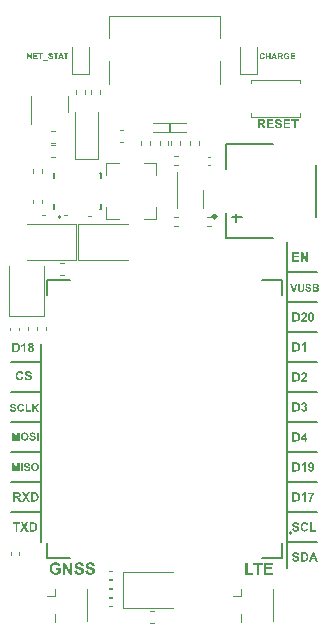
<source format=gbr>
%TF.GenerationSoftware,KiCad,Pcbnew,7.0.9*%
%TF.CreationDate,2024-08-31T07:55:38+08:00*%
%TF.ProjectId,IOT,494f542e-6b69-4636-9164-5f7063625858,rev?*%
%TF.SameCoordinates,Original*%
%TF.FileFunction,Legend,Top*%
%TF.FilePolarity,Positive*%
%FSLAX46Y46*%
G04 Gerber Fmt 4.6, Leading zero omitted, Abs format (unit mm)*
G04 Created by KiCad (PCBNEW 7.0.9) date 2024-08-31 07:55:38*
%MOMM*%
%LPD*%
G01*
G04 APERTURE LIST*
%ADD10C,0.150000*%
%ADD11C,0.101600*%
%ADD12C,0.127000*%
%ADD13C,0.152400*%
%ADD14C,0.190500*%
%ADD15C,0.200000*%
%ADD16C,0.120000*%
%ADD17C,0.300000*%
G04 APERTURE END LIST*
D10*
X174244000Y-81280000D02*
X176784000Y-81280000D01*
X174244000Y-71120000D02*
X176784000Y-71120000D01*
X174244000Y-78740000D02*
X176784000Y-78740000D01*
X174244000Y-76200000D02*
X176784000Y-76200000D01*
X174244000Y-68580000D02*
X174244000Y-96139000D01*
X150876000Y-83820000D02*
X153416000Y-83820000D01*
X174244000Y-73660000D02*
X176784000Y-73660000D01*
X150876000Y-91440000D02*
X153416000Y-91440000D01*
X174244000Y-93980000D02*
X176784000Y-93980000D01*
X169926000Y-66192400D02*
X169926000Y-66852800D01*
X150876000Y-78740000D02*
X153416000Y-78740000D01*
X153416000Y-93980000D02*
X153416000Y-77216000D01*
X174244000Y-83820000D02*
X176784000Y-83820000D01*
X150876000Y-86360000D02*
X153416000Y-86360000D01*
X150876000Y-88900000D02*
X153416000Y-88900000D01*
X150876000Y-81280000D02*
X153416000Y-81280000D01*
X174244000Y-91440000D02*
X176784000Y-91440000D01*
X169519600Y-66497200D02*
X170383200Y-66497200D01*
X174244000Y-86360000D02*
X176784000Y-86360000D01*
X174244000Y-88900000D02*
X176784000Y-88900000D01*
D11*
G36*
X174972090Y-77074287D02*
G01*
X174983536Y-77074459D01*
X174994627Y-77074746D01*
X175005361Y-77075148D01*
X175015739Y-77075665D01*
X175025761Y-77076297D01*
X175035426Y-77077043D01*
X175044735Y-77077905D01*
X175053688Y-77078881D01*
X175062285Y-77079973D01*
X175070526Y-77081179D01*
X175078410Y-77082500D01*
X175085938Y-77083935D01*
X175096563Y-77086305D01*
X175106385Y-77088932D01*
X175114732Y-77091567D01*
X175122929Y-77094446D01*
X175130976Y-77097569D01*
X175138874Y-77100936D01*
X175146621Y-77104548D01*
X175154219Y-77108404D01*
X175161667Y-77112505D01*
X175168966Y-77116849D01*
X175176114Y-77121438D01*
X175183113Y-77126271D01*
X175189962Y-77131348D01*
X175196662Y-77136670D01*
X175203211Y-77142236D01*
X175209611Y-77148046D01*
X175215861Y-77154101D01*
X175221962Y-77160400D01*
X175227897Y-77166887D01*
X175233652Y-77173555D01*
X175239226Y-77180404D01*
X175244621Y-77187432D01*
X175249835Y-77194641D01*
X175254869Y-77202031D01*
X175259722Y-77209600D01*
X175264395Y-77217350D01*
X175268888Y-77225280D01*
X175273201Y-77233391D01*
X175277333Y-77241682D01*
X175281285Y-77250153D01*
X175285057Y-77258804D01*
X175288648Y-77267636D01*
X175292059Y-77276648D01*
X175295290Y-77285840D01*
X175298333Y-77295235D01*
X175301179Y-77304902D01*
X175303829Y-77314841D01*
X175306282Y-77325051D01*
X175308540Y-77335534D01*
X175310601Y-77346289D01*
X175312466Y-77357315D01*
X175314134Y-77368614D01*
X175315606Y-77380184D01*
X175316882Y-77392026D01*
X175317962Y-77404140D01*
X175318845Y-77416526D01*
X175319532Y-77429184D01*
X175320023Y-77442114D01*
X175320317Y-77455315D01*
X175320415Y-77468789D01*
X175320323Y-77480621D01*
X175320046Y-77492248D01*
X175319584Y-77503670D01*
X175318938Y-77514887D01*
X175318107Y-77525899D01*
X175317091Y-77536706D01*
X175315891Y-77547308D01*
X175314506Y-77557704D01*
X175312937Y-77567896D01*
X175311182Y-77577883D01*
X175309243Y-77587665D01*
X175307120Y-77597242D01*
X175304812Y-77606614D01*
X175302319Y-77615780D01*
X175299641Y-77624742D01*
X175296779Y-77633499D01*
X175293100Y-77643935D01*
X175289227Y-77654120D01*
X175285161Y-77664053D01*
X175280901Y-77673734D01*
X175276448Y-77683164D01*
X175271802Y-77692343D01*
X175266962Y-77701270D01*
X175261929Y-77709945D01*
X175256703Y-77718369D01*
X175251283Y-77726541D01*
X175245670Y-77734462D01*
X175239863Y-77742131D01*
X175233863Y-77749548D01*
X175227670Y-77756714D01*
X175221283Y-77763629D01*
X175214703Y-77770292D01*
X175206884Y-77777571D01*
X175198570Y-77784543D01*
X175189763Y-77791207D01*
X175183617Y-77795479D01*
X175177251Y-77799614D01*
X175170666Y-77803612D01*
X175163861Y-77807474D01*
X175156837Y-77811199D01*
X175149593Y-77814788D01*
X175142129Y-77818240D01*
X175134446Y-77821555D01*
X175126544Y-77824733D01*
X175118422Y-77827775D01*
X175110080Y-77830680D01*
X175105827Y-77832082D01*
X175095893Y-77835008D01*
X175085354Y-77837647D01*
X175077991Y-77839247D01*
X175070360Y-77840718D01*
X175062460Y-77842062D01*
X175054290Y-77843277D01*
X175045852Y-77844365D01*
X175037145Y-77845325D01*
X175028168Y-77846156D01*
X175018923Y-77846860D01*
X175009409Y-77847436D01*
X174999626Y-77847884D01*
X174989573Y-77848204D01*
X174979252Y-77848396D01*
X174968662Y-77848460D01*
X174677023Y-77848460D01*
X174677023Y-77205253D01*
X174832055Y-77205253D01*
X174832055Y-77717436D01*
X174947631Y-77717436D01*
X174955609Y-77717407D01*
X174963305Y-77717320D01*
X174974320Y-77717080D01*
X174984701Y-77716709D01*
X174994447Y-77716207D01*
X175003558Y-77715575D01*
X175012034Y-77714811D01*
X175019876Y-77713917D01*
X175029345Y-77712521D01*
X175037685Y-77710893D01*
X175041432Y-77709991D01*
X175050630Y-77707415D01*
X175059427Y-77704431D01*
X175067822Y-77701041D01*
X175075816Y-77697243D01*
X175083409Y-77693038D01*
X175090601Y-77688426D01*
X175097391Y-77683406D01*
X175103780Y-77677980D01*
X175109869Y-77671847D01*
X175115668Y-77664801D01*
X175121176Y-77656842D01*
X175125116Y-77650273D01*
X175128892Y-77643191D01*
X175132505Y-77635595D01*
X175135954Y-77627485D01*
X175139240Y-77618862D01*
X175142362Y-77609725D01*
X175144352Y-77603349D01*
X175147180Y-77593247D01*
X175149729Y-77582485D01*
X175151273Y-77574943D01*
X175152695Y-77567107D01*
X175153992Y-77558978D01*
X175155167Y-77550555D01*
X175156217Y-77541838D01*
X175157144Y-77532828D01*
X175157947Y-77523524D01*
X175158627Y-77513926D01*
X175159183Y-77504034D01*
X175159616Y-77493849D01*
X175159925Y-77483370D01*
X175160110Y-77472597D01*
X175160172Y-77461530D01*
X175160110Y-77450503D01*
X175159925Y-77439799D01*
X175159616Y-77429419D01*
X175159183Y-77419364D01*
X175158627Y-77409633D01*
X175157947Y-77400227D01*
X175157144Y-77391144D01*
X175156217Y-77382386D01*
X175155167Y-77373952D01*
X175153992Y-77365842D01*
X175152695Y-77358057D01*
X175151273Y-77350595D01*
X175148910Y-77340012D01*
X175146268Y-77330157D01*
X175144352Y-77323993D01*
X175141310Y-77315176D01*
X175138045Y-77306732D01*
X175134557Y-77298662D01*
X175130848Y-77290964D01*
X175126915Y-77283639D01*
X175122760Y-77276687D01*
X175118383Y-77270108D01*
X175113783Y-77263902D01*
X175108961Y-77258069D01*
X175102185Y-77250871D01*
X175100430Y-77249175D01*
X175093163Y-77242702D01*
X175085413Y-77236776D01*
X175077180Y-77231396D01*
X175070689Y-77227720D01*
X175063926Y-77224351D01*
X175056892Y-77221290D01*
X175049586Y-77218537D01*
X175042009Y-77216091D01*
X175034160Y-77213952D01*
X175028776Y-77212697D01*
X175019706Y-77210953D01*
X175011625Y-77209797D01*
X175002448Y-77208772D01*
X174992175Y-77207877D01*
X174984717Y-77207354D01*
X174976772Y-77206889D01*
X174968341Y-77206481D01*
X174959422Y-77206132D01*
X174950016Y-77205842D01*
X174940123Y-77205609D01*
X174929742Y-77205435D01*
X174918875Y-77205318D01*
X174907521Y-77205260D01*
X174901661Y-77205253D01*
X174832055Y-77205253D01*
X174677023Y-77205253D01*
X174677023Y-77074229D01*
X174960287Y-77074229D01*
X174972090Y-77074287D01*
G37*
G36*
X175791281Y-77848460D02*
G01*
X175644252Y-77848460D01*
X175644252Y-77288259D01*
X175634066Y-77298192D01*
X175623655Y-77307795D01*
X175613018Y-77317070D01*
X175602156Y-77326017D01*
X175591068Y-77334635D01*
X175579755Y-77342924D01*
X175568217Y-77350885D01*
X175556453Y-77358517D01*
X175544464Y-77365820D01*
X175532250Y-77372795D01*
X175519810Y-77379442D01*
X175507145Y-77385759D01*
X175494254Y-77391748D01*
X175481138Y-77397409D01*
X175467797Y-77402741D01*
X175454231Y-77407744D01*
X175454231Y-77264809D01*
X175461458Y-77262376D01*
X175468765Y-77259685D01*
X175476150Y-77256735D01*
X175483613Y-77253526D01*
X175491155Y-77250058D01*
X175498776Y-77246331D01*
X175506475Y-77242346D01*
X175514252Y-77238102D01*
X175522108Y-77233599D01*
X175530043Y-77228837D01*
X175538056Y-77223816D01*
X175546147Y-77218537D01*
X175554317Y-77212998D01*
X175562566Y-77207201D01*
X175570893Y-77201145D01*
X175579299Y-77194830D01*
X175587578Y-77188296D01*
X175595525Y-77181628D01*
X175603141Y-77174826D01*
X175610426Y-77167891D01*
X175617379Y-77160821D01*
X175624001Y-77153618D01*
X175630291Y-77146281D01*
X175636249Y-77138810D01*
X175641876Y-77131206D01*
X175647172Y-77123468D01*
X175652136Y-77115596D01*
X175656768Y-77107590D01*
X175661069Y-77099450D01*
X175665039Y-77091177D01*
X175668676Y-77082770D01*
X175671983Y-77074229D01*
X175791281Y-77074229D01*
X175791281Y-77848460D01*
G37*
D12*
G36*
X172235698Y-52902719D02*
G01*
X172335827Y-52934482D01*
X172334355Y-52939728D01*
X172332823Y-52944890D01*
X172331231Y-52949966D01*
X172329580Y-52954957D01*
X172327870Y-52959863D01*
X172326099Y-52964683D01*
X172324270Y-52969419D01*
X172322380Y-52974070D01*
X172320431Y-52978636D01*
X172316354Y-52987512D01*
X172312038Y-52996048D01*
X172307484Y-53004244D01*
X172302692Y-53012099D01*
X172297661Y-53019615D01*
X172292392Y-53026790D01*
X172286884Y-53033624D01*
X172281138Y-53040119D01*
X172275153Y-53046273D01*
X172268930Y-53052087D01*
X172262468Y-53057561D01*
X172259148Y-53060171D01*
X172252351Y-53065144D01*
X172245327Y-53069796D01*
X172238078Y-53074128D01*
X172230603Y-53078138D01*
X172222902Y-53081828D01*
X172214975Y-53085197D01*
X172206823Y-53088245D01*
X172198444Y-53090972D01*
X172189840Y-53093379D01*
X172181010Y-53095464D01*
X172171954Y-53097229D01*
X172162672Y-53098673D01*
X172153164Y-53099796D01*
X172143430Y-53100598D01*
X172133471Y-53101079D01*
X172128407Y-53101199D01*
X172123286Y-53101240D01*
X172116954Y-53101172D01*
X172110694Y-53100970D01*
X172104504Y-53100633D01*
X172098385Y-53100162D01*
X172092337Y-53099555D01*
X172086360Y-53098814D01*
X172080453Y-53097938D01*
X172074617Y-53096928D01*
X172068852Y-53095783D01*
X172063158Y-53094503D01*
X172057534Y-53093088D01*
X172051981Y-53091538D01*
X172046499Y-53089854D01*
X172041088Y-53088035D01*
X172035747Y-53086081D01*
X172030477Y-53083993D01*
X172025278Y-53081770D01*
X172020150Y-53079412D01*
X172015092Y-53076919D01*
X172010106Y-53074292D01*
X172005190Y-53071530D01*
X172000344Y-53068633D01*
X171995570Y-53065601D01*
X171990866Y-53062435D01*
X171986233Y-53059134D01*
X171981671Y-53055698D01*
X171977180Y-53052127D01*
X171972759Y-53048422D01*
X171968409Y-53044582D01*
X171964130Y-53040607D01*
X171959921Y-53036498D01*
X171955784Y-53032254D01*
X171951753Y-53027893D01*
X171947851Y-53023433D01*
X171944076Y-53018874D01*
X171940430Y-53014216D01*
X171936911Y-53009460D01*
X171933520Y-53004604D01*
X171930257Y-52999650D01*
X171927122Y-52994597D01*
X171924116Y-52989445D01*
X171921237Y-52984194D01*
X171918486Y-52978844D01*
X171915863Y-52973395D01*
X171913368Y-52967848D01*
X171911000Y-52962201D01*
X171908761Y-52956456D01*
X171906650Y-52950612D01*
X171904667Y-52944669D01*
X171902811Y-52938627D01*
X171901084Y-52932486D01*
X171899485Y-52926247D01*
X171898013Y-52919908D01*
X171896670Y-52913471D01*
X171895454Y-52906935D01*
X171894367Y-52900299D01*
X171893407Y-52893565D01*
X171892575Y-52886733D01*
X171891871Y-52879801D01*
X171891296Y-52872770D01*
X171890848Y-52865641D01*
X171890528Y-52858412D01*
X171890336Y-52851085D01*
X171890272Y-52843659D01*
X171890336Y-52835804D01*
X171890529Y-52828060D01*
X171890851Y-52820427D01*
X171891302Y-52812904D01*
X171891881Y-52805491D01*
X171892588Y-52798189D01*
X171893425Y-52790998D01*
X171894390Y-52783917D01*
X171895484Y-52776946D01*
X171896706Y-52770086D01*
X171898057Y-52763337D01*
X171899537Y-52756698D01*
X171901146Y-52750169D01*
X171902883Y-52743751D01*
X171904749Y-52737444D01*
X171906743Y-52731247D01*
X171908866Y-52725160D01*
X171911118Y-52719184D01*
X171913499Y-52713319D01*
X171916008Y-52707564D01*
X171918646Y-52701919D01*
X171921413Y-52696385D01*
X171924308Y-52690962D01*
X171927332Y-52685649D01*
X171930484Y-52680447D01*
X171933766Y-52675355D01*
X171937176Y-52670373D01*
X171940715Y-52665502D01*
X171944382Y-52660742D01*
X171948178Y-52656092D01*
X171952103Y-52651553D01*
X171956156Y-52647124D01*
X171960322Y-52642818D01*
X171964569Y-52638650D01*
X171968897Y-52634618D01*
X171973306Y-52630722D01*
X171977795Y-52626964D01*
X171982366Y-52623342D01*
X171987018Y-52619857D01*
X171991750Y-52616508D01*
X171996564Y-52613296D01*
X172001458Y-52610221D01*
X172006434Y-52607282D01*
X172011490Y-52604481D01*
X172016627Y-52601815D01*
X172021845Y-52599287D01*
X172027144Y-52596895D01*
X172032524Y-52594640D01*
X172037985Y-52592521D01*
X172043527Y-52590539D01*
X172049150Y-52588694D01*
X172054854Y-52586986D01*
X172060639Y-52585414D01*
X172066505Y-52583979D01*
X172072451Y-52582681D01*
X172078479Y-52581519D01*
X172084587Y-52580494D01*
X172090777Y-52579605D01*
X172097047Y-52578854D01*
X172103399Y-52578239D01*
X172109831Y-52577760D01*
X172116344Y-52577419D01*
X172122938Y-52577213D01*
X172129613Y-52577145D01*
X172135449Y-52577203D01*
X172141216Y-52577375D01*
X172146914Y-52577662D01*
X172152542Y-52578064D01*
X172158102Y-52578581D01*
X172163592Y-52579213D01*
X172169014Y-52579959D01*
X172174366Y-52580821D01*
X172179649Y-52581797D01*
X172184863Y-52582888D01*
X172190008Y-52584095D01*
X172195085Y-52585416D01*
X172200092Y-52586851D01*
X172205029Y-52588402D01*
X172209898Y-52590068D01*
X172214698Y-52591848D01*
X172219429Y-52593743D01*
X172224091Y-52595754D01*
X172228683Y-52597879D01*
X172233207Y-52600118D01*
X172237661Y-52602473D01*
X172242047Y-52604943D01*
X172246363Y-52607527D01*
X172250610Y-52610227D01*
X172254788Y-52613041D01*
X172258898Y-52615970D01*
X172262938Y-52619014D01*
X172266909Y-52622173D01*
X172270811Y-52625447D01*
X172274644Y-52628835D01*
X172278407Y-52632339D01*
X172282102Y-52635957D01*
X172286392Y-52640433D01*
X172290547Y-52645146D01*
X172294566Y-52650096D01*
X172298449Y-52655282D01*
X172302196Y-52660704D01*
X172305808Y-52666363D01*
X172309284Y-52672259D01*
X172312625Y-52678391D01*
X172315829Y-52684759D01*
X172318898Y-52691364D01*
X172321831Y-52698206D01*
X172324629Y-52705284D01*
X172327291Y-52712599D01*
X172329817Y-52720150D01*
X172332207Y-52727937D01*
X172334462Y-52735962D01*
X172232224Y-52751843D01*
X172231015Y-52746854D01*
X172229651Y-52741997D01*
X172227317Y-52734960D01*
X172224636Y-52728223D01*
X172221609Y-52721784D01*
X172218234Y-52715644D01*
X172214513Y-52709803D01*
X172210445Y-52704261D01*
X172206030Y-52699017D01*
X172201269Y-52694073D01*
X172196161Y-52689427D01*
X172194381Y-52687944D01*
X172188874Y-52683754D01*
X172183150Y-52679975D01*
X172177208Y-52676609D01*
X172171047Y-52673654D01*
X172164668Y-52671112D01*
X172158071Y-52668983D01*
X172151256Y-52667265D01*
X172144223Y-52665960D01*
X172136972Y-52665067D01*
X172132017Y-52664700D01*
X172126965Y-52664517D01*
X172124402Y-52664494D01*
X172117382Y-52664652D01*
X172110529Y-52665126D01*
X172103843Y-52665916D01*
X172097323Y-52667022D01*
X172090970Y-52668444D01*
X172084783Y-52670182D01*
X172078764Y-52672236D01*
X172072911Y-52674606D01*
X172067225Y-52677292D01*
X172061705Y-52680294D01*
X172056353Y-52683612D01*
X172051167Y-52687247D01*
X172046148Y-52691197D01*
X172041295Y-52695463D01*
X172036609Y-52700045D01*
X172032090Y-52704943D01*
X172027808Y-52710195D01*
X172023802Y-52715840D01*
X172020073Y-52721878D01*
X172016620Y-52728308D01*
X172013443Y-52735130D01*
X172010542Y-52742346D01*
X172007917Y-52749954D01*
X172005569Y-52757954D01*
X172003497Y-52766347D01*
X172001701Y-52775133D01*
X172000182Y-52784311D01*
X171998939Y-52793882D01*
X171997972Y-52803845D01*
X171997592Y-52808974D01*
X171997281Y-52814201D01*
X171997040Y-52819526D01*
X171996867Y-52824949D01*
X171996763Y-52830471D01*
X171996729Y-52836090D01*
X171996763Y-52842046D01*
X171996865Y-52847894D01*
X171997035Y-52853634D01*
X171997274Y-52859265D01*
X171997580Y-52864789D01*
X171997954Y-52870204D01*
X171998397Y-52875512D01*
X171998908Y-52880711D01*
X171999487Y-52885802D01*
X172000134Y-52890785D01*
X172001632Y-52900427D01*
X172003402Y-52909637D01*
X172005445Y-52918414D01*
X172007760Y-52926759D01*
X172010348Y-52934672D01*
X172013208Y-52942153D01*
X172016340Y-52949201D01*
X172019745Y-52955816D01*
X172023422Y-52962000D01*
X172027372Y-52967751D01*
X172031594Y-52973070D01*
X172036034Y-52978013D01*
X172040638Y-52982637D01*
X172045406Y-52986942D01*
X172050337Y-52990929D01*
X172055432Y-52994596D01*
X172060692Y-52997945D01*
X172066114Y-53000974D01*
X172071701Y-53003685D01*
X172077452Y-53006077D01*
X172083366Y-53008150D01*
X172089445Y-53009904D01*
X172095687Y-53011339D01*
X172102092Y-53012455D01*
X172108662Y-53013253D01*
X172115396Y-53013731D01*
X172122293Y-53013890D01*
X172127397Y-53013786D01*
X172132411Y-53013472D01*
X172139763Y-53012608D01*
X172146912Y-53011273D01*
X172153858Y-53009467D01*
X172160601Y-53007190D01*
X172167142Y-53004442D01*
X172173479Y-53001223D01*
X172179614Y-52997533D01*
X172185546Y-52993371D01*
X172191275Y-52988739D01*
X172193140Y-52987090D01*
X172196781Y-52983620D01*
X172200292Y-52979909D01*
X172203671Y-52975958D01*
X172206920Y-52971767D01*
X172210038Y-52967335D01*
X172213025Y-52962663D01*
X172215881Y-52957750D01*
X172218607Y-52952597D01*
X172221201Y-52947204D01*
X172223665Y-52941570D01*
X172225997Y-52935696D01*
X172228199Y-52929581D01*
X172230270Y-52923226D01*
X172232210Y-52916631D01*
X172234019Y-52909795D01*
X172235698Y-52902719D01*
G37*
G36*
X172421935Y-53101240D02*
G01*
X172421935Y-52585086D01*
X172525166Y-52585086D01*
X172525166Y-52791547D01*
X172727657Y-52791547D01*
X172727657Y-52585086D01*
X172830887Y-52585086D01*
X172830887Y-53101240D01*
X172727657Y-53101240D01*
X172727657Y-52878896D01*
X172525166Y-52878896D01*
X172525166Y-53101240D01*
X172421935Y-53101240D01*
G37*
G36*
X173396051Y-53101240D02*
G01*
X173283763Y-53101240D01*
X173239095Y-52982127D01*
X173034495Y-52982127D01*
X172992309Y-53101240D01*
X172882751Y-53101240D01*
X172962457Y-52894778D01*
X173066258Y-52894778D01*
X173205843Y-52894778D01*
X173135368Y-52712139D01*
X173066258Y-52894778D01*
X172962457Y-52894778D01*
X173082016Y-52585086D01*
X173191202Y-52585086D01*
X173396051Y-53101240D01*
G37*
G36*
X173670748Y-52585100D02*
G01*
X173675743Y-52585140D01*
X173685468Y-52585303D01*
X173694843Y-52585575D01*
X173703866Y-52585955D01*
X173712539Y-52586443D01*
X173720861Y-52587040D01*
X173728832Y-52587746D01*
X173736451Y-52588560D01*
X173743721Y-52589483D01*
X173750639Y-52590514D01*
X173757206Y-52591654D01*
X173763422Y-52592903D01*
X173769288Y-52594260D01*
X173774802Y-52595725D01*
X173779966Y-52597300D01*
X173784779Y-52598982D01*
X173791627Y-52601779D01*
X173798214Y-52604957D01*
X173804539Y-52608517D01*
X173810602Y-52612458D01*
X173816404Y-52616781D01*
X173821943Y-52621486D01*
X173827221Y-52626573D01*
X173832238Y-52632041D01*
X173835436Y-52635898D01*
X173838519Y-52639925D01*
X173841485Y-52644122D01*
X173844335Y-52648488D01*
X173847039Y-52652980D01*
X173849569Y-52657552D01*
X173851925Y-52662204D01*
X173854106Y-52666937D01*
X173856112Y-52671750D01*
X173857945Y-52676644D01*
X173859602Y-52681618D01*
X173861085Y-52686673D01*
X173862394Y-52691808D01*
X173863528Y-52697023D01*
X173864488Y-52702319D01*
X173865273Y-52707696D01*
X173865883Y-52713153D01*
X173866320Y-52718690D01*
X173866581Y-52724308D01*
X173866669Y-52730006D01*
X173866536Y-52737200D01*
X173866139Y-52744236D01*
X173865478Y-52751112D01*
X173864552Y-52757830D01*
X173863361Y-52764388D01*
X173861905Y-52770788D01*
X173860185Y-52777029D01*
X173858200Y-52783110D01*
X173855951Y-52789033D01*
X173853437Y-52794797D01*
X173850659Y-52800401D01*
X173847615Y-52805847D01*
X173844307Y-52811134D01*
X173840735Y-52816262D01*
X173836898Y-52821230D01*
X173832796Y-52826040D01*
X173828446Y-52830662D01*
X173823834Y-52835065D01*
X173818958Y-52839250D01*
X173813820Y-52843217D01*
X173808420Y-52846966D01*
X173802756Y-52850497D01*
X173796830Y-52853809D01*
X173790641Y-52856904D01*
X173784190Y-52859781D01*
X173777476Y-52862439D01*
X173770499Y-52864879D01*
X173763260Y-52867102D01*
X173755757Y-52869106D01*
X173747992Y-52870892D01*
X173739965Y-52872460D01*
X173731675Y-52873809D01*
X173737852Y-52877542D01*
X173743823Y-52881343D01*
X173749586Y-52885211D01*
X173755142Y-52889146D01*
X173760491Y-52893149D01*
X173765633Y-52897220D01*
X173770567Y-52901359D01*
X173775295Y-52905565D01*
X173779815Y-52909839D01*
X173784128Y-52914180D01*
X173786888Y-52917112D01*
X173791116Y-52921831D01*
X173795609Y-52927197D01*
X173798753Y-52931132D01*
X173802015Y-52935355D01*
X173805395Y-52939864D01*
X173808893Y-52944660D01*
X173812510Y-52949743D01*
X173816245Y-52955114D01*
X173820098Y-52960771D01*
X173824069Y-52966715D01*
X173828159Y-52972946D01*
X173832367Y-52979463D01*
X173836693Y-52986268D01*
X173841137Y-52993360D01*
X173845700Y-53000738D01*
X173908234Y-53101240D01*
X173784655Y-53101240D01*
X173709961Y-52987711D01*
X173705081Y-52980529D01*
X173700398Y-52973688D01*
X173695911Y-52967187D01*
X173691622Y-52961027D01*
X173687528Y-52955206D01*
X173683632Y-52949726D01*
X173679933Y-52944586D01*
X173676430Y-52939786D01*
X173673124Y-52935327D01*
X173670015Y-52931208D01*
X173665720Y-52925667D01*
X173661868Y-52920892D01*
X173658459Y-52916882D01*
X173655492Y-52913638D01*
X173651805Y-52909942D01*
X173648063Y-52906550D01*
X173643310Y-52902734D01*
X173638472Y-52899391D01*
X173633549Y-52896521D01*
X173628541Y-52894123D01*
X173624473Y-52892545D01*
X173618886Y-52890900D01*
X173613740Y-52889786D01*
X173607992Y-52888849D01*
X173601644Y-52888091D01*
X173596489Y-52887640D01*
X173590995Y-52887289D01*
X173585163Y-52887038D01*
X173578994Y-52886887D01*
X173572486Y-52886837D01*
X173551517Y-52886837D01*
X173551517Y-53101240D01*
X173448286Y-53101240D01*
X173448286Y-52672435D01*
X173551517Y-52672435D01*
X173551517Y-52799488D01*
X173627948Y-52799488D01*
X173637020Y-52799464D01*
X173645655Y-52799393D01*
X173653855Y-52799274D01*
X173661619Y-52799108D01*
X173668946Y-52798894D01*
X173675837Y-52798633D01*
X173682292Y-52798325D01*
X173688310Y-52797968D01*
X173693893Y-52797565D01*
X173699039Y-52797113D01*
X173705940Y-52796347D01*
X173711860Y-52795475D01*
X173716799Y-52794495D01*
X173720756Y-52793409D01*
X173726336Y-52791255D01*
X173731523Y-52788671D01*
X173736316Y-52785657D01*
X173740715Y-52782213D01*
X173744720Y-52778338D01*
X173748331Y-52774034D01*
X173749666Y-52772192D01*
X173752704Y-52767315D01*
X173755227Y-52762069D01*
X173757235Y-52756454D01*
X173758729Y-52750469D01*
X173759553Y-52745415D01*
X173760047Y-52740124D01*
X173760212Y-52734597D01*
X173759997Y-52728422D01*
X173759351Y-52722554D01*
X173758275Y-52716992D01*
X173756769Y-52711736D01*
X173754832Y-52706786D01*
X173752465Y-52702143D01*
X173749667Y-52697807D01*
X173746440Y-52693776D01*
X173742818Y-52690077D01*
X173738840Y-52686735D01*
X173734505Y-52683749D01*
X173729813Y-52681120D01*
X173724765Y-52678848D01*
X173719360Y-52676933D01*
X173713598Y-52675374D01*
X173707480Y-52674172D01*
X173702337Y-52673672D01*
X173696456Y-52673332D01*
X173691015Y-52673114D01*
X173684690Y-52672925D01*
X173677482Y-52672768D01*
X173672186Y-52672679D01*
X173666498Y-52672605D01*
X173660417Y-52672544D01*
X173653943Y-52672496D01*
X173647077Y-52672462D01*
X173639818Y-52672442D01*
X173632166Y-52672435D01*
X173551517Y-52672435D01*
X173448286Y-52672435D01*
X173448286Y-52585086D01*
X173665666Y-52585086D01*
X173670748Y-52585100D01*
G37*
G36*
X174199066Y-52910660D02*
G01*
X174199066Y-52823311D01*
X174421782Y-52823311D01*
X174421782Y-53030765D01*
X174417605Y-53034628D01*
X174413201Y-53038434D01*
X174408571Y-53042182D01*
X174403713Y-53045871D01*
X174398629Y-53049502D01*
X174393318Y-53053075D01*
X174387780Y-53056590D01*
X174382016Y-53060046D01*
X174376024Y-53063445D01*
X174369806Y-53066785D01*
X174363361Y-53070068D01*
X174356689Y-53073292D01*
X174349790Y-53076457D01*
X174342664Y-53079565D01*
X174335312Y-53082615D01*
X174327733Y-53085606D01*
X174320034Y-53088461D01*
X174312322Y-53091131D01*
X174304598Y-53093618D01*
X174296861Y-53095920D01*
X174289112Y-53098038D01*
X174281350Y-53099972D01*
X174273575Y-53101721D01*
X174265788Y-53103287D01*
X174257988Y-53104668D01*
X174250176Y-53105865D01*
X174242351Y-53106878D01*
X174234513Y-53107707D01*
X174226663Y-53108352D01*
X174218800Y-53108812D01*
X174210925Y-53109088D01*
X174203037Y-53109180D01*
X174198040Y-53109147D01*
X174188166Y-53108883D01*
X174178453Y-53108353D01*
X174168901Y-53107559D01*
X174159510Y-53106501D01*
X174150280Y-53105178D01*
X174141211Y-53103590D01*
X174132303Y-53101738D01*
X174123556Y-53099621D01*
X174114969Y-53097239D01*
X174106544Y-53094593D01*
X174098279Y-53091682D01*
X174090176Y-53088506D01*
X174082233Y-53085066D01*
X174074451Y-53081361D01*
X174066830Y-53077392D01*
X174063080Y-53075308D01*
X174055736Y-53070960D01*
X174048623Y-53066386D01*
X174041742Y-53061585D01*
X174035093Y-53056557D01*
X174028676Y-53051302D01*
X174022490Y-53045820D01*
X174016536Y-53040112D01*
X174010813Y-53034177D01*
X174005322Y-53028015D01*
X174000063Y-53021626D01*
X173995036Y-53015010D01*
X173990240Y-53008167D01*
X173985676Y-53001098D01*
X173981343Y-52993802D01*
X173977243Y-52986279D01*
X173973373Y-52978529D01*
X173969737Y-52970607D01*
X173966336Y-52962599D01*
X173963169Y-52954504D01*
X173960237Y-52946324D01*
X173957539Y-52938057D01*
X173955076Y-52929703D01*
X173952848Y-52921264D01*
X173950854Y-52912738D01*
X173949094Y-52904126D01*
X173947570Y-52895428D01*
X173946279Y-52886643D01*
X173945224Y-52877772D01*
X173944403Y-52868815D01*
X173943816Y-52859771D01*
X173943464Y-52850642D01*
X173943347Y-52841426D01*
X173943380Y-52836418D01*
X173943478Y-52831446D01*
X173943871Y-52821607D01*
X173944525Y-52811908D01*
X173945441Y-52802350D01*
X173946619Y-52792932D01*
X173948058Y-52783655D01*
X173949759Y-52774519D01*
X173951722Y-52765523D01*
X173953947Y-52756667D01*
X173956433Y-52747952D01*
X173959181Y-52739378D01*
X173962191Y-52730944D01*
X173965463Y-52722651D01*
X173968996Y-52714499D01*
X173972791Y-52706486D01*
X173976848Y-52698615D01*
X173981156Y-52690912D01*
X173985707Y-52683437D01*
X173990501Y-52676190D01*
X173995536Y-52669170D01*
X174000814Y-52662379D01*
X174006335Y-52655815D01*
X174012098Y-52649479D01*
X174018103Y-52643370D01*
X174024350Y-52637490D01*
X174030840Y-52631837D01*
X174037572Y-52626412D01*
X174044546Y-52621215D01*
X174051763Y-52616246D01*
X174059222Y-52611504D01*
X174066923Y-52606991D01*
X174074867Y-52602705D01*
X174081118Y-52599610D01*
X174087556Y-52596714D01*
X174094181Y-52594018D01*
X174100993Y-52591522D01*
X174107992Y-52589226D01*
X174115178Y-52587129D01*
X174122551Y-52585232D01*
X174130112Y-52583535D01*
X174137859Y-52582037D01*
X174145794Y-52580739D01*
X174153915Y-52579641D01*
X174162224Y-52578743D01*
X174170720Y-52578044D01*
X174179402Y-52577545D01*
X174188272Y-52577245D01*
X174197329Y-52577145D01*
X174203244Y-52577186D01*
X174209077Y-52577310D01*
X174214829Y-52577516D01*
X174220499Y-52577804D01*
X174226087Y-52578175D01*
X174231593Y-52578628D01*
X174237018Y-52579164D01*
X174242361Y-52579782D01*
X174247622Y-52580482D01*
X174252802Y-52581265D01*
X174257900Y-52582130D01*
X174262917Y-52583078D01*
X174267852Y-52584107D01*
X174272705Y-52585220D01*
X174282166Y-52587692D01*
X174291301Y-52590493D01*
X174300108Y-52593624D01*
X174308590Y-52597084D01*
X174316744Y-52600875D01*
X174324572Y-52604994D01*
X174332073Y-52609444D01*
X174339248Y-52614222D01*
X174346096Y-52619331D01*
X174352647Y-52624730D01*
X174358899Y-52630381D01*
X174364853Y-52636285D01*
X174370508Y-52642440D01*
X174375864Y-52648847D01*
X174380922Y-52655507D01*
X174385682Y-52662418D01*
X174390143Y-52669581D01*
X174394305Y-52676997D01*
X174398169Y-52684664D01*
X174401734Y-52692584D01*
X174405001Y-52700755D01*
X174407969Y-52709179D01*
X174410638Y-52717854D01*
X174413009Y-52726782D01*
X174415082Y-52735962D01*
X174312471Y-52751843D01*
X174311047Y-52746854D01*
X174309474Y-52741997D01*
X174307752Y-52737273D01*
X174304888Y-52730436D01*
X174301688Y-52723897D01*
X174298153Y-52717658D01*
X174294282Y-52711717D01*
X174290075Y-52706075D01*
X174285532Y-52700732D01*
X174280653Y-52695688D01*
X174275438Y-52690942D01*
X174271775Y-52687944D01*
X174266060Y-52683754D01*
X174260084Y-52679975D01*
X174253847Y-52676609D01*
X174247347Y-52673654D01*
X174240586Y-52671112D01*
X174233563Y-52668983D01*
X174228736Y-52667792D01*
X174223792Y-52666784D01*
X174218732Y-52665960D01*
X174213556Y-52665319D01*
X174208264Y-52664861D01*
X174202855Y-52664586D01*
X174197329Y-52664494D01*
X174188970Y-52664664D01*
X174180827Y-52665175D01*
X174172902Y-52666025D01*
X174165194Y-52667216D01*
X174157703Y-52668747D01*
X174150429Y-52670618D01*
X174143372Y-52672830D01*
X174136533Y-52675382D01*
X174129910Y-52678274D01*
X174123505Y-52681506D01*
X174117316Y-52685079D01*
X174111345Y-52688991D01*
X174105591Y-52693244D01*
X174100054Y-52697838D01*
X174094735Y-52702771D01*
X174089632Y-52708045D01*
X174084794Y-52713638D01*
X174080268Y-52719562D01*
X174076054Y-52725817D01*
X174072153Y-52732402D01*
X174068563Y-52739318D01*
X174065286Y-52746564D01*
X174062321Y-52754141D01*
X174059668Y-52762048D01*
X174057327Y-52770286D01*
X174055298Y-52778855D01*
X174053581Y-52787754D01*
X174052177Y-52796983D01*
X174051084Y-52806544D01*
X174050304Y-52816434D01*
X174050031Y-52821503D01*
X174049836Y-52826655D01*
X174049719Y-52831890D01*
X174049680Y-52837207D01*
X174049719Y-52842932D01*
X174049838Y-52848566D01*
X174050035Y-52854110D01*
X174050312Y-52859564D01*
X174050667Y-52864928D01*
X174051102Y-52870201D01*
X174051615Y-52875385D01*
X174052208Y-52880478D01*
X174052879Y-52885482D01*
X174053630Y-52890395D01*
X174055368Y-52899950D01*
X174057422Y-52909146D01*
X174059792Y-52917980D01*
X174062478Y-52926454D01*
X174065480Y-52934568D01*
X174068798Y-52942320D01*
X174072432Y-52949712D01*
X174076382Y-52956744D01*
X174080648Y-52963415D01*
X174085230Y-52969725D01*
X174090128Y-52975675D01*
X174095298Y-52981264D01*
X174100663Y-52986493D01*
X174106224Y-52991361D01*
X174111981Y-52995868D01*
X174117934Y-53000015D01*
X174124082Y-53003802D01*
X174130427Y-53007227D01*
X174136967Y-53010292D01*
X174143703Y-53012997D01*
X174150634Y-53015341D01*
X174157762Y-53017324D01*
X174165085Y-53018947D01*
X174172605Y-53020209D01*
X174180319Y-53021110D01*
X174188230Y-53021651D01*
X174196337Y-53021831D01*
X174202411Y-53021717D01*
X174208489Y-53021373D01*
X174214572Y-53020801D01*
X174220659Y-53019999D01*
X174226751Y-53018969D01*
X174232847Y-53017709D01*
X174238947Y-53016221D01*
X174245052Y-53014503D01*
X174251161Y-53012557D01*
X174257274Y-53010381D01*
X174261352Y-53008803D01*
X174267390Y-53006312D01*
X174273266Y-53003722D01*
X174278981Y-53001033D01*
X174284535Y-52998247D01*
X174289927Y-52995363D01*
X174295158Y-52992380D01*
X174300227Y-52989300D01*
X174305135Y-52986121D01*
X174309882Y-52982844D01*
X174314467Y-52979469D01*
X174317434Y-52977164D01*
X174317434Y-52910660D01*
X174199066Y-52910660D01*
G37*
G36*
X174513970Y-53101240D02*
G01*
X174513970Y-52585086D01*
X174893268Y-52585086D01*
X174893268Y-52672435D01*
X174617325Y-52672435D01*
X174617325Y-52783607D01*
X174874161Y-52783607D01*
X174874161Y-52870956D01*
X174617325Y-52870956D01*
X174617325Y-53013890D01*
X174903070Y-53013890D01*
X174903070Y-53101240D01*
X174513970Y-53101240D01*
G37*
G36*
X152199104Y-53101240D02*
G01*
X152199104Y-52585086D01*
X152299605Y-52585086D01*
X152508920Y-52933862D01*
X152508920Y-52585086D01*
X152604830Y-52585086D01*
X152604830Y-53101240D01*
X152501227Y-53101240D01*
X152295014Y-52757675D01*
X152295014Y-53101240D01*
X152199104Y-53101240D01*
G37*
G36*
X152711163Y-53101240D02*
G01*
X152711163Y-52585086D01*
X153090461Y-52585086D01*
X153090461Y-52672435D01*
X152814518Y-52672435D01*
X152814518Y-52783607D01*
X153071354Y-52783607D01*
X153071354Y-52870956D01*
X152814518Y-52870956D01*
X152814518Y-53013890D01*
X153100263Y-53013890D01*
X153100263Y-53101240D01*
X152711163Y-53101240D01*
G37*
G36*
X153300273Y-53101240D02*
G01*
X153300273Y-52672435D01*
X153148528Y-52672435D01*
X153148528Y-52585086D01*
X153554999Y-52585086D01*
X153554999Y-52672435D01*
X153403627Y-52672435D01*
X153403627Y-53101240D01*
X153300273Y-53101240D01*
G37*
G36*
X153560831Y-53244174D02*
G01*
X153560831Y-53180648D01*
X153968418Y-53180648D01*
X153968418Y-53244174D01*
X153560831Y-53244174D01*
G37*
G36*
X153988767Y-52934482D02*
G01*
X154089268Y-52926541D01*
X154090473Y-52932581D01*
X154091823Y-52938418D01*
X154093319Y-52944051D01*
X154094960Y-52949480D01*
X154096746Y-52954706D01*
X154098678Y-52959728D01*
X154100756Y-52964546D01*
X154102978Y-52969161D01*
X154105346Y-52973573D01*
X154109171Y-52979808D01*
X154113323Y-52985586D01*
X154117802Y-52990905D01*
X154122608Y-52995767D01*
X154125994Y-52998753D01*
X154131375Y-53002878D01*
X154137097Y-53006596D01*
X154143159Y-53009909D01*
X154149561Y-53012816D01*
X154156303Y-53015318D01*
X154163385Y-53017414D01*
X154168296Y-53018586D01*
X154173358Y-53019578D01*
X154178571Y-53020389D01*
X154183935Y-53021020D01*
X154189451Y-53021471D01*
X154195118Y-53021741D01*
X154200936Y-53021831D01*
X154207075Y-53021750D01*
X154213021Y-53021508D01*
X154218776Y-53021103D01*
X154224339Y-53020536D01*
X154229711Y-53019808D01*
X154234890Y-53018917D01*
X154239877Y-53017865D01*
X154246998Y-53015983D01*
X154253687Y-53013737D01*
X154259944Y-53011127D01*
X154265770Y-53008152D01*
X154271164Y-53004814D01*
X154276125Y-53001111D01*
X154280649Y-52997141D01*
X154284727Y-52993050D01*
X154288361Y-52988836D01*
X154291550Y-52984500D01*
X154294293Y-52980042D01*
X154296592Y-52975462D01*
X154298446Y-52970760D01*
X154299855Y-52965935D01*
X154300819Y-52960989D01*
X154301338Y-52955920D01*
X154301437Y-52952473D01*
X154301176Y-52947020D01*
X154300395Y-52941827D01*
X154299092Y-52936895D01*
X154297269Y-52932224D01*
X154294924Y-52927813D01*
X154292058Y-52923662D01*
X154290766Y-52922075D01*
X154287047Y-52918237D01*
X154282558Y-52914557D01*
X154278414Y-52911727D01*
X154273776Y-52908997D01*
X154268646Y-52906368D01*
X154263024Y-52903840D01*
X154256910Y-52901413D01*
X154253668Y-52900237D01*
X154248385Y-52898465D01*
X154243474Y-52896928D01*
X154237749Y-52895211D01*
X154231210Y-52893316D01*
X154226400Y-52891953D01*
X154221227Y-52890511D01*
X154215693Y-52888989D01*
X154209798Y-52887388D01*
X154203541Y-52885707D01*
X154196922Y-52883946D01*
X154189942Y-52882107D01*
X154182600Y-52880187D01*
X154174897Y-52878189D01*
X154170909Y-52877159D01*
X154165770Y-52875824D01*
X154160727Y-52874471D01*
X154155781Y-52873101D01*
X154150931Y-52871712D01*
X154141523Y-52868880D01*
X154132500Y-52865977D01*
X154123865Y-52863002D01*
X154115616Y-52859956D01*
X154107755Y-52856837D01*
X154100280Y-52853647D01*
X154093191Y-52850385D01*
X154086490Y-52847052D01*
X154080175Y-52843646D01*
X154074247Y-52840169D01*
X154068706Y-52836621D01*
X154063551Y-52833000D01*
X154058784Y-52829308D01*
X154054403Y-52825544D01*
X154048693Y-52820136D01*
X154043352Y-52814581D01*
X154038380Y-52808880D01*
X154033775Y-52803032D01*
X154029539Y-52797038D01*
X154025672Y-52790898D01*
X154022172Y-52784611D01*
X154019041Y-52778178D01*
X154016279Y-52771599D01*
X154013884Y-52764873D01*
X154011858Y-52758001D01*
X154010201Y-52750982D01*
X154008912Y-52743818D01*
X154007991Y-52736506D01*
X154007438Y-52729049D01*
X154007254Y-52721445D01*
X154007448Y-52714092D01*
X154008031Y-52706828D01*
X154009001Y-52699653D01*
X154010360Y-52692568D01*
X154012107Y-52685573D01*
X154014242Y-52678666D01*
X154016765Y-52671850D01*
X154019677Y-52665122D01*
X154022977Y-52658484D01*
X154025393Y-52654109D01*
X154027981Y-52649773D01*
X154029339Y-52647620D01*
X154032192Y-52643373D01*
X154035196Y-52639255D01*
X154038353Y-52635265D01*
X154041662Y-52631405D01*
X154045123Y-52627673D01*
X154048736Y-52624071D01*
X154052501Y-52620597D01*
X154056419Y-52617253D01*
X154060489Y-52614037D01*
X154064711Y-52610950D01*
X154069085Y-52607992D01*
X154073611Y-52605163D01*
X154078290Y-52602463D01*
X154083120Y-52599892D01*
X154088103Y-52597449D01*
X154093238Y-52595136D01*
X154098532Y-52592957D01*
X154103959Y-52590919D01*
X154109520Y-52589022D01*
X154115215Y-52587265D01*
X154121044Y-52585649D01*
X154127006Y-52584173D01*
X154133102Y-52582838D01*
X154139332Y-52581643D01*
X154145696Y-52580589D01*
X154152193Y-52579675D01*
X154158825Y-52578902D01*
X154165590Y-52578270D01*
X154172489Y-52577778D01*
X154179521Y-52577426D01*
X154186687Y-52577215D01*
X154193987Y-52577145D01*
X154199959Y-52577187D01*
X154205837Y-52577314D01*
X154211622Y-52577526D01*
X154217314Y-52577822D01*
X154222913Y-52578202D01*
X154228418Y-52578667D01*
X154233831Y-52579217D01*
X154239151Y-52579852D01*
X154244378Y-52580570D01*
X154249511Y-52581374D01*
X154254552Y-52582262D01*
X154259499Y-52583235D01*
X154264354Y-52584292D01*
X154273783Y-52586660D01*
X154282841Y-52589366D01*
X154291526Y-52592411D01*
X154299839Y-52595794D01*
X154307780Y-52599515D01*
X154315349Y-52603575D01*
X154322545Y-52607973D01*
X154329369Y-52612709D01*
X154335821Y-52617783D01*
X154338908Y-52620447D01*
X154344822Y-52625973D01*
X154350375Y-52631725D01*
X154355566Y-52637702D01*
X154360396Y-52643905D01*
X154364864Y-52650335D01*
X154368971Y-52656990D01*
X154372716Y-52663870D01*
X154376099Y-52670977D01*
X154379121Y-52678310D01*
X154381781Y-52685868D01*
X154384080Y-52693652D01*
X154386017Y-52701663D01*
X154387593Y-52709899D01*
X154388807Y-52718360D01*
X154389660Y-52727048D01*
X154390151Y-52735962D01*
X154286796Y-52735962D01*
X154285429Y-52729008D01*
X154283793Y-52722432D01*
X154281890Y-52716233D01*
X154279718Y-52710412D01*
X154277278Y-52704968D01*
X154274569Y-52699901D01*
X154271592Y-52695211D01*
X154268347Y-52690899D01*
X154264834Y-52686964D01*
X154261053Y-52683406D01*
X154258383Y-52681244D01*
X154254096Y-52678251D01*
X154249426Y-52675552D01*
X154244372Y-52673147D01*
X154238934Y-52671037D01*
X154233112Y-52669222D01*
X154226906Y-52667700D01*
X154220317Y-52666473D01*
X154213343Y-52665541D01*
X154205986Y-52664903D01*
X154200868Y-52664641D01*
X154195579Y-52664511D01*
X154192871Y-52664494D01*
X154187332Y-52664565D01*
X154181944Y-52664777D01*
X154176708Y-52665131D01*
X154171623Y-52665626D01*
X154166689Y-52666263D01*
X154159572Y-52667484D01*
X154152794Y-52669023D01*
X154146358Y-52670880D01*
X154140261Y-52673056D01*
X154134505Y-52675551D01*
X154129088Y-52678364D01*
X154124012Y-52681495D01*
X154122396Y-52682609D01*
X154117678Y-52686448D01*
X154113759Y-52690674D01*
X154110640Y-52695288D01*
X154108321Y-52700290D01*
X154106802Y-52705679D01*
X154106082Y-52711457D01*
X154106018Y-52713876D01*
X154106394Y-52719297D01*
X154107521Y-52724469D01*
X154109399Y-52729392D01*
X154112028Y-52734068D01*
X154115409Y-52738494D01*
X154119540Y-52742673D01*
X154121403Y-52744275D01*
X154125548Y-52747320D01*
X154130676Y-52750406D01*
X154136787Y-52753534D01*
X154141408Y-52755642D01*
X154146466Y-52757769D01*
X154151961Y-52759914D01*
X154157894Y-52762078D01*
X154164263Y-52764260D01*
X154171070Y-52766460D01*
X154178314Y-52768679D01*
X154185995Y-52770916D01*
X154194113Y-52773172D01*
X154202668Y-52775446D01*
X154211661Y-52777739D01*
X154216321Y-52778892D01*
X154225597Y-52781190D01*
X154234566Y-52783494D01*
X154243227Y-52785804D01*
X154251582Y-52788120D01*
X154259629Y-52790441D01*
X154267368Y-52792769D01*
X154274801Y-52795102D01*
X154281926Y-52797441D01*
X154288744Y-52799786D01*
X154295254Y-52802136D01*
X154301458Y-52804493D01*
X154307354Y-52806855D01*
X154312942Y-52809223D01*
X154318224Y-52811597D01*
X154323198Y-52813977D01*
X154327865Y-52816362D01*
X154332317Y-52818806D01*
X154336645Y-52821358D01*
X154340851Y-52824021D01*
X154346928Y-52828220D01*
X154352728Y-52832665D01*
X154358252Y-52837357D01*
X154363498Y-52842295D01*
X154368468Y-52847479D01*
X154373160Y-52852910D01*
X154377576Y-52858588D01*
X154381714Y-52864512D01*
X154384319Y-52868598D01*
X154387978Y-52874946D01*
X154391277Y-52881566D01*
X154393276Y-52886132D01*
X154395115Y-52890818D01*
X154396794Y-52895625D01*
X154398314Y-52900554D01*
X154399673Y-52905604D01*
X154400873Y-52910775D01*
X154401913Y-52916067D01*
X154402792Y-52921480D01*
X154403512Y-52927014D01*
X154404072Y-52932670D01*
X154404472Y-52938447D01*
X154404712Y-52944345D01*
X154404792Y-52950364D01*
X154404696Y-52955863D01*
X154404410Y-52961319D01*
X154403932Y-52966732D01*
X154403264Y-52972100D01*
X154402405Y-52977425D01*
X154401354Y-52982707D01*
X154400113Y-52987945D01*
X154398681Y-52993139D01*
X154397058Y-52998289D01*
X154395244Y-53003396D01*
X154393238Y-53008460D01*
X154391042Y-53013479D01*
X154388655Y-53018456D01*
X154386077Y-53023388D01*
X154383309Y-53028277D01*
X154380349Y-53033122D01*
X154377214Y-53037868D01*
X154373922Y-53042459D01*
X154370472Y-53046894D01*
X154366863Y-53051175D01*
X154363097Y-53055301D01*
X154359173Y-53059271D01*
X154355090Y-53063086D01*
X154350850Y-53066747D01*
X154346451Y-53070252D01*
X154341895Y-53073602D01*
X154337181Y-53076797D01*
X154332308Y-53079836D01*
X154327278Y-53082721D01*
X154322089Y-53085451D01*
X154316743Y-53088025D01*
X154311239Y-53090445D01*
X154305570Y-53092714D01*
X154299729Y-53094836D01*
X154293716Y-53096812D01*
X154287533Y-53098642D01*
X154281177Y-53100325D01*
X154274650Y-53101862D01*
X154267951Y-53103252D01*
X154261081Y-53104496D01*
X154254039Y-53105594D01*
X154246826Y-53106546D01*
X154239441Y-53107351D01*
X154231885Y-53108009D01*
X154224157Y-53108522D01*
X154216257Y-53108888D01*
X154208186Y-53109107D01*
X154199943Y-53109180D01*
X154193923Y-53109137D01*
X154187991Y-53109006D01*
X154182146Y-53108789D01*
X154176390Y-53108484D01*
X154170722Y-53108093D01*
X154165141Y-53107614D01*
X154159649Y-53107049D01*
X154154245Y-53106396D01*
X154148928Y-53105657D01*
X154143700Y-53104830D01*
X154138559Y-53103917D01*
X154133507Y-53102916D01*
X154128542Y-53101829D01*
X154123665Y-53100655D01*
X154114176Y-53098045D01*
X154105039Y-53095087D01*
X154096253Y-53091781D01*
X154087819Y-53088127D01*
X154079737Y-53084125D01*
X154072007Y-53079775D01*
X154064629Y-53075077D01*
X154057603Y-53070031D01*
X154050929Y-53064637D01*
X154044593Y-53058894D01*
X154038585Y-53052833D01*
X154032903Y-53046452D01*
X154027548Y-53039752D01*
X154022520Y-53032734D01*
X154017818Y-53025396D01*
X154013443Y-53017740D01*
X154009394Y-53009765D01*
X154005673Y-53001471D01*
X154002277Y-52992858D01*
X153999209Y-52983926D01*
X153996467Y-52974675D01*
X153994052Y-52965105D01*
X153992967Y-52960201D01*
X153991964Y-52955216D01*
X153991042Y-52950152D01*
X153990202Y-52945009D01*
X153989444Y-52939785D01*
X153988767Y-52934482D01*
G37*
G36*
X154604057Y-53101240D02*
G01*
X154604057Y-52672435D01*
X154452312Y-52672435D01*
X154452312Y-52585086D01*
X154858783Y-52585086D01*
X154858783Y-52672435D01*
X154707411Y-52672435D01*
X154707411Y-53101240D01*
X154604057Y-53101240D01*
G37*
G36*
X155331883Y-53101240D02*
G01*
X155219594Y-53101240D01*
X155174927Y-52982127D01*
X154970327Y-52982127D01*
X154928141Y-53101240D01*
X154818583Y-53101240D01*
X154898289Y-52894778D01*
X155002090Y-52894778D01*
X155141675Y-52894778D01*
X155071200Y-52712139D01*
X155002090Y-52894778D01*
X154898289Y-52894778D01*
X155017848Y-52585086D01*
X155127034Y-52585086D01*
X155331883Y-53101240D01*
G37*
G36*
X155446280Y-53101240D02*
G01*
X155446280Y-52672435D01*
X155294536Y-52672435D01*
X155294536Y-52585086D01*
X155701007Y-52585086D01*
X155701007Y-52672435D01*
X155549635Y-52672435D01*
X155549635Y-53101240D01*
X155446280Y-53101240D01*
G37*
D11*
G36*
X174726143Y-72790050D02*
G01*
X174497534Y-72144858D01*
X174637584Y-72144858D01*
X174799348Y-72621307D01*
X174955993Y-72144858D01*
X175092941Y-72144858D01*
X174864022Y-72790050D01*
X174726143Y-72790050D01*
G37*
G36*
X175154513Y-72144858D02*
G01*
X175283707Y-72144858D01*
X175283707Y-72495060D01*
X175283726Y-72505242D01*
X175283782Y-72514966D01*
X175283876Y-72524231D01*
X175284007Y-72533039D01*
X175284176Y-72541389D01*
X175284383Y-72549280D01*
X175284627Y-72556714D01*
X175284909Y-72563690D01*
X175285228Y-72570207D01*
X175285777Y-72579125D01*
X175286411Y-72587012D01*
X175287130Y-72593868D01*
X175288219Y-72601407D01*
X175288515Y-72603006D01*
X175290258Y-72610313D01*
X175292404Y-72617344D01*
X175294954Y-72624100D01*
X175297908Y-72630581D01*
X175301265Y-72636787D01*
X175305025Y-72642717D01*
X175309189Y-72648371D01*
X175313756Y-72653751D01*
X175318727Y-72658855D01*
X175324102Y-72663683D01*
X175327909Y-72666750D01*
X175333982Y-72671046D01*
X175340453Y-72674919D01*
X175347322Y-72678370D01*
X175354590Y-72681399D01*
X175362255Y-72684005D01*
X175370318Y-72686188D01*
X175378780Y-72687949D01*
X175387639Y-72689287D01*
X175396897Y-72690202D01*
X175403290Y-72690578D01*
X175409859Y-72690766D01*
X175413210Y-72690789D01*
X175419987Y-72690701D01*
X175426551Y-72690435D01*
X175432903Y-72689993D01*
X175442034Y-72688998D01*
X175450687Y-72687605D01*
X175458864Y-72685814D01*
X175466563Y-72683625D01*
X175473786Y-72681037D01*
X175480531Y-72678052D01*
X175486799Y-72674669D01*
X175492590Y-72670887D01*
X175496186Y-72668145D01*
X175501224Y-72663781D01*
X175505870Y-72659236D01*
X175510122Y-72654511D01*
X175513983Y-72649607D01*
X175518519Y-72642788D01*
X175522358Y-72635648D01*
X175525499Y-72628189D01*
X175527941Y-72620410D01*
X175529686Y-72612312D01*
X175530712Y-72605733D01*
X175531636Y-72598386D01*
X175532460Y-72590270D01*
X175533183Y-72581385D01*
X175533609Y-72575034D01*
X175533990Y-72568342D01*
X175534326Y-72561309D01*
X175534618Y-72553933D01*
X175534864Y-72546216D01*
X175535066Y-72538157D01*
X175535223Y-72529757D01*
X175535335Y-72521014D01*
X175535402Y-72511930D01*
X175535425Y-72502505D01*
X175535425Y-72144858D01*
X175664463Y-72144858D01*
X175664463Y-72483118D01*
X175664453Y-72490302D01*
X175664422Y-72497353D01*
X175664370Y-72504272D01*
X175664298Y-72511057D01*
X175664206Y-72517709D01*
X175664092Y-72524228D01*
X175663958Y-72530615D01*
X175663804Y-72536868D01*
X175663433Y-72548976D01*
X175662980Y-72560551D01*
X175662444Y-72571595D01*
X175661826Y-72582107D01*
X175661126Y-72592087D01*
X175660343Y-72601535D01*
X175659478Y-72610451D01*
X175658531Y-72618835D01*
X175657501Y-72626687D01*
X175656388Y-72634008D01*
X175655194Y-72640796D01*
X175653917Y-72647053D01*
X175651812Y-72655908D01*
X175649393Y-72664501D01*
X175646661Y-72672832D01*
X175643615Y-72680902D01*
X175640256Y-72688710D01*
X175636583Y-72696256D01*
X175632597Y-72703541D01*
X175628297Y-72710564D01*
X175623684Y-72717325D01*
X175618757Y-72723824D01*
X175615298Y-72728012D01*
X175609867Y-72734060D01*
X175604100Y-72739873D01*
X175597999Y-72745452D01*
X175591561Y-72750796D01*
X175584789Y-72755906D01*
X175577681Y-72760782D01*
X175570238Y-72765423D01*
X175562460Y-72769829D01*
X175554346Y-72774001D01*
X175545897Y-72777939D01*
X175540077Y-72780434D01*
X175534090Y-72782800D01*
X175527876Y-72785014D01*
X175521435Y-72787075D01*
X175514768Y-72788983D01*
X175507874Y-72790739D01*
X175500754Y-72792342D01*
X175493407Y-72793792D01*
X175485833Y-72795090D01*
X175478033Y-72796235D01*
X175470006Y-72797227D01*
X175461753Y-72798067D01*
X175453273Y-72798754D01*
X175444567Y-72799289D01*
X175435634Y-72799670D01*
X175426474Y-72799899D01*
X175417088Y-72799976D01*
X175405822Y-72799893D01*
X175394900Y-72799644D01*
X175384322Y-72799229D01*
X175374088Y-72798648D01*
X175364198Y-72797901D01*
X175354653Y-72796988D01*
X175345451Y-72795909D01*
X175336594Y-72794664D01*
X175328081Y-72793253D01*
X175319912Y-72791676D01*
X175312087Y-72789933D01*
X175304606Y-72788024D01*
X175297469Y-72785949D01*
X175290676Y-72783708D01*
X175284228Y-72781301D01*
X175278123Y-72778728D01*
X175272288Y-72776003D01*
X175266608Y-72773181D01*
X175261082Y-72770260D01*
X175253085Y-72765695D01*
X175245437Y-72760909D01*
X175238138Y-72755902D01*
X175231188Y-72750674D01*
X175224587Y-72745226D01*
X175218335Y-72739557D01*
X175212431Y-72733667D01*
X175206877Y-72727556D01*
X175203368Y-72723359D01*
X175198386Y-72716933D01*
X175193733Y-72710449D01*
X175189411Y-72703908D01*
X175185418Y-72697310D01*
X175181755Y-72690655D01*
X175178423Y-72683943D01*
X175175420Y-72677173D01*
X175172747Y-72670346D01*
X175170403Y-72663462D01*
X175168390Y-72656520D01*
X175167231Y-72651861D01*
X175165691Y-72644733D01*
X175164250Y-72637194D01*
X175162909Y-72629243D01*
X175161667Y-72620880D01*
X175160524Y-72612106D01*
X175159481Y-72602919D01*
X175158537Y-72593320D01*
X175157693Y-72583309D01*
X175156948Y-72572886D01*
X175156302Y-72562051D01*
X175155755Y-72550805D01*
X175155308Y-72539146D01*
X175154960Y-72527075D01*
X175154712Y-72514592D01*
X175154625Y-72508197D01*
X175154563Y-72501698D01*
X175154526Y-72495096D01*
X175154513Y-72488391D01*
X175154513Y-72144858D01*
G37*
G36*
X175764189Y-72581603D02*
G01*
X175889815Y-72571677D01*
X175891321Y-72579227D01*
X175893009Y-72586522D01*
X175894879Y-72593563D01*
X175896930Y-72600350D01*
X175899163Y-72606882D01*
X175901578Y-72613160D01*
X175904174Y-72619183D01*
X175906953Y-72624952D01*
X175909913Y-72630466D01*
X175914694Y-72638260D01*
X175919884Y-72645482D01*
X175925483Y-72652132D01*
X175931490Y-72658209D01*
X175935723Y-72661942D01*
X175942449Y-72667097D01*
X175949601Y-72671745D01*
X175957179Y-72675887D01*
X175965181Y-72679521D01*
X175973609Y-72682648D01*
X175982462Y-72685268D01*
X175988600Y-72686733D01*
X175994928Y-72687972D01*
X176001444Y-72688986D01*
X176008149Y-72689775D01*
X176015044Y-72690338D01*
X176022127Y-72690677D01*
X176029400Y-72690789D01*
X176037073Y-72690688D01*
X176044507Y-72690385D01*
X176051701Y-72689879D01*
X176058654Y-72689170D01*
X176065368Y-72688260D01*
X176071842Y-72687147D01*
X176078076Y-72685832D01*
X176086978Y-72683479D01*
X176095339Y-72680672D01*
X176103161Y-72677409D01*
X176110442Y-72673691D01*
X176117185Y-72669517D01*
X176123387Y-72664888D01*
X176129041Y-72659927D01*
X176134139Y-72654812D01*
X176138681Y-72649545D01*
X176142667Y-72644125D01*
X176146097Y-72638553D01*
X176148970Y-72632828D01*
X176151287Y-72626950D01*
X176153049Y-72620919D01*
X176154254Y-72614736D01*
X176154902Y-72608400D01*
X176155026Y-72604092D01*
X176154700Y-72597275D01*
X176153723Y-72590784D01*
X176152095Y-72584619D01*
X176149816Y-72578780D01*
X176146885Y-72573266D01*
X176143303Y-72568078D01*
X176141688Y-72566093D01*
X176137039Y-72561297D01*
X176131428Y-72556697D01*
X176126247Y-72553159D01*
X176120450Y-72549747D01*
X176114038Y-72546461D01*
X176107010Y-72543301D01*
X176099367Y-72540267D01*
X176095315Y-72538797D01*
X176088711Y-72536582D01*
X176082572Y-72534660D01*
X176075416Y-72532514D01*
X176067243Y-72530145D01*
X176061230Y-72528442D01*
X176054764Y-72526639D01*
X176047847Y-72524736D01*
X176040477Y-72522735D01*
X176032656Y-72520634D01*
X176024383Y-72518433D01*
X176015657Y-72516133D01*
X176006480Y-72513734D01*
X175996851Y-72511236D01*
X175991867Y-72509949D01*
X175985442Y-72508281D01*
X175979139Y-72506589D01*
X175972956Y-72504876D01*
X175966894Y-72503140D01*
X175955133Y-72499600D01*
X175943856Y-72495971D01*
X175933061Y-72492253D01*
X175922751Y-72488445D01*
X175912923Y-72484547D01*
X175903580Y-72480559D01*
X175894719Y-72476482D01*
X175886342Y-72472315D01*
X175878449Y-72468058D01*
X175871039Y-72463712D01*
X175864112Y-72459276D01*
X175857669Y-72454750D01*
X175851710Y-72450135D01*
X175846233Y-72445430D01*
X175839097Y-72438670D01*
X175832420Y-72431726D01*
X175826204Y-72424600D01*
X175820449Y-72417290D01*
X175815154Y-72409798D01*
X175810319Y-72402123D01*
X175805945Y-72394264D01*
X175802032Y-72386223D01*
X175798578Y-72377999D01*
X175795585Y-72369592D01*
X175793053Y-72361001D01*
X175790981Y-72352228D01*
X175789370Y-72343272D01*
X175788219Y-72334133D01*
X175787528Y-72324811D01*
X175787298Y-72315306D01*
X175787540Y-72306115D01*
X175788268Y-72297035D01*
X175789481Y-72288067D01*
X175791180Y-72279210D01*
X175793364Y-72270466D01*
X175796033Y-72261833D01*
X175799187Y-72253312D01*
X175802826Y-72244903D01*
X175806951Y-72236606D01*
X175809971Y-72231136D01*
X175813206Y-72225716D01*
X175814904Y-72223025D01*
X175818470Y-72217716D01*
X175822225Y-72212568D01*
X175826171Y-72207582D01*
X175830307Y-72202756D01*
X175834633Y-72198092D01*
X175839150Y-72193589D01*
X175843857Y-72189247D01*
X175848754Y-72185066D01*
X175853841Y-72181046D01*
X175859118Y-72177187D01*
X175864586Y-72173490D01*
X175870244Y-72169954D01*
X175876092Y-72166579D01*
X175882130Y-72163365D01*
X175888359Y-72160312D01*
X175894778Y-72157420D01*
X175901395Y-72154697D01*
X175908179Y-72152149D01*
X175915130Y-72149778D01*
X175922249Y-72147581D01*
X175929535Y-72145561D01*
X175936988Y-72143716D01*
X175944608Y-72142047D01*
X175952395Y-72140554D01*
X175960350Y-72139236D01*
X175968472Y-72138094D01*
X175976761Y-72137128D01*
X175985217Y-72136337D01*
X175993841Y-72135722D01*
X176002631Y-72135283D01*
X176011589Y-72135019D01*
X176020714Y-72134932D01*
X176028178Y-72134984D01*
X176035526Y-72135143D01*
X176042757Y-72135407D01*
X176049872Y-72135777D01*
X176056871Y-72136253D01*
X176063753Y-72136834D01*
X176070519Y-72137522D01*
X176077169Y-72138315D01*
X176083702Y-72139213D01*
X176090119Y-72140217D01*
X176096420Y-72141328D01*
X176102604Y-72142543D01*
X176108672Y-72143865D01*
X176120459Y-72146825D01*
X176131781Y-72150208D01*
X176142638Y-72154014D01*
X176153029Y-72158242D01*
X176162955Y-72162894D01*
X176172416Y-72167969D01*
X176181411Y-72173466D01*
X176189942Y-72179386D01*
X176198007Y-72185729D01*
X176201864Y-72189059D01*
X176209257Y-72195967D01*
X176216199Y-72203156D01*
X176222688Y-72210628D01*
X176228725Y-72218382D01*
X176234310Y-72226418D01*
X176239443Y-72234737D01*
X176244125Y-72243338D01*
X176248354Y-72252222D01*
X176252131Y-72261387D01*
X176255457Y-72270835D01*
X176258330Y-72280566D01*
X176260752Y-72290578D01*
X176262721Y-72300873D01*
X176264239Y-72311451D01*
X176265305Y-72322310D01*
X176265918Y-72333452D01*
X176136725Y-72333452D01*
X176135016Y-72324760D01*
X176132972Y-72316540D01*
X176130592Y-72308792D01*
X176127877Y-72301515D01*
X176124827Y-72294710D01*
X176121441Y-72288376D01*
X176117721Y-72282514D01*
X176113664Y-72277124D01*
X176109273Y-72272205D01*
X176104546Y-72267758D01*
X176101208Y-72265056D01*
X176095850Y-72261314D01*
X176090012Y-72257940D01*
X176083695Y-72254934D01*
X176076897Y-72252297D01*
X176069620Y-72250027D01*
X176061863Y-72248125D01*
X176053626Y-72246592D01*
X176044909Y-72245426D01*
X176035713Y-72244629D01*
X176029315Y-72244302D01*
X176022704Y-72244138D01*
X176019319Y-72244118D01*
X176012395Y-72244206D01*
X176005661Y-72244472D01*
X175999115Y-72244914D01*
X175992759Y-72245533D01*
X175986591Y-72246329D01*
X175977695Y-72247855D01*
X175969223Y-72249779D01*
X175961177Y-72252101D01*
X175953556Y-72254821D01*
X175946361Y-72257939D01*
X175939590Y-72261455D01*
X175933246Y-72265369D01*
X175931225Y-72266762D01*
X175925327Y-72271560D01*
X175920429Y-72276843D01*
X175916531Y-72282610D01*
X175913632Y-72288863D01*
X175911732Y-72295599D01*
X175910833Y-72302821D01*
X175910753Y-72305845D01*
X175911222Y-72312621D01*
X175912631Y-72319086D01*
X175914978Y-72325240D01*
X175918265Y-72331085D01*
X175922491Y-72336618D01*
X175927655Y-72341841D01*
X175929984Y-72343843D01*
X175935165Y-72347650D01*
X175941575Y-72351508D01*
X175949214Y-72355418D01*
X175954990Y-72358053D01*
X175961313Y-72360712D01*
X175968182Y-72363393D01*
X175975597Y-72366098D01*
X175983559Y-72368825D01*
X175992067Y-72371575D01*
X176001122Y-72374349D01*
X176010723Y-72377146D01*
X176020871Y-72379965D01*
X176031565Y-72382808D01*
X176042806Y-72385673D01*
X176048631Y-72387115D01*
X176060227Y-72389988D01*
X176071438Y-72392868D01*
X176082264Y-72395755D01*
X176092707Y-72398650D01*
X176102766Y-72401552D01*
X176112441Y-72404461D01*
X176121731Y-72407378D01*
X176130637Y-72410301D01*
X176139160Y-72413232D01*
X176147298Y-72416171D01*
X176155052Y-72419116D01*
X176162422Y-72422069D01*
X176169408Y-72425029D01*
X176176010Y-72427997D01*
X176182227Y-72430971D01*
X176188061Y-72433953D01*
X176193626Y-72437007D01*
X176199036Y-72440198D01*
X176204293Y-72443526D01*
X176211890Y-72448775D01*
X176219141Y-72454331D01*
X176226045Y-72460196D01*
X176232603Y-72466368D01*
X176238815Y-72472849D01*
X176244680Y-72479638D01*
X176250199Y-72486735D01*
X176255373Y-72494140D01*
X176258629Y-72499248D01*
X176263202Y-72507183D01*
X176267326Y-72515458D01*
X176269825Y-72521165D01*
X176272124Y-72527022D01*
X176274223Y-72533032D01*
X176276122Y-72539192D01*
X176277822Y-72545505D01*
X176279321Y-72551968D01*
X176280621Y-72558584D01*
X176281720Y-72565350D01*
X176282620Y-72572268D01*
X176283320Y-72579338D01*
X176283820Y-72586559D01*
X176284120Y-72593931D01*
X176284219Y-72601455D01*
X176284100Y-72608329D01*
X176283742Y-72615149D01*
X176283145Y-72621915D01*
X176282310Y-72628626D01*
X176281236Y-72635282D01*
X176279923Y-72641884D01*
X176278371Y-72648431D01*
X176276581Y-72654924D01*
X176274552Y-72661362D01*
X176272285Y-72667746D01*
X176269778Y-72674075D01*
X176267033Y-72680349D01*
X176264049Y-72686570D01*
X176260827Y-72692735D01*
X176257366Y-72698846D01*
X176253666Y-72704903D01*
X176249748Y-72710835D01*
X176245633Y-72716574D01*
X176241320Y-72722118D01*
X176236809Y-72727469D01*
X176232101Y-72732626D01*
X176227196Y-72737589D01*
X176222093Y-72742358D01*
X176216792Y-72746933D01*
X176211294Y-72751315D01*
X176205599Y-72755502D01*
X176199706Y-72759496D01*
X176193615Y-72763296D01*
X176187327Y-72766902D01*
X176180842Y-72770314D01*
X176174159Y-72773532D01*
X176167278Y-72776556D01*
X176160192Y-72779392D01*
X176152891Y-72782045D01*
X176145376Y-72784515D01*
X176137646Y-72786802D01*
X176129701Y-72788906D01*
X176121543Y-72790827D01*
X176113169Y-72792566D01*
X176104582Y-72794121D01*
X176095779Y-72795493D01*
X176086763Y-72796682D01*
X176077532Y-72797688D01*
X176068086Y-72798512D01*
X176058426Y-72799152D01*
X176048551Y-72799610D01*
X176038462Y-72799884D01*
X176028159Y-72799976D01*
X176020634Y-72799921D01*
X176013218Y-72799758D01*
X176005913Y-72799486D01*
X175998718Y-72799106D01*
X175991632Y-72798616D01*
X175984657Y-72798018D01*
X175977791Y-72797311D01*
X175971036Y-72796496D01*
X175964390Y-72795571D01*
X175957855Y-72794538D01*
X175951429Y-72793396D01*
X175945113Y-72792146D01*
X175938908Y-72790786D01*
X175932812Y-72789318D01*
X175920950Y-72786056D01*
X175909528Y-72782358D01*
X175898546Y-72778226D01*
X175888004Y-72773659D01*
X175877902Y-72768656D01*
X175868239Y-72763219D01*
X175859017Y-72757346D01*
X175850234Y-72751039D01*
X175841891Y-72744297D01*
X175833972Y-72737118D01*
X175826461Y-72729541D01*
X175819359Y-72721565D01*
X175812665Y-72713191D01*
X175806380Y-72704418D01*
X175800502Y-72695246D01*
X175795034Y-72685675D01*
X175789973Y-72675706D01*
X175785321Y-72665339D01*
X175781077Y-72654572D01*
X175777241Y-72643407D01*
X175773814Y-72631844D01*
X175770795Y-72619881D01*
X175769439Y-72613751D01*
X175768185Y-72607521D01*
X175767033Y-72601191D01*
X175765982Y-72594761D01*
X175765035Y-72588232D01*
X175764189Y-72581603D01*
G37*
G36*
X176654763Y-72144883D02*
G01*
X176663791Y-72144959D01*
X176672517Y-72145087D01*
X176680941Y-72145265D01*
X176689063Y-72145494D01*
X176696884Y-72145774D01*
X176704403Y-72146104D01*
X176711620Y-72146486D01*
X176718536Y-72146919D01*
X176725150Y-72147402D01*
X176731462Y-72147936D01*
X176740365Y-72148833D01*
X176748589Y-72149845D01*
X176756133Y-72150971D01*
X176758498Y-72151372D01*
X176765436Y-72152688D01*
X176772236Y-72154252D01*
X176778897Y-72156065D01*
X176785419Y-72158125D01*
X176791801Y-72160434D01*
X176798045Y-72162991D01*
X176804149Y-72165796D01*
X176810115Y-72168849D01*
X176815941Y-72172150D01*
X176821629Y-72175699D01*
X176825343Y-72178203D01*
X176830781Y-72182132D01*
X176836045Y-72186302D01*
X176841134Y-72190711D01*
X176846048Y-72195360D01*
X176850788Y-72200249D01*
X176855354Y-72205378D01*
X176859745Y-72210747D01*
X176863962Y-72216356D01*
X176868004Y-72222205D01*
X176871871Y-72228293D01*
X176874353Y-72232486D01*
X176877873Y-72238899D01*
X176881047Y-72245459D01*
X176883874Y-72252167D01*
X176886356Y-72259021D01*
X176888491Y-72266023D01*
X176890280Y-72273173D01*
X176891722Y-72280469D01*
X176892819Y-72287913D01*
X176893569Y-72295503D01*
X176893973Y-72303241D01*
X176894050Y-72308482D01*
X176893837Y-72316966D01*
X176893199Y-72325319D01*
X176892136Y-72333542D01*
X176890648Y-72341633D01*
X176888734Y-72349594D01*
X176886395Y-72357424D01*
X176883630Y-72365123D01*
X176880440Y-72372691D01*
X176876825Y-72380128D01*
X176872785Y-72387435D01*
X176869855Y-72392233D01*
X176865167Y-72399219D01*
X176860177Y-72405870D01*
X176854884Y-72412185D01*
X176849288Y-72418165D01*
X176843390Y-72423810D01*
X176837189Y-72429119D01*
X176830686Y-72434093D01*
X176823879Y-72438732D01*
X176816771Y-72443035D01*
X176809359Y-72447004D01*
X176804250Y-72449463D01*
X176811453Y-72451689D01*
X176818444Y-72454103D01*
X176825223Y-72456705D01*
X176831789Y-72459495D01*
X176838144Y-72462473D01*
X176844286Y-72465638D01*
X176850217Y-72468992D01*
X176855936Y-72472533D01*
X176861442Y-72476262D01*
X176866736Y-72480179D01*
X176871819Y-72484283D01*
X176876689Y-72488575D01*
X176881347Y-72493056D01*
X176885794Y-72497724D01*
X176890028Y-72502579D01*
X176894050Y-72507623D01*
X176897862Y-72512817D01*
X176901429Y-72518123D01*
X176904750Y-72523543D01*
X176907824Y-72529074D01*
X176910653Y-72534719D01*
X176913236Y-72540476D01*
X176915572Y-72546346D01*
X176917663Y-72552329D01*
X176919508Y-72558424D01*
X176921107Y-72564632D01*
X176922459Y-72570953D01*
X176923566Y-72577386D01*
X176924427Y-72583932D01*
X176925042Y-72590591D01*
X176925411Y-72597363D01*
X176925534Y-72604247D01*
X176925355Y-72612427D01*
X176924820Y-72620566D01*
X176923927Y-72628664D01*
X176922677Y-72636722D01*
X176921070Y-72644738D01*
X176919106Y-72652714D01*
X176916784Y-72660649D01*
X176914106Y-72668543D01*
X176911070Y-72676396D01*
X176907677Y-72684208D01*
X176905217Y-72689393D01*
X176901278Y-72696983D01*
X176897080Y-72704281D01*
X176892623Y-72711287D01*
X176887907Y-72718001D01*
X176882932Y-72724424D01*
X176877698Y-72730555D01*
X176872205Y-72736394D01*
X176866453Y-72741941D01*
X176860442Y-72747197D01*
X176854172Y-72752161D01*
X176849848Y-72755308D01*
X176843131Y-72759766D01*
X176836126Y-72763891D01*
X176828831Y-72767683D01*
X176821248Y-72771143D01*
X176813375Y-72774270D01*
X176805214Y-72777064D01*
X176796763Y-72779526D01*
X176788024Y-72781655D01*
X176778995Y-72783452D01*
X176772816Y-72784465D01*
X176766508Y-72785330D01*
X176763306Y-72785707D01*
X176756455Y-72786325D01*
X176748002Y-72786899D01*
X176741476Y-72787258D01*
X176734237Y-72787597D01*
X176726286Y-72787917D01*
X176717623Y-72788217D01*
X176708247Y-72788499D01*
X176698159Y-72788760D01*
X176687358Y-72789003D01*
X176675844Y-72789226D01*
X176663619Y-72789429D01*
X176657239Y-72789524D01*
X176650680Y-72789613D01*
X176643944Y-72789698D01*
X176637030Y-72789778D01*
X176629937Y-72789853D01*
X176622667Y-72789923D01*
X176615218Y-72789989D01*
X176607591Y-72790050D01*
X176389839Y-72790050D01*
X176389839Y-72512121D01*
X176518877Y-72512121D01*
X176518877Y-72680863D01*
X176638455Y-72680863D01*
X176646979Y-72680848D01*
X176655105Y-72680803D01*
X176662833Y-72680727D01*
X176670162Y-72680621D01*
X176677092Y-72680485D01*
X176683623Y-72680318D01*
X176692673Y-72680011D01*
X176700826Y-72679636D01*
X176708082Y-72679193D01*
X176714441Y-72678682D01*
X176721525Y-72677895D01*
X176727013Y-72676986D01*
X176734056Y-72675474D01*
X176740759Y-72673496D01*
X176747122Y-72671053D01*
X176753147Y-72668145D01*
X176758832Y-72664772D01*
X176764178Y-72660934D01*
X176769185Y-72656630D01*
X176773852Y-72651861D01*
X176778105Y-72646646D01*
X176781791Y-72641004D01*
X176784910Y-72634936D01*
X176787461Y-72628441D01*
X176789446Y-72621520D01*
X176790864Y-72614173D01*
X176791714Y-72606399D01*
X176791998Y-72598198D01*
X176791780Y-72591238D01*
X176791126Y-72584550D01*
X176790035Y-72578133D01*
X176788508Y-72571987D01*
X176785987Y-72564687D01*
X176782783Y-72557810D01*
X176778898Y-72551358D01*
X176778039Y-72550119D01*
X176773375Y-72544180D01*
X176768104Y-72538771D01*
X176762227Y-72533893D01*
X176757090Y-72530372D01*
X176751564Y-72527190D01*
X176745651Y-72524347D01*
X176739351Y-72521844D01*
X176737715Y-72521271D01*
X176730157Y-72519127D01*
X176723219Y-72517706D01*
X176715193Y-72516446D01*
X176706080Y-72515347D01*
X176699400Y-72514703D01*
X176692236Y-72514131D01*
X176684589Y-72513631D01*
X176676459Y-72513202D01*
X176667845Y-72512845D01*
X176658748Y-72512559D01*
X176649167Y-72512344D01*
X176639103Y-72512201D01*
X176628555Y-72512130D01*
X176623100Y-72512121D01*
X176518877Y-72512121D01*
X176389839Y-72512121D01*
X176389839Y-72254044D01*
X176518877Y-72254044D01*
X176518877Y-72402934D01*
X176603558Y-72402934D01*
X176612757Y-72402926D01*
X176621511Y-72402900D01*
X176629818Y-72402858D01*
X176637679Y-72402799D01*
X176645095Y-72402722D01*
X176652064Y-72402629D01*
X176658588Y-72402519D01*
X176667537Y-72402322D01*
X176675483Y-72402086D01*
X176682426Y-72401813D01*
X176690123Y-72401389D01*
X176697235Y-72400763D01*
X176705310Y-72399520D01*
X176712939Y-72397807D01*
X176720121Y-72395623D01*
X176726858Y-72392970D01*
X176733149Y-72389846D01*
X176738994Y-72386252D01*
X176744394Y-72382188D01*
X176749347Y-72377654D01*
X176753818Y-72372696D01*
X176757693Y-72367360D01*
X176760972Y-72361645D01*
X176763654Y-72355553D01*
X176765741Y-72349083D01*
X176767231Y-72342234D01*
X176768126Y-72335008D01*
X176768424Y-72327403D01*
X176768167Y-72320097D01*
X176767396Y-72313145D01*
X176766112Y-72306546D01*
X176764314Y-72300301D01*
X176762002Y-72294410D01*
X176759176Y-72288872D01*
X176754922Y-72282448D01*
X176751984Y-72278859D01*
X176746505Y-72273399D01*
X176741560Y-72269543D01*
X176736116Y-72266143D01*
X176730172Y-72263199D01*
X176723730Y-72260710D01*
X176716788Y-72258677D01*
X176709347Y-72257099D01*
X176703439Y-72256215D01*
X176695672Y-72255590D01*
X176689326Y-72255265D01*
X176681714Y-72254979D01*
X176672837Y-72254731D01*
X176666217Y-72254587D01*
X176659034Y-72254460D01*
X176651289Y-72254349D01*
X176642981Y-72254256D01*
X176634112Y-72254180D01*
X176624680Y-72254120D01*
X176614686Y-72254078D01*
X176604130Y-72254052D01*
X176593012Y-72254044D01*
X176518877Y-72254044D01*
X176389839Y-72254044D01*
X176389839Y-72144858D01*
X176645434Y-72144858D01*
X176654763Y-72144883D01*
G37*
D13*
G36*
X151389832Y-89774250D02*
G01*
X151397324Y-89774311D01*
X151411912Y-89774555D01*
X151425973Y-89774962D01*
X151439509Y-89775532D01*
X151452518Y-89776265D01*
X151465000Y-89777160D01*
X151476957Y-89778219D01*
X151488387Y-89779440D01*
X151499290Y-89780825D01*
X151509668Y-89782372D01*
X151519519Y-89784082D01*
X151528843Y-89785954D01*
X151537641Y-89787990D01*
X151545913Y-89790188D01*
X151553659Y-89792550D01*
X151560878Y-89795074D01*
X151571150Y-89799269D01*
X151581030Y-89804036D01*
X151590518Y-89809375D01*
X151599613Y-89815287D01*
X151608315Y-89821772D01*
X151616624Y-89828829D01*
X151624542Y-89836459D01*
X151632066Y-89844661D01*
X151636864Y-89850448D01*
X151641488Y-89856488D01*
X151645937Y-89862783D01*
X151650212Y-89869333D01*
X151654269Y-89876070D01*
X151658064Y-89882928D01*
X151661597Y-89889906D01*
X151664868Y-89897006D01*
X151667878Y-89904226D01*
X151670626Y-89911566D01*
X151673113Y-89919027D01*
X151675337Y-89926609D01*
X151677300Y-89934312D01*
X151679001Y-89942135D01*
X151680441Y-89950079D01*
X151681619Y-89958144D01*
X151682535Y-89966329D01*
X151683189Y-89974635D01*
X151683582Y-89983062D01*
X151683712Y-89991609D01*
X151683514Y-90002401D01*
X151682919Y-90012954D01*
X151681926Y-90023269D01*
X151680537Y-90033345D01*
X151678751Y-90043183D01*
X151676567Y-90052782D01*
X151673987Y-90062143D01*
X151671010Y-90071266D01*
X151667636Y-90080150D01*
X151663865Y-90088795D01*
X151659697Y-90097202D01*
X151655132Y-90105371D01*
X151650171Y-90113301D01*
X151644812Y-90120993D01*
X151639056Y-90128446D01*
X151632904Y-90135661D01*
X151626379Y-90142593D01*
X151619460Y-90149198D01*
X151612147Y-90155475D01*
X151604440Y-90161426D01*
X151596339Y-90167049D01*
X151587844Y-90172345D01*
X151578955Y-90177314D01*
X151569672Y-90181956D01*
X151559994Y-90186271D01*
X151549923Y-90190259D01*
X151539458Y-90193919D01*
X151528599Y-90197253D01*
X151517346Y-90200259D01*
X151505698Y-90202938D01*
X151493657Y-90205290D01*
X151481221Y-90207314D01*
X151490488Y-90212913D01*
X151499444Y-90218614D01*
X151508089Y-90224416D01*
X151516423Y-90230320D01*
X151524446Y-90236324D01*
X151532159Y-90242431D01*
X151539561Y-90248638D01*
X151546652Y-90254948D01*
X151553432Y-90261358D01*
X151559901Y-90267870D01*
X151564042Y-90272268D01*
X151570383Y-90279347D01*
X151577123Y-90287395D01*
X151581839Y-90293299D01*
X151586732Y-90299632D01*
X151591802Y-90306396D01*
X151597049Y-90313591D01*
X151602474Y-90321215D01*
X151608076Y-90329271D01*
X151613856Y-90337756D01*
X151619813Y-90346672D01*
X151625948Y-90356019D01*
X151632259Y-90365795D01*
X151638749Y-90376002D01*
X151645415Y-90386640D01*
X151652259Y-90397708D01*
X151746060Y-90548460D01*
X151560692Y-90548460D01*
X151448652Y-90378166D01*
X151441331Y-90367394D01*
X151434306Y-90357132D01*
X151427577Y-90347381D01*
X151421142Y-90338140D01*
X151415002Y-90329410D01*
X151409158Y-90321189D01*
X151403609Y-90313479D01*
X151398355Y-90306280D01*
X151393396Y-90299591D01*
X151388732Y-90293412D01*
X151382290Y-90285101D01*
X151376512Y-90277938D01*
X151371398Y-90271923D01*
X151366948Y-90267057D01*
X151361417Y-90261514D01*
X151355804Y-90256425D01*
X151348674Y-90250702D01*
X151341417Y-90245687D01*
X151334033Y-90241381D01*
X151326521Y-90237784D01*
X151320420Y-90235417D01*
X151312038Y-90232951D01*
X151304319Y-90231279D01*
X151295698Y-90229874D01*
X151286176Y-90228737D01*
X151278443Y-90228060D01*
X151270202Y-90227533D01*
X151261455Y-90227157D01*
X151252200Y-90226931D01*
X151242438Y-90226856D01*
X151210985Y-90226856D01*
X151210985Y-90548460D01*
X151056139Y-90548460D01*
X151056139Y-89905253D01*
X151210985Y-89905253D01*
X151210985Y-90095833D01*
X151325631Y-90095833D01*
X151339239Y-90095797D01*
X151352193Y-90095690D01*
X151364492Y-90095512D01*
X151376137Y-90095263D01*
X151387128Y-90094942D01*
X151397465Y-90094550D01*
X151407147Y-90094087D01*
X151416175Y-90093553D01*
X151424549Y-90092947D01*
X151432268Y-90092270D01*
X151442620Y-90091121D01*
X151451500Y-90089812D01*
X151458908Y-90088343D01*
X151464843Y-90086713D01*
X151473214Y-90083482D01*
X151480994Y-90079607D01*
X151488183Y-90075086D01*
X151494781Y-90069919D01*
X151500789Y-90064108D01*
X151506206Y-90057651D01*
X151508208Y-90054888D01*
X151512765Y-90047573D01*
X151516550Y-90039704D01*
X151519563Y-90031281D01*
X151521803Y-90022303D01*
X151523039Y-90014722D01*
X151523780Y-90006786D01*
X151524027Y-89998495D01*
X151523705Y-89989233D01*
X151522736Y-89980431D01*
X151521122Y-89972088D01*
X151518863Y-89964204D01*
X151515958Y-89956780D01*
X151512407Y-89949815D01*
X151508211Y-89943310D01*
X151503369Y-89937264D01*
X151497937Y-89931716D01*
X151491969Y-89926702D01*
X151485467Y-89922224D01*
X151478430Y-89918281D01*
X151470857Y-89914873D01*
X151462750Y-89911999D01*
X151454107Y-89909661D01*
X151444929Y-89907858D01*
X151437215Y-89907108D01*
X151428393Y-89906599D01*
X151420232Y-89906271D01*
X151410745Y-89905988D01*
X151399933Y-89905752D01*
X151391989Y-89905619D01*
X151383456Y-89905507D01*
X151374334Y-89905416D01*
X151364624Y-89905344D01*
X151354324Y-89905294D01*
X151343436Y-89905263D01*
X151331959Y-89905253D01*
X151210985Y-89905253D01*
X151056139Y-89905253D01*
X151056139Y-89774229D01*
X151382209Y-89774229D01*
X151389832Y-89774250D01*
G37*
G36*
X151747363Y-90548460D02*
G01*
X152012760Y-90145711D01*
X151771930Y-89774229D01*
X151953018Y-89774229D01*
X152104886Y-90005940D01*
X152257685Y-89774229D01*
X152437284Y-89774229D01*
X152196082Y-90144780D01*
X152460734Y-90548460D01*
X152273877Y-90548460D01*
X152103956Y-90286226D01*
X151933104Y-90548460D01*
X151747363Y-90548460D01*
G37*
G36*
X152830805Y-89774287D02*
G01*
X152842252Y-89774459D01*
X152853342Y-89774746D01*
X152864076Y-89775148D01*
X152874454Y-89775665D01*
X152884476Y-89776297D01*
X152894142Y-89777043D01*
X152903451Y-89777905D01*
X152912404Y-89778881D01*
X152921001Y-89779973D01*
X152929241Y-89781179D01*
X152937126Y-89782500D01*
X152944654Y-89783935D01*
X152955278Y-89786305D01*
X152965101Y-89788932D01*
X152973447Y-89791567D01*
X152981644Y-89794446D01*
X152989692Y-89797569D01*
X152997589Y-89800936D01*
X153005337Y-89804548D01*
X153012935Y-89808404D01*
X153020383Y-89812505D01*
X153027681Y-89816849D01*
X153034830Y-89821438D01*
X153041829Y-89826271D01*
X153048678Y-89831348D01*
X153055377Y-89836670D01*
X153061927Y-89842236D01*
X153068327Y-89848046D01*
X153074577Y-89854101D01*
X153080677Y-89860400D01*
X153086612Y-89866887D01*
X153092367Y-89873555D01*
X153097942Y-89880404D01*
X153103336Y-89887432D01*
X153108550Y-89894641D01*
X153113584Y-89902031D01*
X153118438Y-89909600D01*
X153123111Y-89917350D01*
X153127604Y-89925280D01*
X153131916Y-89933391D01*
X153136049Y-89941682D01*
X153140000Y-89950153D01*
X153143772Y-89958804D01*
X153147364Y-89967636D01*
X153150775Y-89976648D01*
X153154006Y-89985840D01*
X153157048Y-89995235D01*
X153159894Y-90004902D01*
X153162544Y-90014841D01*
X153164998Y-90025051D01*
X153167255Y-90035534D01*
X153169316Y-90046289D01*
X153171181Y-90057315D01*
X153172849Y-90068614D01*
X153174322Y-90080184D01*
X153175598Y-90092026D01*
X153176677Y-90104140D01*
X153177560Y-90116526D01*
X153178247Y-90129184D01*
X153178738Y-90142114D01*
X153179033Y-90155315D01*
X153179131Y-90168789D01*
X153179038Y-90180621D01*
X153178761Y-90192248D01*
X153178300Y-90203670D01*
X153177653Y-90214887D01*
X153176823Y-90225899D01*
X153175807Y-90236706D01*
X153174607Y-90247308D01*
X153173222Y-90257704D01*
X153171652Y-90267896D01*
X153169898Y-90277883D01*
X153167959Y-90287665D01*
X153165835Y-90297242D01*
X153163527Y-90306614D01*
X153161034Y-90315780D01*
X153158357Y-90324742D01*
X153155494Y-90333499D01*
X153151815Y-90343935D01*
X153147942Y-90354120D01*
X153143876Y-90364053D01*
X153139617Y-90373734D01*
X153135164Y-90383164D01*
X153130517Y-90392343D01*
X153125678Y-90401270D01*
X153120645Y-90409945D01*
X153115418Y-90418369D01*
X153109998Y-90426541D01*
X153104385Y-90434462D01*
X153098579Y-90442131D01*
X153092579Y-90449548D01*
X153086385Y-90456714D01*
X153079999Y-90463629D01*
X153073419Y-90470292D01*
X153065599Y-90477571D01*
X153057286Y-90484543D01*
X153048478Y-90491207D01*
X153042332Y-90495479D01*
X153035966Y-90499614D01*
X153029381Y-90503612D01*
X153022576Y-90507474D01*
X153015552Y-90511199D01*
X153008308Y-90514788D01*
X153000845Y-90518240D01*
X152993162Y-90521555D01*
X152985259Y-90524733D01*
X152977137Y-90527775D01*
X152968796Y-90530680D01*
X152964542Y-90532082D01*
X152954608Y-90535008D01*
X152944069Y-90537647D01*
X152936707Y-90539247D01*
X152929076Y-90540718D01*
X152921175Y-90542062D01*
X152913006Y-90543277D01*
X152904567Y-90544365D01*
X152895860Y-90545325D01*
X152886884Y-90546156D01*
X152877639Y-90546860D01*
X152868124Y-90547436D01*
X152858341Y-90547884D01*
X152848289Y-90548204D01*
X152837967Y-90548396D01*
X152827377Y-90548460D01*
X152535738Y-90548460D01*
X152535738Y-89905253D01*
X152690770Y-89905253D01*
X152690770Y-90417436D01*
X152806346Y-90417436D01*
X152814324Y-90417407D01*
X152822021Y-90417320D01*
X152833036Y-90417080D01*
X152843416Y-90416709D01*
X152853162Y-90416207D01*
X152862273Y-90415575D01*
X152870750Y-90414811D01*
X152878592Y-90413917D01*
X152888060Y-90412521D01*
X152896400Y-90410893D01*
X152900147Y-90409991D01*
X152909345Y-90407415D01*
X152918142Y-90404431D01*
X152926538Y-90401041D01*
X152934532Y-90397243D01*
X152942125Y-90393038D01*
X152949316Y-90388426D01*
X152956106Y-90383406D01*
X152962495Y-90377980D01*
X152968585Y-90371847D01*
X152974383Y-90364801D01*
X152979891Y-90356842D01*
X152983831Y-90350273D01*
X152987607Y-90343191D01*
X152991220Y-90335595D01*
X152994669Y-90327485D01*
X152997955Y-90318862D01*
X153001077Y-90309725D01*
X153003068Y-90303349D01*
X153005895Y-90293247D01*
X153008444Y-90282485D01*
X153009989Y-90274943D01*
X153011410Y-90267107D01*
X153012708Y-90258978D01*
X153013882Y-90250555D01*
X153014933Y-90241838D01*
X153015859Y-90232828D01*
X153016663Y-90223524D01*
X153017343Y-90213926D01*
X153017899Y-90204034D01*
X153018331Y-90193849D01*
X153018640Y-90183370D01*
X153018826Y-90172597D01*
X153018887Y-90161530D01*
X153018826Y-90150503D01*
X153018640Y-90139799D01*
X153018331Y-90129419D01*
X153017899Y-90119364D01*
X153017343Y-90109633D01*
X153016663Y-90100227D01*
X153015859Y-90091144D01*
X153014933Y-90082386D01*
X153013882Y-90073952D01*
X153012708Y-90065842D01*
X153011410Y-90058057D01*
X153009989Y-90050595D01*
X153007625Y-90040012D01*
X153004983Y-90030157D01*
X153003068Y-90023993D01*
X153000025Y-90015176D01*
X152996760Y-90006732D01*
X152993273Y-89998662D01*
X152989563Y-89990964D01*
X152985631Y-89983639D01*
X152981476Y-89976687D01*
X152977099Y-89970108D01*
X152972499Y-89963902D01*
X152967677Y-89958069D01*
X152960901Y-89950871D01*
X152959145Y-89949175D01*
X152951878Y-89942702D01*
X152944128Y-89936776D01*
X152935896Y-89931396D01*
X152929404Y-89927720D01*
X152922642Y-89924351D01*
X152915607Y-89921290D01*
X152908301Y-89918537D01*
X152900724Y-89916091D01*
X152892875Y-89913952D01*
X152887492Y-89912697D01*
X152878422Y-89910953D01*
X152870340Y-89909797D01*
X152861163Y-89908772D01*
X152850890Y-89907877D01*
X152843432Y-89907354D01*
X152835488Y-89906889D01*
X152827056Y-89906481D01*
X152818137Y-89906132D01*
X152808731Y-89905842D01*
X152798838Y-89905609D01*
X152788458Y-89905435D01*
X152777591Y-89905318D01*
X152766236Y-89905260D01*
X152760376Y-89905253D01*
X152690770Y-89905253D01*
X152535738Y-89905253D01*
X152535738Y-89774229D01*
X152819002Y-89774229D01*
X152830805Y-89774287D01*
G37*
G36*
X150941809Y-85384132D02*
G01*
X150941809Y-84713132D01*
X151142786Y-84713132D01*
X151263437Y-85170896D01*
X151382798Y-84713132D01*
X151584098Y-84713132D01*
X151584098Y-85384132D01*
X151459414Y-85384132D01*
X151459414Y-84855881D01*
X151327311Y-85384132D01*
X151198112Y-85384132D01*
X151066492Y-84855881D01*
X151066492Y-85384132D01*
X150941809Y-85384132D01*
G37*
G36*
X152016803Y-84702898D02*
G01*
X152025824Y-84703167D01*
X152034731Y-84703615D01*
X152043522Y-84704243D01*
X152052199Y-84705050D01*
X152060760Y-84706035D01*
X152069207Y-84707201D01*
X152077538Y-84708545D01*
X152085755Y-84710069D01*
X152093857Y-84711772D01*
X152101843Y-84713654D01*
X152109715Y-84715715D01*
X152117471Y-84717956D01*
X152125113Y-84720376D01*
X152132640Y-84722975D01*
X152140051Y-84725753D01*
X152147348Y-84728711D01*
X152154530Y-84731848D01*
X152161597Y-84735164D01*
X152168548Y-84738660D01*
X152175385Y-84742335D01*
X152182107Y-84746189D01*
X152188713Y-84750222D01*
X152195205Y-84754434D01*
X152201582Y-84758826D01*
X152207844Y-84763397D01*
X152213991Y-84768147D01*
X152220022Y-84773077D01*
X152225939Y-84778186D01*
X152231741Y-84783474D01*
X152237428Y-84788941D01*
X152243000Y-84794587D01*
X152248428Y-84800384D01*
X152253684Y-84806320D01*
X152258768Y-84812396D01*
X152263679Y-84818613D01*
X152268418Y-84824970D01*
X152272984Y-84831467D01*
X152277379Y-84838105D01*
X152281600Y-84844882D01*
X152285650Y-84851800D01*
X152289527Y-84858858D01*
X152293232Y-84866056D01*
X152296765Y-84873394D01*
X152300125Y-84880873D01*
X152303313Y-84888491D01*
X152306329Y-84896250D01*
X152309172Y-84904149D01*
X152311843Y-84912188D01*
X152314342Y-84920368D01*
X152316668Y-84928687D01*
X152318822Y-84937147D01*
X152320804Y-84945747D01*
X152322614Y-84954487D01*
X152324251Y-84963368D01*
X152325715Y-84972388D01*
X152327008Y-84981549D01*
X152328128Y-84990850D01*
X152329076Y-85000291D01*
X152329851Y-85009872D01*
X152330454Y-85019594D01*
X152330885Y-85029456D01*
X152331144Y-85039457D01*
X152331230Y-85049599D01*
X152331144Y-85059652D01*
X152330888Y-85069567D01*
X152330460Y-85079344D01*
X152329861Y-85088984D01*
X152329092Y-85098486D01*
X152328151Y-85107850D01*
X152327039Y-85117077D01*
X152325756Y-85126166D01*
X152324302Y-85135117D01*
X152322677Y-85143930D01*
X152320880Y-85152606D01*
X152318913Y-85161145D01*
X152316775Y-85169545D01*
X152314466Y-85177808D01*
X152311985Y-85185933D01*
X152309334Y-85193921D01*
X152306511Y-85201771D01*
X152303517Y-85209483D01*
X152300353Y-85217058D01*
X152297017Y-85224494D01*
X152293510Y-85231794D01*
X152289832Y-85238955D01*
X152285983Y-85245979D01*
X152281963Y-85252865D01*
X152277772Y-85259614D01*
X152273410Y-85266225D01*
X152268877Y-85272698D01*
X152264173Y-85279033D01*
X152259297Y-85285231D01*
X152254251Y-85291291D01*
X152249034Y-85297214D01*
X152243645Y-85302999D01*
X152238113Y-85308625D01*
X152232467Y-85314073D01*
X152226705Y-85319343D01*
X152220829Y-85324434D01*
X152214837Y-85329346D01*
X152208731Y-85334079D01*
X152202509Y-85338634D01*
X152196173Y-85343011D01*
X152189722Y-85347208D01*
X152183155Y-85351227D01*
X152176474Y-85355068D01*
X152169677Y-85358730D01*
X152162766Y-85362213D01*
X152155740Y-85365517D01*
X152148598Y-85368643D01*
X152141342Y-85371591D01*
X152133970Y-85374359D01*
X152126484Y-85376949D01*
X152118883Y-85379361D01*
X152111166Y-85381594D01*
X152103335Y-85383648D01*
X152095389Y-85385523D01*
X152087328Y-85387220D01*
X152079151Y-85388739D01*
X152070860Y-85390078D01*
X152062454Y-85391239D01*
X152053933Y-85392222D01*
X152045296Y-85393026D01*
X152036545Y-85393651D01*
X152027679Y-85394097D01*
X152018698Y-85394365D01*
X152009602Y-85394455D01*
X152000386Y-85394366D01*
X151991290Y-85394099D01*
X151982312Y-85393655D01*
X151973453Y-85393033D01*
X151964713Y-85392234D01*
X151956092Y-85391256D01*
X151947589Y-85390101D01*
X151939205Y-85388769D01*
X151930940Y-85387259D01*
X151922794Y-85385571D01*
X151914766Y-85383705D01*
X151906857Y-85381662D01*
X151899067Y-85379441D01*
X151891396Y-85377042D01*
X151883844Y-85374466D01*
X151876410Y-85371712D01*
X151869095Y-85368780D01*
X151861899Y-85365670D01*
X151854821Y-85362383D01*
X151847863Y-85358919D01*
X151841023Y-85355276D01*
X151834302Y-85351456D01*
X151827699Y-85347458D01*
X151821216Y-85343283D01*
X151814851Y-85338930D01*
X151808605Y-85334399D01*
X151802478Y-85329690D01*
X151796469Y-85324804D01*
X151790579Y-85319740D01*
X151784808Y-85314499D01*
X151779156Y-85309079D01*
X151773623Y-85303483D01*
X151768234Y-85297720D01*
X151763017Y-85291823D01*
X151757970Y-85285793D01*
X151753095Y-85279628D01*
X151748391Y-85273330D01*
X151743858Y-85266897D01*
X151739495Y-85260331D01*
X151735304Y-85253631D01*
X151731284Y-85246797D01*
X151727435Y-85239830D01*
X151723758Y-85232728D01*
X151720251Y-85225492D01*
X151716915Y-85218123D01*
X151713750Y-85210620D01*
X151710757Y-85202982D01*
X151707934Y-85195211D01*
X151705283Y-85187306D01*
X151702802Y-85179267D01*
X151700493Y-85171095D01*
X151698355Y-85162788D01*
X151696387Y-85154347D01*
X151694591Y-85145773D01*
X151692966Y-85137064D01*
X151691512Y-85128222D01*
X151690229Y-85119246D01*
X151689117Y-85110136D01*
X151688176Y-85100892D01*
X151687406Y-85091514D01*
X151686808Y-85082003D01*
X151686380Y-85072357D01*
X151686123Y-85062578D01*
X151686038Y-85052664D01*
X151686080Y-85048148D01*
X151824432Y-85048148D01*
X151824482Y-85055251D01*
X151824635Y-85062247D01*
X151824890Y-85069134D01*
X151825246Y-85075914D01*
X151825704Y-85082585D01*
X151826263Y-85089148D01*
X151826925Y-85095604D01*
X151828553Y-85108190D01*
X151830588Y-85120344D01*
X151833030Y-85132066D01*
X151835879Y-85143355D01*
X151839135Y-85154213D01*
X151842799Y-85164638D01*
X151846869Y-85174631D01*
X151851346Y-85184191D01*
X151856230Y-85193320D01*
X151861522Y-85202016D01*
X151867220Y-85210280D01*
X151873326Y-85218112D01*
X151876531Y-85221866D01*
X151883173Y-85229015D01*
X151890035Y-85235702D01*
X151897115Y-85241928D01*
X151904415Y-85247694D01*
X151911934Y-85252998D01*
X151919673Y-85257840D01*
X151927631Y-85262222D01*
X151935808Y-85266142D01*
X151944204Y-85269601D01*
X151952820Y-85272599D01*
X151961655Y-85275136D01*
X151970709Y-85277211D01*
X151979982Y-85278825D01*
X151989475Y-85279978D01*
X151999187Y-85280670D01*
X152009118Y-85280901D01*
X152019046Y-85280672D01*
X152028748Y-85279986D01*
X152038225Y-85278842D01*
X152047476Y-85277241D01*
X152056502Y-85275183D01*
X152065302Y-85272667D01*
X152073877Y-85269694D01*
X152082226Y-85266263D01*
X152090350Y-85262375D01*
X152098248Y-85258029D01*
X152105920Y-85253226D01*
X152113367Y-85247966D01*
X152120588Y-85242248D01*
X152127584Y-85236073D01*
X152134354Y-85229440D01*
X152140898Y-85222350D01*
X152147129Y-85214782D01*
X152152958Y-85206757D01*
X152158385Y-85198274D01*
X152163409Y-85189334D01*
X152168032Y-85179936D01*
X152172253Y-85170082D01*
X152176072Y-85159769D01*
X152179489Y-85148999D01*
X152182504Y-85137772D01*
X152185117Y-85126088D01*
X152187327Y-85113945D01*
X152189136Y-85101346D01*
X152189890Y-85094875D01*
X152190543Y-85088289D01*
X152191096Y-85081589D01*
X152191548Y-85074775D01*
X152191900Y-85067846D01*
X152192151Y-85060803D01*
X152192302Y-85053645D01*
X152192352Y-85046374D01*
X152192303Y-85039183D01*
X152192156Y-85032107D01*
X152191911Y-85025147D01*
X152191568Y-85018303D01*
X152191128Y-85011573D01*
X152190589Y-85004959D01*
X152189952Y-84998460D01*
X152188384Y-84985808D01*
X152186425Y-84973618D01*
X152184073Y-84961888D01*
X152181330Y-84950620D01*
X152178195Y-84939813D01*
X152174668Y-84929467D01*
X152170749Y-84919583D01*
X152166438Y-84910160D01*
X152161735Y-84901197D01*
X152156640Y-84892697D01*
X152151153Y-84884657D01*
X152145275Y-84877078D01*
X152142189Y-84873462D01*
X152135790Y-84866548D01*
X152129136Y-84860079D01*
X152122226Y-84854057D01*
X152115060Y-84848481D01*
X152107639Y-84843351D01*
X152099961Y-84838667D01*
X152092028Y-84834429D01*
X152083839Y-84830637D01*
X152075394Y-84827292D01*
X152066694Y-84824392D01*
X152057737Y-84821939D01*
X152048525Y-84819931D01*
X152039057Y-84818370D01*
X152029333Y-84817255D01*
X152019353Y-84816586D01*
X152009118Y-84816363D01*
X151998860Y-84816588D01*
X151988855Y-84817265D01*
X151979101Y-84818393D01*
X151969600Y-84819972D01*
X151960350Y-84822002D01*
X151951353Y-84824483D01*
X151942608Y-84827415D01*
X151934114Y-84830799D01*
X151925873Y-84834633D01*
X151917884Y-84838919D01*
X151910146Y-84843656D01*
X151902661Y-84848844D01*
X151895428Y-84854483D01*
X151888447Y-84860573D01*
X151881718Y-84867115D01*
X151875240Y-84874107D01*
X151869088Y-84881554D01*
X151863332Y-84889458D01*
X151857973Y-84897820D01*
X151853012Y-84906639D01*
X151848447Y-84915916D01*
X151844279Y-84925650D01*
X151840508Y-84935841D01*
X151837134Y-84946490D01*
X151834157Y-84957596D01*
X151831577Y-84969160D01*
X151829393Y-84981181D01*
X151827607Y-84993659D01*
X151826863Y-85000070D01*
X151826218Y-85006595D01*
X151825672Y-85013235D01*
X151825225Y-85019989D01*
X151824878Y-85026857D01*
X151824630Y-85033840D01*
X151824481Y-85040937D01*
X151824432Y-85048148D01*
X151686080Y-85048148D01*
X151686156Y-85040029D01*
X151686512Y-85027650D01*
X151687104Y-85015527D01*
X151687933Y-85003660D01*
X151688999Y-84992048D01*
X151690302Y-84980692D01*
X151691842Y-84969593D01*
X151693619Y-84958748D01*
X151695633Y-84948160D01*
X151697883Y-84937828D01*
X151700371Y-84927751D01*
X151703095Y-84917930D01*
X151706057Y-84908365D01*
X151709255Y-84899056D01*
X151712690Y-84890002D01*
X151716362Y-84881204D01*
X151719269Y-84874855D01*
X151722305Y-84868588D01*
X151725469Y-84862404D01*
X151728762Y-84856304D01*
X151732183Y-84850287D01*
X151735733Y-84844353D01*
X151739411Y-84838502D01*
X151743218Y-84832734D01*
X151747153Y-84827050D01*
X151751217Y-84821449D01*
X151755410Y-84815930D01*
X151759731Y-84810495D01*
X151764181Y-84805144D01*
X151768759Y-84799875D01*
X151773465Y-84794689D01*
X151778300Y-84789587D01*
X151783248Y-84784588D01*
X151788253Y-84779753D01*
X151793314Y-84775082D01*
X151798432Y-84770574D01*
X151803607Y-84766230D01*
X151808839Y-84762051D01*
X151814127Y-84758035D01*
X151819472Y-84754182D01*
X151824873Y-84750494D01*
X151830332Y-84746969D01*
X151835847Y-84743608D01*
X151844225Y-84738874D01*
X151852732Y-84734509D01*
X151861366Y-84730512D01*
X151864272Y-84729262D01*
X151872129Y-84726058D01*
X151880132Y-84723062D01*
X151888284Y-84720272D01*
X151896582Y-84717689D01*
X151905028Y-84715312D01*
X151913622Y-84713142D01*
X151922363Y-84711179D01*
X151931251Y-84709422D01*
X151940287Y-84707872D01*
X151949470Y-84706529D01*
X151958801Y-84705392D01*
X151968279Y-84704462D01*
X151977905Y-84703739D01*
X151987678Y-84703222D01*
X151997598Y-84702912D01*
X152007666Y-84702809D01*
X152016803Y-84702898D01*
G37*
G36*
X152398007Y-85167347D02*
G01*
X152528659Y-85157024D01*
X152530225Y-85164876D01*
X152531980Y-85172463D01*
X152533925Y-85179786D01*
X152536058Y-85186844D01*
X152538381Y-85193637D01*
X152540892Y-85200166D01*
X152543592Y-85206430D01*
X152546482Y-85212430D01*
X152549561Y-85218165D01*
X152554533Y-85226271D01*
X152559930Y-85233782D01*
X152565753Y-85240697D01*
X152572001Y-85247017D01*
X152576403Y-85250899D01*
X152583398Y-85256261D01*
X152590836Y-85261095D01*
X152598717Y-85265402D01*
X152607039Y-85269181D01*
X152615804Y-85272434D01*
X152625011Y-85275158D01*
X152631395Y-85276682D01*
X152637976Y-85277971D01*
X152644753Y-85279026D01*
X152651726Y-85279846D01*
X152658897Y-85280432D01*
X152666263Y-85280784D01*
X152673827Y-85280901D01*
X152681807Y-85280796D01*
X152689538Y-85280480D01*
X152697020Y-85279954D01*
X152704252Y-85279217D01*
X152711234Y-85278270D01*
X152717967Y-85277113D01*
X152724450Y-85275745D01*
X152733708Y-85273299D01*
X152742404Y-85270379D01*
X152750538Y-85266985D01*
X152758111Y-85263118D01*
X152765123Y-85258778D01*
X152771573Y-85253964D01*
X152777454Y-85248804D01*
X152782756Y-85243485D01*
X152787479Y-85238007D01*
X152791625Y-85232370D01*
X152795191Y-85226575D01*
X152798180Y-85220621D01*
X152800590Y-85214508D01*
X152802422Y-85208236D01*
X152803675Y-85201806D01*
X152804350Y-85195216D01*
X152804478Y-85190735D01*
X152804139Y-85183646D01*
X152803123Y-85176896D01*
X152801430Y-85170484D01*
X152799060Y-85164411D01*
X152796012Y-85158676D01*
X152792286Y-85153281D01*
X152790606Y-85151217D01*
X152785771Y-85146229D01*
X152779936Y-85141445D01*
X152774548Y-85137765D01*
X152768519Y-85134217D01*
X152761851Y-85130799D01*
X152754542Y-85127513D01*
X152746593Y-85124357D01*
X152742378Y-85122829D01*
X152735511Y-85120525D01*
X152729126Y-85118526D01*
X152721684Y-85116295D01*
X152713184Y-85113831D01*
X152706930Y-85112059D01*
X152700206Y-85110184D01*
X152693012Y-85108206D01*
X152685347Y-85106124D01*
X152677213Y-85103939D01*
X152668609Y-85101651D01*
X152659535Y-85099259D01*
X152649990Y-85096764D01*
X152639976Y-85094165D01*
X152634793Y-85092827D01*
X152628111Y-85091092D01*
X152621555Y-85089333D01*
X152615125Y-85087551D01*
X152608821Y-85085745D01*
X152596590Y-85082064D01*
X152584861Y-85078290D01*
X152573635Y-85074423D01*
X152562912Y-85070462D01*
X152552691Y-85066409D01*
X152542974Y-85062261D01*
X152533759Y-85058021D01*
X152525047Y-85053687D01*
X152516838Y-85049261D01*
X152509131Y-85044740D01*
X152501928Y-85040127D01*
X152495227Y-85035420D01*
X152489029Y-85030621D01*
X152483334Y-85025727D01*
X152475912Y-85018696D01*
X152468968Y-85011475D01*
X152462504Y-85004064D01*
X152456518Y-84996462D01*
X152451011Y-84988670D01*
X152445983Y-84980687D01*
X152441434Y-84972515D01*
X152437364Y-84964152D01*
X152433773Y-84955599D01*
X152430660Y-84946855D01*
X152428026Y-84937921D01*
X152425871Y-84928797D01*
X152424195Y-84919483D01*
X152422998Y-84909978D01*
X152422280Y-84900284D01*
X152422041Y-84890398D01*
X152422293Y-84880839D01*
X152423050Y-84871396D01*
X152424312Y-84862069D01*
X152426078Y-84852859D01*
X152428349Y-84843765D01*
X152431125Y-84834787D01*
X152434405Y-84825925D01*
X152438191Y-84817179D01*
X152442480Y-84808550D01*
X152445621Y-84802862D01*
X152448985Y-84797225D01*
X152450752Y-84794426D01*
X152454460Y-84788905D01*
X152458365Y-84783551D01*
X152462469Y-84778365D01*
X152466771Y-84773346D01*
X152471270Y-84768496D01*
X152475967Y-84763812D01*
X152480862Y-84759297D01*
X152485955Y-84754948D01*
X152491246Y-84750768D01*
X152496734Y-84746755D01*
X152502421Y-84742910D01*
X152508305Y-84739232D01*
X152514387Y-84735722D01*
X152520667Y-84732379D01*
X152527145Y-84729204D01*
X152533820Y-84726197D01*
X152540702Y-84723365D01*
X152547757Y-84720715D01*
X152554987Y-84718249D01*
X152562390Y-84715965D01*
X152569967Y-84713863D01*
X152577718Y-84711945D01*
X152585643Y-84710209D01*
X152593742Y-84708656D01*
X152602015Y-84707285D01*
X152610462Y-84706098D01*
X152619082Y-84705093D01*
X152627877Y-84704271D01*
X152636845Y-84703631D01*
X152645988Y-84703174D01*
X152655304Y-84702900D01*
X152664794Y-84702809D01*
X152672557Y-84702864D01*
X152680198Y-84703029D01*
X152687719Y-84703304D01*
X152695118Y-84703688D01*
X152702397Y-84704183D01*
X152709554Y-84704788D01*
X152716591Y-84705503D01*
X152723507Y-84706327D01*
X152730301Y-84707262D01*
X152736975Y-84708306D01*
X152743528Y-84709461D01*
X152749959Y-84710725D01*
X152756270Y-84712099D01*
X152768529Y-84715178D01*
X152780304Y-84718696D01*
X152791594Y-84722654D01*
X152802401Y-84727052D01*
X152812724Y-84731890D01*
X152822564Y-84737167D01*
X152831919Y-84742885D01*
X152840790Y-84749042D01*
X152849178Y-84755639D01*
X152853190Y-84759102D01*
X152860879Y-84766285D01*
X152868098Y-84773762D01*
X152874846Y-84781533D01*
X152881125Y-84789597D01*
X152886934Y-84797955D01*
X152892272Y-84806607D01*
X152897141Y-84815552D01*
X152901539Y-84824790D01*
X152905468Y-84834323D01*
X152908926Y-84844149D01*
X152911915Y-84854268D01*
X152914433Y-84864681D01*
X152916481Y-84875388D01*
X152918060Y-84886389D01*
X152919168Y-84897683D01*
X152919806Y-84909270D01*
X152785445Y-84909270D01*
X152783668Y-84900231D01*
X152781542Y-84891682D01*
X152779067Y-84883623D01*
X152776243Y-84876055D01*
X152773071Y-84868978D01*
X152769550Y-84862391D01*
X152765680Y-84856295D01*
X152761462Y-84850689D01*
X152756895Y-84845573D01*
X152751979Y-84840949D01*
X152748508Y-84838138D01*
X152742935Y-84834246D01*
X152736864Y-84830738D01*
X152730294Y-84827612D01*
X152723224Y-84824869D01*
X152715656Y-84822508D01*
X152707588Y-84820531D01*
X152699022Y-84818936D01*
X152689957Y-84817724D01*
X152680392Y-84816894D01*
X152673739Y-84816554D01*
X152666863Y-84816384D01*
X152663342Y-84816363D01*
X152656142Y-84816455D01*
X152649138Y-84816731D01*
X152642331Y-84817191D01*
X152635720Y-84817834D01*
X152629306Y-84818662D01*
X152620053Y-84820249D01*
X152611243Y-84822250D01*
X152602875Y-84824665D01*
X152594950Y-84827493D01*
X152587466Y-84830736D01*
X152580425Y-84834393D01*
X152573826Y-84838463D01*
X152571725Y-84839912D01*
X152565591Y-84844902D01*
X152560497Y-84850396D01*
X152556443Y-84856395D01*
X152553428Y-84862897D01*
X152551453Y-84869903D01*
X152550517Y-84877414D01*
X152550434Y-84880559D01*
X152550922Y-84887606D01*
X152552387Y-84894329D01*
X152554829Y-84900730D01*
X152558247Y-84906808D01*
X152562641Y-84912563D01*
X152568013Y-84917995D01*
X152570435Y-84920077D01*
X152575822Y-84924036D01*
X152582489Y-84928048D01*
X152590434Y-84932115D01*
X152596441Y-84934855D01*
X152603016Y-84937620D01*
X152610160Y-84940409D01*
X152617872Y-84943221D01*
X152626152Y-84946058D01*
X152635001Y-84948919D01*
X152644418Y-84951803D01*
X152654403Y-84954711D01*
X152664957Y-84957644D01*
X152676079Y-84960600D01*
X152687769Y-84963580D01*
X152693828Y-84965079D01*
X152705887Y-84968067D01*
X152717546Y-84971063D01*
X152728806Y-84974065D01*
X152739667Y-84977076D01*
X152750128Y-84980094D01*
X152760189Y-84983120D01*
X152769851Y-84986153D01*
X152779114Y-84989193D01*
X152787977Y-84992242D01*
X152796441Y-84995298D01*
X152804505Y-84998361D01*
X152812170Y-85001432D01*
X152819435Y-85004510D01*
X152826301Y-85007596D01*
X152832768Y-85010690D01*
X152838835Y-85013791D01*
X152844622Y-85016968D01*
X152850249Y-85020286D01*
X152855716Y-85023747D01*
X152863617Y-85029206D01*
X152871157Y-85034984D01*
X152878338Y-85041084D01*
X152885158Y-85047503D01*
X152891618Y-85054243D01*
X152897718Y-85061304D01*
X152903459Y-85068684D01*
X152908839Y-85076386D01*
X152912225Y-85081698D01*
X152916981Y-85089950D01*
X152921270Y-85098557D01*
X152923869Y-85104491D01*
X152926260Y-85110583D01*
X152928443Y-85116833D01*
X152930418Y-85123240D01*
X152932186Y-85129805D01*
X152933745Y-85136527D01*
X152935097Y-85143407D01*
X152936240Y-85150444D01*
X152937176Y-85157639D01*
X152937904Y-85164991D01*
X152938423Y-85172501D01*
X152938735Y-85180168D01*
X152938839Y-85187993D01*
X152938715Y-85195143D01*
X152938343Y-85202235D01*
X152937722Y-85209271D01*
X152936853Y-85216251D01*
X152935736Y-85223173D01*
X152934371Y-85230039D01*
X152932757Y-85236848D01*
X152930895Y-85243601D01*
X152928785Y-85250296D01*
X152926427Y-85256935D01*
X152923820Y-85263518D01*
X152920965Y-85270043D01*
X152917862Y-85276512D01*
X152914511Y-85282925D01*
X152910911Y-85289280D01*
X152907064Y-85295579D01*
X152902989Y-85301749D01*
X152898709Y-85307717D01*
X152894223Y-85313483D01*
X152889533Y-85319048D01*
X152884636Y-85324411D01*
X152879535Y-85329572D01*
X152874228Y-85334532D01*
X152868715Y-85339291D01*
X152862997Y-85343847D01*
X152857074Y-85348202D01*
X152850945Y-85352356D01*
X152844611Y-85356308D01*
X152838072Y-85360058D01*
X152831327Y-85363606D01*
X152824376Y-85366953D01*
X152817221Y-85370099D01*
X152809851Y-85373048D01*
X152802258Y-85375807D01*
X152794442Y-85378376D01*
X152786403Y-85380754D01*
X152778141Y-85382943D01*
X152769655Y-85384941D01*
X152760947Y-85386748D01*
X152752016Y-85388366D01*
X152742862Y-85389793D01*
X152733484Y-85391030D01*
X152723884Y-85392076D01*
X152714061Y-85392932D01*
X152704014Y-85393598D01*
X152693745Y-85394074D01*
X152683252Y-85394359D01*
X152672536Y-85394455D01*
X152664710Y-85394398D01*
X152656998Y-85394228D01*
X152649401Y-85393946D01*
X152641917Y-85393550D01*
X152634549Y-85393041D01*
X152627294Y-85392419D01*
X152620154Y-85391684D01*
X152613128Y-85390835D01*
X152606217Y-85389874D01*
X152599420Y-85388800D01*
X152592737Y-85387612D01*
X152586169Y-85386312D01*
X152579715Y-85384898D01*
X152573375Y-85383371D01*
X152561039Y-85379978D01*
X152549160Y-85376133D01*
X152537739Y-85371835D01*
X152526775Y-85367085D01*
X152516269Y-85361882D01*
X152506220Y-85356228D01*
X152496628Y-85350120D01*
X152487494Y-85343561D01*
X152478817Y-85336549D01*
X152470582Y-85329083D01*
X152462771Y-85321203D01*
X152455385Y-85312908D01*
X152448423Y-85304198D01*
X152441886Y-85295074D01*
X152435774Y-85285536D01*
X152430086Y-85275582D01*
X152424823Y-85265215D01*
X152419985Y-85254432D01*
X152415571Y-85243235D01*
X152411582Y-85231624D01*
X152408018Y-85219597D01*
X152404878Y-85207157D01*
X152403468Y-85200781D01*
X152402163Y-85194301D01*
X152400965Y-85187718D01*
X152399873Y-85181032D01*
X152398887Y-85174241D01*
X152398007Y-85167347D01*
G37*
G36*
X153044167Y-85384132D02*
G01*
X153044167Y-84713132D01*
X153178367Y-84713132D01*
X153178367Y-85384132D01*
X153044167Y-85384132D01*
G37*
D11*
G36*
X174972090Y-79614287D02*
G01*
X174983536Y-79614459D01*
X174994627Y-79614746D01*
X175005361Y-79615148D01*
X175015739Y-79615665D01*
X175025761Y-79616297D01*
X175035426Y-79617043D01*
X175044735Y-79617905D01*
X175053688Y-79618881D01*
X175062285Y-79619973D01*
X175070526Y-79621179D01*
X175078410Y-79622500D01*
X175085938Y-79623935D01*
X175096563Y-79626305D01*
X175106385Y-79628932D01*
X175114732Y-79631567D01*
X175122929Y-79634446D01*
X175130976Y-79637569D01*
X175138874Y-79640936D01*
X175146621Y-79644548D01*
X175154219Y-79648404D01*
X175161667Y-79652505D01*
X175168966Y-79656849D01*
X175176114Y-79661438D01*
X175183113Y-79666271D01*
X175189962Y-79671348D01*
X175196662Y-79676670D01*
X175203211Y-79682236D01*
X175209611Y-79688046D01*
X175215861Y-79694101D01*
X175221962Y-79700400D01*
X175227897Y-79706887D01*
X175233652Y-79713555D01*
X175239226Y-79720404D01*
X175244621Y-79727432D01*
X175249835Y-79734641D01*
X175254869Y-79742031D01*
X175259722Y-79749600D01*
X175264395Y-79757350D01*
X175268888Y-79765280D01*
X175273201Y-79773391D01*
X175277333Y-79781682D01*
X175281285Y-79790153D01*
X175285057Y-79798804D01*
X175288648Y-79807636D01*
X175292059Y-79816648D01*
X175295290Y-79825840D01*
X175298333Y-79835235D01*
X175301179Y-79844902D01*
X175303829Y-79854841D01*
X175306282Y-79865051D01*
X175308540Y-79875534D01*
X175310601Y-79886289D01*
X175312466Y-79897315D01*
X175314134Y-79908614D01*
X175315606Y-79920184D01*
X175316882Y-79932026D01*
X175317962Y-79944140D01*
X175318845Y-79956526D01*
X175319532Y-79969184D01*
X175320023Y-79982114D01*
X175320317Y-79995315D01*
X175320415Y-80008789D01*
X175320323Y-80020621D01*
X175320046Y-80032248D01*
X175319584Y-80043670D01*
X175318938Y-80054887D01*
X175318107Y-80065899D01*
X175317091Y-80076706D01*
X175315891Y-80087308D01*
X175314506Y-80097704D01*
X175312937Y-80107896D01*
X175311182Y-80117883D01*
X175309243Y-80127665D01*
X175307120Y-80137242D01*
X175304812Y-80146614D01*
X175302319Y-80155780D01*
X175299641Y-80164742D01*
X175296779Y-80173499D01*
X175293100Y-80183935D01*
X175289227Y-80194120D01*
X175285161Y-80204053D01*
X175280901Y-80213734D01*
X175276448Y-80223164D01*
X175271802Y-80232343D01*
X175266962Y-80241270D01*
X175261929Y-80249945D01*
X175256703Y-80258369D01*
X175251283Y-80266541D01*
X175245670Y-80274462D01*
X175239863Y-80282131D01*
X175233863Y-80289548D01*
X175227670Y-80296714D01*
X175221283Y-80303629D01*
X175214703Y-80310292D01*
X175206884Y-80317571D01*
X175198570Y-80324543D01*
X175189763Y-80331207D01*
X175183617Y-80335479D01*
X175177251Y-80339614D01*
X175170666Y-80343612D01*
X175163861Y-80347474D01*
X175156837Y-80351199D01*
X175149593Y-80354788D01*
X175142129Y-80358240D01*
X175134446Y-80361555D01*
X175126544Y-80364733D01*
X175118422Y-80367775D01*
X175110080Y-80370680D01*
X175105827Y-80372082D01*
X175095893Y-80375008D01*
X175085354Y-80377647D01*
X175077991Y-80379247D01*
X175070360Y-80380718D01*
X175062460Y-80382062D01*
X175054290Y-80383277D01*
X175045852Y-80384365D01*
X175037145Y-80385325D01*
X175028168Y-80386156D01*
X175018923Y-80386860D01*
X175009409Y-80387436D01*
X174999626Y-80387884D01*
X174989573Y-80388204D01*
X174979252Y-80388396D01*
X174968662Y-80388460D01*
X174677023Y-80388460D01*
X174677023Y-79745253D01*
X174832055Y-79745253D01*
X174832055Y-80257436D01*
X174947631Y-80257436D01*
X174955609Y-80257407D01*
X174963305Y-80257320D01*
X174974320Y-80257080D01*
X174984701Y-80256709D01*
X174994447Y-80256207D01*
X175003558Y-80255575D01*
X175012034Y-80254811D01*
X175019876Y-80253917D01*
X175029345Y-80252521D01*
X175037685Y-80250893D01*
X175041432Y-80249991D01*
X175050630Y-80247415D01*
X175059427Y-80244431D01*
X175067822Y-80241041D01*
X175075816Y-80237243D01*
X175083409Y-80233038D01*
X175090601Y-80228426D01*
X175097391Y-80223406D01*
X175103780Y-80217980D01*
X175109869Y-80211847D01*
X175115668Y-80204801D01*
X175121176Y-80196842D01*
X175125116Y-80190273D01*
X175128892Y-80183191D01*
X175132505Y-80175595D01*
X175135954Y-80167485D01*
X175139240Y-80158862D01*
X175142362Y-80149725D01*
X175144352Y-80143349D01*
X175147180Y-80133247D01*
X175149729Y-80122485D01*
X175151273Y-80114943D01*
X175152695Y-80107107D01*
X175153992Y-80098978D01*
X175155167Y-80090555D01*
X175156217Y-80081838D01*
X175157144Y-80072828D01*
X175157947Y-80063524D01*
X175158627Y-80053926D01*
X175159183Y-80044034D01*
X175159616Y-80033849D01*
X175159925Y-80023370D01*
X175160110Y-80012597D01*
X175160172Y-80001530D01*
X175160110Y-79990503D01*
X175159925Y-79979799D01*
X175159616Y-79969419D01*
X175159183Y-79959364D01*
X175158627Y-79949633D01*
X175157947Y-79940227D01*
X175157144Y-79931144D01*
X175156217Y-79922386D01*
X175155167Y-79913952D01*
X175153992Y-79905842D01*
X175152695Y-79898057D01*
X175151273Y-79890595D01*
X175148910Y-79880012D01*
X175146268Y-79870157D01*
X175144352Y-79863993D01*
X175141310Y-79855176D01*
X175138045Y-79846732D01*
X175134557Y-79838662D01*
X175130848Y-79830964D01*
X175126915Y-79823639D01*
X175122760Y-79816687D01*
X175118383Y-79810108D01*
X175113783Y-79803902D01*
X175108961Y-79798069D01*
X175102185Y-79790871D01*
X175100430Y-79789175D01*
X175093163Y-79782702D01*
X175085413Y-79776776D01*
X175077180Y-79771396D01*
X175070689Y-79767720D01*
X175063926Y-79764351D01*
X175056892Y-79761290D01*
X175049586Y-79758537D01*
X175042009Y-79756091D01*
X175034160Y-79753952D01*
X175028776Y-79752697D01*
X175019706Y-79750953D01*
X175011625Y-79749797D01*
X175002448Y-79748772D01*
X174992175Y-79747877D01*
X174984717Y-79747354D01*
X174976772Y-79746889D01*
X174968341Y-79746481D01*
X174959422Y-79746132D01*
X174950016Y-79745842D01*
X174940123Y-79745609D01*
X174929742Y-79745435D01*
X174918875Y-79745318D01*
X174907521Y-79745260D01*
X174901661Y-79745253D01*
X174832055Y-79745253D01*
X174677023Y-79745253D01*
X174677023Y-79614229D01*
X174960287Y-79614229D01*
X174972090Y-79614287D01*
G37*
G36*
X175911696Y-80245525D02*
G01*
X175911696Y-80388460D01*
X175395977Y-80388460D01*
X175397155Y-80378883D01*
X175398594Y-80369371D01*
X175400296Y-80359923D01*
X175402259Y-80350539D01*
X175404483Y-80341219D01*
X175406970Y-80331963D01*
X175409718Y-80322770D01*
X175412727Y-80313642D01*
X175415999Y-80304578D01*
X175419532Y-80295577D01*
X175423327Y-80286641D01*
X175427384Y-80277769D01*
X175431702Y-80268960D01*
X175436282Y-80260216D01*
X175441124Y-80251536D01*
X175446228Y-80242919D01*
X175451781Y-80234136D01*
X175457973Y-80225003D01*
X175464803Y-80215519D01*
X175472272Y-80205685D01*
X175480379Y-80195500D01*
X175489124Y-80184965D01*
X175498507Y-80174080D01*
X175508529Y-80162844D01*
X175513779Y-80157095D01*
X175519189Y-80151258D01*
X175524759Y-80145333D01*
X175530488Y-80139321D01*
X175536376Y-80133221D01*
X175542424Y-80127034D01*
X175548632Y-80120759D01*
X175554999Y-80114396D01*
X175561526Y-80107946D01*
X175568213Y-80101408D01*
X175575059Y-80094783D01*
X175582064Y-80088070D01*
X175589229Y-80081270D01*
X175596554Y-80074381D01*
X175604038Y-80067406D01*
X175611682Y-80060342D01*
X175617830Y-80054654D01*
X175623828Y-80049082D01*
X175629675Y-80043625D01*
X175635371Y-80038285D01*
X175640917Y-80033060D01*
X175651557Y-80022959D01*
X175661596Y-80013322D01*
X175671032Y-80004149D01*
X175679867Y-79995439D01*
X175688099Y-79987194D01*
X175695730Y-79979412D01*
X175702759Y-79972094D01*
X175709186Y-79965240D01*
X175715010Y-79958849D01*
X175720233Y-79952923D01*
X175726939Y-79944903D01*
X175732290Y-79937926D01*
X175733772Y-79935833D01*
X175739194Y-79927363D01*
X175744082Y-79918912D01*
X175748437Y-79910482D01*
X175752259Y-79902070D01*
X175755547Y-79893679D01*
X175758302Y-79885307D01*
X175760524Y-79876955D01*
X175762213Y-79868622D01*
X175763368Y-79860310D01*
X175763990Y-79852016D01*
X175764109Y-79846498D01*
X175763877Y-79837553D01*
X175763180Y-79829004D01*
X175762018Y-79820851D01*
X175760392Y-79813094D01*
X175758302Y-79805732D01*
X175754792Y-79796533D01*
X175750456Y-79788037D01*
X175745294Y-79780245D01*
X175739307Y-79773157D01*
X175737681Y-79771495D01*
X175730760Y-79765344D01*
X175723211Y-79760014D01*
X175715033Y-79755504D01*
X175706228Y-79751813D01*
X175696794Y-79748943D01*
X175689307Y-79747329D01*
X175681466Y-79746175D01*
X175673272Y-79745483D01*
X175664724Y-79745253D01*
X175656237Y-79745495D01*
X175648083Y-79746221D01*
X175640263Y-79747432D01*
X175632777Y-79749126D01*
X175625624Y-79751305D01*
X175616607Y-79754963D01*
X175608182Y-79759482D01*
X175600351Y-79764862D01*
X175593113Y-79771103D01*
X175591396Y-79772798D01*
X175584961Y-79780254D01*
X175580603Y-79786594D01*
X175576649Y-79793575D01*
X175573096Y-79801198D01*
X175569946Y-79809462D01*
X175567199Y-79818367D01*
X175564854Y-79827913D01*
X175562911Y-79838101D01*
X175561371Y-79848929D01*
X175560567Y-79856505D01*
X175559943Y-79864365D01*
X175413286Y-79849848D01*
X175414155Y-79842043D01*
X175415133Y-79834377D01*
X175416221Y-79826850D01*
X175417418Y-79819462D01*
X175420141Y-79805105D01*
X175423301Y-79791304D01*
X175426899Y-79778060D01*
X175430935Y-79765373D01*
X175435408Y-79753243D01*
X175440319Y-79741670D01*
X175445667Y-79730654D01*
X175451453Y-79720194D01*
X175457677Y-79710292D01*
X175464339Y-79700946D01*
X175471438Y-79692158D01*
X175478975Y-79683926D01*
X175486949Y-79676251D01*
X175495362Y-79669133D01*
X175504150Y-79662484D01*
X175513208Y-79656265D01*
X175522535Y-79650474D01*
X175532131Y-79645112D01*
X175541995Y-79640180D01*
X175552129Y-79635676D01*
X175562532Y-79631601D01*
X175573203Y-79627955D01*
X175584144Y-79624738D01*
X175595354Y-79621950D01*
X175606832Y-79619591D01*
X175618580Y-79617661D01*
X175630597Y-79616159D01*
X175642882Y-79615087D01*
X175655437Y-79614444D01*
X175668261Y-79614229D01*
X175682262Y-79614468D01*
X175695884Y-79615183D01*
X175709126Y-79616375D01*
X175721989Y-79618045D01*
X175734473Y-79620191D01*
X175746576Y-79622814D01*
X175758301Y-79625914D01*
X175769646Y-79629490D01*
X175780611Y-79633544D01*
X175791197Y-79638075D01*
X175801403Y-79643083D01*
X175811230Y-79648567D01*
X175820678Y-79654529D01*
X175829746Y-79660967D01*
X175838434Y-79667882D01*
X175846743Y-79675274D01*
X175854609Y-79682999D01*
X175861967Y-79690957D01*
X175868817Y-79699150D01*
X175875160Y-79707577D01*
X175880996Y-79716237D01*
X175886324Y-79725132D01*
X175891145Y-79734261D01*
X175895458Y-79743624D01*
X175899264Y-79753221D01*
X175902562Y-79763053D01*
X175905353Y-79773118D01*
X175907637Y-79783418D01*
X175909413Y-79793951D01*
X175910682Y-79804719D01*
X175911443Y-79815721D01*
X175911696Y-79826956D01*
X175911533Y-79836580D01*
X175911042Y-79846119D01*
X175910224Y-79855572D01*
X175909079Y-79864941D01*
X175907607Y-79874224D01*
X175905808Y-79883423D01*
X175903681Y-79892536D01*
X175901228Y-79901564D01*
X175898447Y-79910508D01*
X175895339Y-79919366D01*
X175893085Y-79925224D01*
X175889406Y-79933989D01*
X175885347Y-79942836D01*
X175880909Y-79951764D01*
X175876091Y-79960775D01*
X175870893Y-79969867D01*
X175865317Y-79979041D01*
X175859360Y-79988296D01*
X175855178Y-79994512D01*
X175850828Y-80000764D01*
X175846309Y-80007053D01*
X175841621Y-80013378D01*
X175836765Y-80019739D01*
X175834273Y-80022933D01*
X175828872Y-80029546D01*
X175822718Y-80036683D01*
X175815812Y-80044342D01*
X175808154Y-80052525D01*
X175802630Y-80058272D01*
X175796772Y-80064251D01*
X175790579Y-80070462D01*
X175784052Y-80076906D01*
X175777191Y-80083583D01*
X175769995Y-80090493D01*
X175762464Y-80097635D01*
X175754600Y-80105009D01*
X175746400Y-80112617D01*
X175737867Y-80120457D01*
X175729365Y-80128224D01*
X175721262Y-80135660D01*
X175713557Y-80142764D01*
X175706251Y-80149537D01*
X175699343Y-80155978D01*
X175692833Y-80162088D01*
X175686722Y-80167866D01*
X175681009Y-80173313D01*
X175673187Y-80180861D01*
X175666261Y-80187664D01*
X175660232Y-80193721D01*
X175653587Y-80200636D01*
X175649649Y-80204952D01*
X175644006Y-80211439D01*
X175638708Y-80217871D01*
X175633755Y-80224249D01*
X175629148Y-80230572D01*
X175624886Y-80236840D01*
X175620227Y-80244291D01*
X175619499Y-80245525D01*
X175911696Y-80245525D01*
G37*
G36*
X174972090Y-74534287D02*
G01*
X174983536Y-74534459D01*
X174994627Y-74534746D01*
X175005361Y-74535148D01*
X175015739Y-74535665D01*
X175025761Y-74536297D01*
X175035426Y-74537043D01*
X175044735Y-74537905D01*
X175053688Y-74538881D01*
X175062285Y-74539973D01*
X175070526Y-74541179D01*
X175078410Y-74542500D01*
X175085938Y-74543935D01*
X175096563Y-74546305D01*
X175106385Y-74548932D01*
X175114732Y-74551567D01*
X175122929Y-74554446D01*
X175130976Y-74557569D01*
X175138874Y-74560936D01*
X175146621Y-74564548D01*
X175154219Y-74568404D01*
X175161667Y-74572505D01*
X175168966Y-74576849D01*
X175176114Y-74581438D01*
X175183113Y-74586271D01*
X175189962Y-74591348D01*
X175196662Y-74596670D01*
X175203211Y-74602236D01*
X175209611Y-74608046D01*
X175215861Y-74614101D01*
X175221962Y-74620400D01*
X175227897Y-74626887D01*
X175233652Y-74633555D01*
X175239226Y-74640404D01*
X175244621Y-74647432D01*
X175249835Y-74654641D01*
X175254869Y-74662031D01*
X175259722Y-74669600D01*
X175264395Y-74677350D01*
X175268888Y-74685280D01*
X175273201Y-74693391D01*
X175277333Y-74701682D01*
X175281285Y-74710153D01*
X175285057Y-74718804D01*
X175288648Y-74727636D01*
X175292059Y-74736648D01*
X175295290Y-74745840D01*
X175298333Y-74755235D01*
X175301179Y-74764902D01*
X175303829Y-74774841D01*
X175306282Y-74785051D01*
X175308540Y-74795534D01*
X175310601Y-74806289D01*
X175312466Y-74817315D01*
X175314134Y-74828614D01*
X175315606Y-74840184D01*
X175316882Y-74852026D01*
X175317962Y-74864140D01*
X175318845Y-74876526D01*
X175319532Y-74889184D01*
X175320023Y-74902114D01*
X175320317Y-74915315D01*
X175320415Y-74928789D01*
X175320323Y-74940621D01*
X175320046Y-74952248D01*
X175319584Y-74963670D01*
X175318938Y-74974887D01*
X175318107Y-74985899D01*
X175317091Y-74996706D01*
X175315891Y-75007308D01*
X175314506Y-75017704D01*
X175312937Y-75027896D01*
X175311182Y-75037883D01*
X175309243Y-75047665D01*
X175307120Y-75057242D01*
X175304812Y-75066614D01*
X175302319Y-75075780D01*
X175299641Y-75084742D01*
X175296779Y-75093499D01*
X175293100Y-75103935D01*
X175289227Y-75114120D01*
X175285161Y-75124053D01*
X175280901Y-75133734D01*
X175276448Y-75143164D01*
X175271802Y-75152343D01*
X175266962Y-75161270D01*
X175261929Y-75169945D01*
X175256703Y-75178369D01*
X175251283Y-75186541D01*
X175245670Y-75194462D01*
X175239863Y-75202131D01*
X175233863Y-75209548D01*
X175227670Y-75216714D01*
X175221283Y-75223629D01*
X175214703Y-75230292D01*
X175206884Y-75237571D01*
X175198570Y-75244543D01*
X175189763Y-75251207D01*
X175183617Y-75255479D01*
X175177251Y-75259614D01*
X175170666Y-75263612D01*
X175163861Y-75267474D01*
X175156837Y-75271199D01*
X175149593Y-75274788D01*
X175142129Y-75278240D01*
X175134446Y-75281555D01*
X175126544Y-75284733D01*
X175118422Y-75287775D01*
X175110080Y-75290680D01*
X175105827Y-75292082D01*
X175095893Y-75295008D01*
X175085354Y-75297647D01*
X175077991Y-75299247D01*
X175070360Y-75300718D01*
X175062460Y-75302062D01*
X175054290Y-75303277D01*
X175045852Y-75304365D01*
X175037145Y-75305325D01*
X175028168Y-75306156D01*
X175018923Y-75306860D01*
X175009409Y-75307436D01*
X174999626Y-75307884D01*
X174989573Y-75308204D01*
X174979252Y-75308396D01*
X174968662Y-75308460D01*
X174677023Y-75308460D01*
X174677023Y-74665253D01*
X174832055Y-74665253D01*
X174832055Y-75177436D01*
X174947631Y-75177436D01*
X174955609Y-75177407D01*
X174963305Y-75177320D01*
X174974320Y-75177080D01*
X174984701Y-75176709D01*
X174994447Y-75176207D01*
X175003558Y-75175575D01*
X175012034Y-75174811D01*
X175019876Y-75173917D01*
X175029345Y-75172521D01*
X175037685Y-75170893D01*
X175041432Y-75169991D01*
X175050630Y-75167415D01*
X175059427Y-75164431D01*
X175067822Y-75161041D01*
X175075816Y-75157243D01*
X175083409Y-75153038D01*
X175090601Y-75148426D01*
X175097391Y-75143406D01*
X175103780Y-75137980D01*
X175109869Y-75131847D01*
X175115668Y-75124801D01*
X175121176Y-75116842D01*
X175125116Y-75110273D01*
X175128892Y-75103191D01*
X175132505Y-75095595D01*
X175135954Y-75087485D01*
X175139240Y-75078862D01*
X175142362Y-75069725D01*
X175144352Y-75063349D01*
X175147180Y-75053247D01*
X175149729Y-75042485D01*
X175151273Y-75034943D01*
X175152695Y-75027107D01*
X175153992Y-75018978D01*
X175155167Y-75010555D01*
X175156217Y-75001838D01*
X175157144Y-74992828D01*
X175157947Y-74983524D01*
X175158627Y-74973926D01*
X175159183Y-74964034D01*
X175159616Y-74953849D01*
X175159925Y-74943370D01*
X175160110Y-74932597D01*
X175160172Y-74921530D01*
X175160110Y-74910503D01*
X175159925Y-74899799D01*
X175159616Y-74889419D01*
X175159183Y-74879364D01*
X175158627Y-74869633D01*
X175157947Y-74860227D01*
X175157144Y-74851144D01*
X175156217Y-74842386D01*
X175155167Y-74833952D01*
X175153992Y-74825842D01*
X175152695Y-74818057D01*
X175151273Y-74810595D01*
X175148910Y-74800012D01*
X175146268Y-74790157D01*
X175144352Y-74783993D01*
X175141310Y-74775176D01*
X175138045Y-74766732D01*
X175134557Y-74758662D01*
X175130848Y-74750964D01*
X175126915Y-74743639D01*
X175122760Y-74736687D01*
X175118383Y-74730108D01*
X175113783Y-74723902D01*
X175108961Y-74718069D01*
X175102185Y-74710871D01*
X175100430Y-74709175D01*
X175093163Y-74702702D01*
X175085413Y-74696776D01*
X175077180Y-74691396D01*
X175070689Y-74687720D01*
X175063926Y-74684351D01*
X175056892Y-74681290D01*
X175049586Y-74678537D01*
X175042009Y-74676091D01*
X175034160Y-74673952D01*
X175028776Y-74672697D01*
X175019706Y-74670953D01*
X175011625Y-74669797D01*
X175002448Y-74668772D01*
X174992175Y-74667877D01*
X174984717Y-74667354D01*
X174976772Y-74666889D01*
X174968341Y-74666481D01*
X174959422Y-74666132D01*
X174950016Y-74665842D01*
X174940123Y-74665609D01*
X174929742Y-74665435D01*
X174918875Y-74665318D01*
X174907521Y-74665260D01*
X174901661Y-74665253D01*
X174832055Y-74665253D01*
X174677023Y-74665253D01*
X174677023Y-74534229D01*
X174960287Y-74534229D01*
X174972090Y-74534287D01*
G37*
G36*
X175911696Y-75165525D02*
G01*
X175911696Y-75308460D01*
X175395977Y-75308460D01*
X175397155Y-75298883D01*
X175398594Y-75289371D01*
X175400296Y-75279923D01*
X175402259Y-75270539D01*
X175404483Y-75261219D01*
X175406970Y-75251963D01*
X175409718Y-75242770D01*
X175412727Y-75233642D01*
X175415999Y-75224578D01*
X175419532Y-75215577D01*
X175423327Y-75206641D01*
X175427384Y-75197769D01*
X175431702Y-75188960D01*
X175436282Y-75180216D01*
X175441124Y-75171536D01*
X175446228Y-75162919D01*
X175451781Y-75154136D01*
X175457973Y-75145003D01*
X175464803Y-75135519D01*
X175472272Y-75125685D01*
X175480379Y-75115500D01*
X175489124Y-75104965D01*
X175498507Y-75094080D01*
X175508529Y-75082844D01*
X175513779Y-75077095D01*
X175519189Y-75071258D01*
X175524759Y-75065333D01*
X175530488Y-75059321D01*
X175536376Y-75053221D01*
X175542424Y-75047034D01*
X175548632Y-75040759D01*
X175554999Y-75034396D01*
X175561526Y-75027946D01*
X175568213Y-75021408D01*
X175575059Y-75014783D01*
X175582064Y-75008070D01*
X175589229Y-75001270D01*
X175596554Y-74994381D01*
X175604038Y-74987406D01*
X175611682Y-74980342D01*
X175617830Y-74974654D01*
X175623828Y-74969082D01*
X175629675Y-74963625D01*
X175635371Y-74958285D01*
X175640917Y-74953060D01*
X175651557Y-74942959D01*
X175661596Y-74933322D01*
X175671032Y-74924149D01*
X175679867Y-74915439D01*
X175688099Y-74907194D01*
X175695730Y-74899412D01*
X175702759Y-74892094D01*
X175709186Y-74885240D01*
X175715010Y-74878849D01*
X175720233Y-74872923D01*
X175726939Y-74864903D01*
X175732290Y-74857926D01*
X175733772Y-74855833D01*
X175739194Y-74847363D01*
X175744082Y-74838912D01*
X175748437Y-74830482D01*
X175752259Y-74822070D01*
X175755547Y-74813679D01*
X175758302Y-74805307D01*
X175760524Y-74796955D01*
X175762213Y-74788622D01*
X175763368Y-74780310D01*
X175763990Y-74772016D01*
X175764109Y-74766498D01*
X175763877Y-74757553D01*
X175763180Y-74749004D01*
X175762018Y-74740851D01*
X175760392Y-74733094D01*
X175758302Y-74725732D01*
X175754792Y-74716533D01*
X175750456Y-74708037D01*
X175745294Y-74700245D01*
X175739307Y-74693157D01*
X175737681Y-74691495D01*
X175730760Y-74685344D01*
X175723211Y-74680014D01*
X175715033Y-74675504D01*
X175706228Y-74671813D01*
X175696794Y-74668943D01*
X175689307Y-74667329D01*
X175681466Y-74666175D01*
X175673272Y-74665483D01*
X175664724Y-74665253D01*
X175656237Y-74665495D01*
X175648083Y-74666221D01*
X175640263Y-74667432D01*
X175632777Y-74669126D01*
X175625624Y-74671305D01*
X175616607Y-74674963D01*
X175608182Y-74679482D01*
X175600351Y-74684862D01*
X175593113Y-74691103D01*
X175591396Y-74692798D01*
X175584961Y-74700254D01*
X175580603Y-74706594D01*
X175576649Y-74713575D01*
X175573096Y-74721198D01*
X175569946Y-74729462D01*
X175567199Y-74738367D01*
X175564854Y-74747913D01*
X175562911Y-74758101D01*
X175561371Y-74768929D01*
X175560567Y-74776505D01*
X175559943Y-74784365D01*
X175413286Y-74769848D01*
X175414155Y-74762043D01*
X175415133Y-74754377D01*
X175416221Y-74746850D01*
X175417418Y-74739462D01*
X175420141Y-74725105D01*
X175423301Y-74711304D01*
X175426899Y-74698060D01*
X175430935Y-74685373D01*
X175435408Y-74673243D01*
X175440319Y-74661670D01*
X175445667Y-74650654D01*
X175451453Y-74640194D01*
X175457677Y-74630292D01*
X175464339Y-74620946D01*
X175471438Y-74612158D01*
X175478975Y-74603926D01*
X175486949Y-74596251D01*
X175495362Y-74589133D01*
X175504150Y-74582484D01*
X175513208Y-74576265D01*
X175522535Y-74570474D01*
X175532131Y-74565112D01*
X175541995Y-74560180D01*
X175552129Y-74555676D01*
X175562532Y-74551601D01*
X175573203Y-74547955D01*
X175584144Y-74544738D01*
X175595354Y-74541950D01*
X175606832Y-74539591D01*
X175618580Y-74537661D01*
X175630597Y-74536159D01*
X175642882Y-74535087D01*
X175655437Y-74534444D01*
X175668261Y-74534229D01*
X175682262Y-74534468D01*
X175695884Y-74535183D01*
X175709126Y-74536375D01*
X175721989Y-74538045D01*
X175734473Y-74540191D01*
X175746576Y-74542814D01*
X175758301Y-74545914D01*
X175769646Y-74549490D01*
X175780611Y-74553544D01*
X175791197Y-74558075D01*
X175801403Y-74563083D01*
X175811230Y-74568567D01*
X175820678Y-74574529D01*
X175829746Y-74580967D01*
X175838434Y-74587882D01*
X175846743Y-74595274D01*
X175854609Y-74602999D01*
X175861967Y-74610957D01*
X175868817Y-74619150D01*
X175875160Y-74627577D01*
X175880996Y-74636237D01*
X175886324Y-74645132D01*
X175891145Y-74654261D01*
X175895458Y-74663624D01*
X175899264Y-74673221D01*
X175902562Y-74683053D01*
X175905353Y-74693118D01*
X175907637Y-74703418D01*
X175909413Y-74713951D01*
X175910682Y-74724719D01*
X175911443Y-74735721D01*
X175911696Y-74746956D01*
X175911533Y-74756580D01*
X175911042Y-74766119D01*
X175910224Y-74775572D01*
X175909079Y-74784941D01*
X175907607Y-74794224D01*
X175905808Y-74803423D01*
X175903681Y-74812536D01*
X175901228Y-74821564D01*
X175898447Y-74830508D01*
X175895339Y-74839366D01*
X175893085Y-74845224D01*
X175889406Y-74853989D01*
X175885347Y-74862836D01*
X175880909Y-74871764D01*
X175876091Y-74880775D01*
X175870893Y-74889867D01*
X175865317Y-74899041D01*
X175859360Y-74908296D01*
X175855178Y-74914512D01*
X175850828Y-74920764D01*
X175846309Y-74927053D01*
X175841621Y-74933378D01*
X175836765Y-74939739D01*
X175834273Y-74942933D01*
X175828872Y-74949546D01*
X175822718Y-74956683D01*
X175815812Y-74964342D01*
X175808154Y-74972525D01*
X175802630Y-74978272D01*
X175796772Y-74984251D01*
X175790579Y-74990462D01*
X175784052Y-74996906D01*
X175777191Y-75003583D01*
X175769995Y-75010493D01*
X175762464Y-75017635D01*
X175754600Y-75025009D01*
X175746400Y-75032617D01*
X175737867Y-75040457D01*
X175729365Y-75048224D01*
X175721262Y-75055660D01*
X175713557Y-75062764D01*
X175706251Y-75069537D01*
X175699343Y-75075978D01*
X175692833Y-75082088D01*
X175686722Y-75087866D01*
X175681009Y-75093313D01*
X175673187Y-75100861D01*
X175666261Y-75107664D01*
X175660232Y-75113721D01*
X175653587Y-75120636D01*
X175649649Y-75124952D01*
X175644006Y-75131439D01*
X175638708Y-75137871D01*
X175633755Y-75144249D01*
X175629148Y-75150572D01*
X175624886Y-75156840D01*
X175620227Y-75164291D01*
X175619499Y-75165525D01*
X175911696Y-75165525D01*
G37*
G36*
X176270659Y-74534541D02*
G01*
X176284004Y-74535477D01*
X176296971Y-74537036D01*
X176309560Y-74539219D01*
X176321770Y-74542026D01*
X176333603Y-74545457D01*
X176345058Y-74549512D01*
X176356134Y-74554190D01*
X176366833Y-74559492D01*
X176377154Y-74565418D01*
X176387096Y-74571967D01*
X176396661Y-74579141D01*
X176405847Y-74586938D01*
X176414655Y-74595359D01*
X176423086Y-74604403D01*
X176431138Y-74614072D01*
X176435741Y-74620102D01*
X176440198Y-74626376D01*
X176444509Y-74632892D01*
X176448673Y-74639651D01*
X176452692Y-74646652D01*
X176456564Y-74653897D01*
X176460291Y-74661384D01*
X176463871Y-74669115D01*
X176467305Y-74677088D01*
X176470593Y-74685304D01*
X176473734Y-74693762D01*
X176476730Y-74702464D01*
X176479579Y-74711408D01*
X176482283Y-74720595D01*
X176484840Y-74730025D01*
X176487251Y-74739698D01*
X176489516Y-74749614D01*
X176491635Y-74759772D01*
X176493608Y-74770173D01*
X176495434Y-74780817D01*
X176497115Y-74791704D01*
X176498649Y-74802834D01*
X176500037Y-74814206D01*
X176501279Y-74825822D01*
X176502375Y-74837680D01*
X176503325Y-74849781D01*
X176504129Y-74862125D01*
X176504786Y-74874711D01*
X176505298Y-74887541D01*
X176505663Y-74900613D01*
X176505882Y-74913928D01*
X176505955Y-74927486D01*
X176505882Y-74941022D01*
X176505661Y-74954318D01*
X176505293Y-74967375D01*
X176504778Y-74980191D01*
X176504115Y-74992767D01*
X176503306Y-75005104D01*
X176502349Y-75017201D01*
X176501244Y-75029057D01*
X176499993Y-75040674D01*
X176498595Y-75052051D01*
X176497049Y-75063188D01*
X176495356Y-75074085D01*
X176493516Y-75084742D01*
X176491528Y-75095159D01*
X176489393Y-75105337D01*
X176487112Y-75115274D01*
X176484682Y-75124972D01*
X176482106Y-75134429D01*
X176479383Y-75143647D01*
X176476512Y-75152625D01*
X176473494Y-75161363D01*
X176470329Y-75169861D01*
X176467016Y-75178119D01*
X176463557Y-75186137D01*
X176459950Y-75193915D01*
X176456196Y-75201453D01*
X176452294Y-75208752D01*
X176448246Y-75215810D01*
X176444050Y-75222629D01*
X176439707Y-75229207D01*
X176435217Y-75235546D01*
X176430580Y-75241645D01*
X176422595Y-75251178D01*
X176414228Y-75260096D01*
X176405478Y-75268399D01*
X176396347Y-75276087D01*
X176386832Y-75283160D01*
X176376936Y-75289618D01*
X176366656Y-75295461D01*
X176355995Y-75300689D01*
X176344951Y-75305302D01*
X176333525Y-75309300D01*
X176321716Y-75312683D01*
X176309525Y-75315450D01*
X176296951Y-75317603D01*
X176283995Y-75319141D01*
X176270657Y-75320063D01*
X176256936Y-75320371D01*
X176243101Y-75320033D01*
X176229604Y-75319021D01*
X176216446Y-75317335D01*
X176203626Y-75314973D01*
X176191146Y-75311937D01*
X176179004Y-75308227D01*
X176167201Y-75303842D01*
X176155737Y-75298782D01*
X176144612Y-75293047D01*
X176133825Y-75286638D01*
X176123378Y-75279554D01*
X176113269Y-75271795D01*
X176103498Y-75263362D01*
X176094067Y-75254254D01*
X176084974Y-75244472D01*
X176076220Y-75234014D01*
X176067927Y-75222691D01*
X176060168Y-75210311D01*
X176056490Y-75203725D01*
X176052945Y-75196874D01*
X176049534Y-75189759D01*
X176046256Y-75182380D01*
X176043113Y-75174736D01*
X176040103Y-75166828D01*
X176037227Y-75158656D01*
X176034485Y-75150220D01*
X176031876Y-75141519D01*
X176029401Y-75132554D01*
X176027060Y-75123325D01*
X176024853Y-75113832D01*
X176022780Y-75104074D01*
X176020840Y-75094052D01*
X176019034Y-75083766D01*
X176017362Y-75073216D01*
X176015824Y-75062401D01*
X176014419Y-75051322D01*
X176013148Y-75039979D01*
X176012011Y-75028371D01*
X176011008Y-75016499D01*
X176010139Y-75004363D01*
X176009403Y-74991963D01*
X176008801Y-74979298D01*
X176008333Y-74966369D01*
X176007998Y-74953176D01*
X176007798Y-74939719D01*
X176007738Y-74927486D01*
X176161646Y-74927486D01*
X176161660Y-74935607D01*
X176161699Y-74943567D01*
X176161766Y-74951367D01*
X176161859Y-74959006D01*
X176161978Y-74966485D01*
X176162296Y-74980963D01*
X176162721Y-74994799D01*
X176163252Y-75007994D01*
X176163889Y-75020548D01*
X176164632Y-75032461D01*
X176165481Y-75043732D01*
X176166436Y-75054363D01*
X176167497Y-75064352D01*
X176168665Y-75073700D01*
X176169939Y-75082406D01*
X176171319Y-75090472D01*
X176172805Y-75097896D01*
X176175233Y-75107830D01*
X176177842Y-75116721D01*
X176180576Y-75125040D01*
X176183434Y-75132786D01*
X176186417Y-75139960D01*
X176190587Y-75148635D01*
X176194978Y-75156292D01*
X176199590Y-75162931D01*
X176205666Y-75169798D01*
X176209477Y-75173155D01*
X176216132Y-75177820D01*
X176223069Y-75181694D01*
X176230287Y-75184777D01*
X176237787Y-75187070D01*
X176245569Y-75188572D01*
X176253632Y-75189284D01*
X176256936Y-75189347D01*
X176265117Y-75188943D01*
X176273025Y-75187730D01*
X176280660Y-75185708D01*
X176288023Y-75182877D01*
X176295113Y-75179237D01*
X176301930Y-75174789D01*
X176304581Y-75172783D01*
X176310917Y-75166971D01*
X176316780Y-75159886D01*
X176321131Y-75153302D01*
X176325179Y-75145904D01*
X176328924Y-75137692D01*
X176332367Y-75128666D01*
X176334751Y-75121361D01*
X176336965Y-75113599D01*
X176339692Y-75102634D01*
X176341361Y-75094579D01*
X176342911Y-75085928D01*
X176344342Y-75076680D01*
X176345654Y-75066836D01*
X176346846Y-75056397D01*
X176347919Y-75045361D01*
X176348873Y-75033729D01*
X176349707Y-75021500D01*
X176350423Y-75008676D01*
X176351019Y-74995256D01*
X176351496Y-74981239D01*
X176351853Y-74966626D01*
X176351988Y-74959096D01*
X176352092Y-74951417D01*
X176352166Y-74943589D01*
X176352211Y-74935612D01*
X176352226Y-74927486D01*
X176352213Y-74919377D01*
X176352173Y-74911429D01*
X176352107Y-74903641D01*
X176352014Y-74896013D01*
X176351894Y-74888545D01*
X176351576Y-74874091D01*
X176351151Y-74860278D01*
X176350621Y-74847106D01*
X176349984Y-74834575D01*
X176349241Y-74822686D01*
X176348392Y-74811438D01*
X176347436Y-74800831D01*
X176346375Y-74790865D01*
X176345207Y-74781540D01*
X176343934Y-74772857D01*
X176342554Y-74764815D01*
X176341068Y-74757414D01*
X176338640Y-74747515D01*
X176336029Y-74738588D01*
X176333290Y-74730235D01*
X176330423Y-74722453D01*
X176327429Y-74715245D01*
X176323239Y-74706523D01*
X176318822Y-74698820D01*
X176314178Y-74692135D01*
X176309307Y-74686467D01*
X176304209Y-74681817D01*
X176297608Y-74677045D01*
X176290716Y-74673082D01*
X176283533Y-74669928D01*
X176276059Y-74667582D01*
X176268295Y-74666045D01*
X176260240Y-74665318D01*
X176256936Y-74665253D01*
X176248756Y-74665657D01*
X176240848Y-74666870D01*
X176233212Y-74668892D01*
X176225850Y-74671723D01*
X176218759Y-74675363D01*
X176211942Y-74679811D01*
X176209291Y-74681817D01*
X176202955Y-74687629D01*
X176197092Y-74694714D01*
X176192742Y-74701298D01*
X176188694Y-74708696D01*
X176184948Y-74716908D01*
X176181505Y-74725934D01*
X176179121Y-74733239D01*
X176176908Y-74741001D01*
X176175060Y-74748229D01*
X176173331Y-74756047D01*
X176171721Y-74764455D01*
X176170231Y-74773454D01*
X176168860Y-74783043D01*
X176167608Y-74793223D01*
X176166475Y-74803993D01*
X176165462Y-74815353D01*
X176164567Y-74827303D01*
X176163792Y-74839844D01*
X176163137Y-74852975D01*
X176162600Y-74866697D01*
X176162183Y-74881009D01*
X176161885Y-74895911D01*
X176161780Y-74903583D01*
X176161706Y-74911403D01*
X176161661Y-74919371D01*
X176161646Y-74927486D01*
X176007738Y-74927486D01*
X176007731Y-74925997D01*
X176007804Y-74912530D01*
X176008025Y-74899300D01*
X176008393Y-74886308D01*
X176008909Y-74873554D01*
X176009571Y-74861038D01*
X176010381Y-74848759D01*
X176011338Y-74836718D01*
X176012442Y-74824915D01*
X176013693Y-74813349D01*
X176015092Y-74802021D01*
X176016638Y-74790931D01*
X176018331Y-74780079D01*
X176020171Y-74769464D01*
X176022158Y-74759087D01*
X176024293Y-74748948D01*
X176026575Y-74739047D01*
X176029004Y-74729383D01*
X176031580Y-74719957D01*
X176034304Y-74710769D01*
X176037174Y-74701818D01*
X176040192Y-74693105D01*
X176043358Y-74684630D01*
X176046670Y-74676393D01*
X176050130Y-74668393D01*
X176053737Y-74660632D01*
X176057491Y-74653107D01*
X176061392Y-74645821D01*
X176065440Y-74638772D01*
X176069636Y-74631961D01*
X176073979Y-74625388D01*
X176078469Y-74619053D01*
X176083107Y-74612955D01*
X176091092Y-74603422D01*
X176099461Y-74594504D01*
X176108214Y-74586201D01*
X176117351Y-74578512D01*
X176126872Y-74571439D01*
X176136777Y-74564981D01*
X176147066Y-74559139D01*
X176157738Y-74553911D01*
X176168794Y-74549298D01*
X176180234Y-74545300D01*
X176192058Y-74541917D01*
X176204266Y-74539150D01*
X176216858Y-74536997D01*
X176229833Y-74535459D01*
X176243193Y-74534537D01*
X176256936Y-74534229D01*
X176270659Y-74534541D01*
G37*
G36*
X174972090Y-82154287D02*
G01*
X174983536Y-82154459D01*
X174994627Y-82154746D01*
X175005361Y-82155148D01*
X175015739Y-82155665D01*
X175025761Y-82156297D01*
X175035426Y-82157043D01*
X175044735Y-82157905D01*
X175053688Y-82158881D01*
X175062285Y-82159973D01*
X175070526Y-82161179D01*
X175078410Y-82162500D01*
X175085938Y-82163935D01*
X175096563Y-82166305D01*
X175106385Y-82168932D01*
X175114732Y-82171567D01*
X175122929Y-82174446D01*
X175130976Y-82177569D01*
X175138874Y-82180936D01*
X175146621Y-82184548D01*
X175154219Y-82188404D01*
X175161667Y-82192505D01*
X175168966Y-82196849D01*
X175176114Y-82201438D01*
X175183113Y-82206271D01*
X175189962Y-82211348D01*
X175196662Y-82216670D01*
X175203211Y-82222236D01*
X175209611Y-82228046D01*
X175215861Y-82234101D01*
X175221962Y-82240400D01*
X175227897Y-82246887D01*
X175233652Y-82253555D01*
X175239226Y-82260404D01*
X175244621Y-82267432D01*
X175249835Y-82274641D01*
X175254869Y-82282031D01*
X175259722Y-82289600D01*
X175264395Y-82297350D01*
X175268888Y-82305280D01*
X175273201Y-82313391D01*
X175277333Y-82321682D01*
X175281285Y-82330153D01*
X175285057Y-82338804D01*
X175288648Y-82347636D01*
X175292059Y-82356648D01*
X175295290Y-82365840D01*
X175298333Y-82375235D01*
X175301179Y-82384902D01*
X175303829Y-82394841D01*
X175306282Y-82405051D01*
X175308540Y-82415534D01*
X175310601Y-82426289D01*
X175312466Y-82437315D01*
X175314134Y-82448614D01*
X175315606Y-82460184D01*
X175316882Y-82472026D01*
X175317962Y-82484140D01*
X175318845Y-82496526D01*
X175319532Y-82509184D01*
X175320023Y-82522114D01*
X175320317Y-82535315D01*
X175320415Y-82548789D01*
X175320323Y-82560621D01*
X175320046Y-82572248D01*
X175319584Y-82583670D01*
X175318938Y-82594887D01*
X175318107Y-82605899D01*
X175317091Y-82616706D01*
X175315891Y-82627308D01*
X175314506Y-82637704D01*
X175312937Y-82647896D01*
X175311182Y-82657883D01*
X175309243Y-82667665D01*
X175307120Y-82677242D01*
X175304812Y-82686614D01*
X175302319Y-82695780D01*
X175299641Y-82704742D01*
X175296779Y-82713499D01*
X175293100Y-82723935D01*
X175289227Y-82734120D01*
X175285161Y-82744053D01*
X175280901Y-82753734D01*
X175276448Y-82763164D01*
X175271802Y-82772343D01*
X175266962Y-82781270D01*
X175261929Y-82789945D01*
X175256703Y-82798369D01*
X175251283Y-82806541D01*
X175245670Y-82814462D01*
X175239863Y-82822131D01*
X175233863Y-82829548D01*
X175227670Y-82836714D01*
X175221283Y-82843629D01*
X175214703Y-82850292D01*
X175206884Y-82857571D01*
X175198570Y-82864543D01*
X175189763Y-82871207D01*
X175183617Y-82875479D01*
X175177251Y-82879614D01*
X175170666Y-82883612D01*
X175163861Y-82887474D01*
X175156837Y-82891199D01*
X175149593Y-82894788D01*
X175142129Y-82898240D01*
X175134446Y-82901555D01*
X175126544Y-82904733D01*
X175118422Y-82907775D01*
X175110080Y-82910680D01*
X175105827Y-82912082D01*
X175095893Y-82915008D01*
X175085354Y-82917647D01*
X175077991Y-82919247D01*
X175070360Y-82920718D01*
X175062460Y-82922062D01*
X175054290Y-82923277D01*
X175045852Y-82924365D01*
X175037145Y-82925325D01*
X175028168Y-82926156D01*
X175018923Y-82926860D01*
X175009409Y-82927436D01*
X174999626Y-82927884D01*
X174989573Y-82928204D01*
X174979252Y-82928396D01*
X174968662Y-82928460D01*
X174677023Y-82928460D01*
X174677023Y-82285253D01*
X174832055Y-82285253D01*
X174832055Y-82797436D01*
X174947631Y-82797436D01*
X174955609Y-82797407D01*
X174963305Y-82797320D01*
X174974320Y-82797080D01*
X174984701Y-82796709D01*
X174994447Y-82796207D01*
X175003558Y-82795575D01*
X175012034Y-82794811D01*
X175019876Y-82793917D01*
X175029345Y-82792521D01*
X175037685Y-82790893D01*
X175041432Y-82789991D01*
X175050630Y-82787415D01*
X175059427Y-82784431D01*
X175067822Y-82781041D01*
X175075816Y-82777243D01*
X175083409Y-82773038D01*
X175090601Y-82768426D01*
X175097391Y-82763406D01*
X175103780Y-82757980D01*
X175109869Y-82751847D01*
X175115668Y-82744801D01*
X175121176Y-82736842D01*
X175125116Y-82730273D01*
X175128892Y-82723191D01*
X175132505Y-82715595D01*
X175135954Y-82707485D01*
X175139240Y-82698862D01*
X175142362Y-82689725D01*
X175144352Y-82683349D01*
X175147180Y-82673247D01*
X175149729Y-82662485D01*
X175151273Y-82654943D01*
X175152695Y-82647107D01*
X175153992Y-82638978D01*
X175155167Y-82630555D01*
X175156217Y-82621838D01*
X175157144Y-82612828D01*
X175157947Y-82603524D01*
X175158627Y-82593926D01*
X175159183Y-82584034D01*
X175159616Y-82573849D01*
X175159925Y-82563370D01*
X175160110Y-82552597D01*
X175160172Y-82541530D01*
X175160110Y-82530503D01*
X175159925Y-82519799D01*
X175159616Y-82509419D01*
X175159183Y-82499364D01*
X175158627Y-82489633D01*
X175157947Y-82480227D01*
X175157144Y-82471144D01*
X175156217Y-82462386D01*
X175155167Y-82453952D01*
X175153992Y-82445842D01*
X175152695Y-82438057D01*
X175151273Y-82430595D01*
X175148910Y-82420012D01*
X175146268Y-82410157D01*
X175144352Y-82403993D01*
X175141310Y-82395176D01*
X175138045Y-82386732D01*
X175134557Y-82378662D01*
X175130848Y-82370964D01*
X175126915Y-82363639D01*
X175122760Y-82356687D01*
X175118383Y-82350108D01*
X175113783Y-82343902D01*
X175108961Y-82338069D01*
X175102185Y-82330871D01*
X175100430Y-82329175D01*
X175093163Y-82322702D01*
X175085413Y-82316776D01*
X175077180Y-82311396D01*
X175070689Y-82307720D01*
X175063926Y-82304351D01*
X175056892Y-82301290D01*
X175049586Y-82298537D01*
X175042009Y-82296091D01*
X175034160Y-82293952D01*
X175028776Y-82292697D01*
X175019706Y-82290953D01*
X175011625Y-82289797D01*
X175002448Y-82288772D01*
X174992175Y-82287877D01*
X174984717Y-82287354D01*
X174976772Y-82286889D01*
X174968341Y-82286481D01*
X174959422Y-82286132D01*
X174950016Y-82285842D01*
X174940123Y-82285609D01*
X174929742Y-82285435D01*
X174918875Y-82285318D01*
X174907521Y-82285260D01*
X174901661Y-82285253D01*
X174832055Y-82285253D01*
X174677023Y-82285253D01*
X174677023Y-82154229D01*
X174960287Y-82154229D01*
X174972090Y-82154287D01*
G37*
G36*
X175409750Y-82708660D02*
G01*
X175552126Y-82690235D01*
X175553618Y-82700849D01*
X175555513Y-82710985D01*
X175557810Y-82720644D01*
X175560510Y-82729825D01*
X175563612Y-82738528D01*
X175567116Y-82746754D01*
X175571023Y-82754502D01*
X175575332Y-82761772D01*
X175580044Y-82768565D01*
X175585158Y-82774880D01*
X175588790Y-82778825D01*
X175594485Y-82784279D01*
X175600402Y-82789198D01*
X175606542Y-82793579D01*
X175615074Y-82798587D01*
X175624001Y-82802641D01*
X175633324Y-82805740D01*
X175640576Y-82807439D01*
X175648051Y-82808602D01*
X175655747Y-82809228D01*
X175661002Y-82809347D01*
X175669391Y-82809041D01*
X175677528Y-82808124D01*
X175685413Y-82806594D01*
X175693046Y-82804453D01*
X175700427Y-82801700D01*
X175707556Y-82798335D01*
X175714433Y-82794359D01*
X175721059Y-82789770D01*
X175727432Y-82784570D01*
X175733554Y-82778758D01*
X175737495Y-82774544D01*
X175743082Y-82767804D01*
X175748121Y-82760636D01*
X175752609Y-82753039D01*
X175756548Y-82745013D01*
X175759937Y-82736559D01*
X175762777Y-82727676D01*
X175765067Y-82718365D01*
X175766807Y-82708625D01*
X175767998Y-82698457D01*
X175768640Y-82687860D01*
X175768762Y-82680557D01*
X175768498Y-82670291D01*
X175767708Y-82660431D01*
X175766391Y-82650976D01*
X175764548Y-82641927D01*
X175762178Y-82633283D01*
X175759281Y-82625046D01*
X175755857Y-82617214D01*
X175751907Y-82609787D01*
X175747430Y-82602767D01*
X175742426Y-82596152D01*
X175738797Y-82591967D01*
X175733100Y-82586113D01*
X175727173Y-82580835D01*
X175721017Y-82576133D01*
X175714632Y-82572006D01*
X175708018Y-82568456D01*
X175701175Y-82565481D01*
X175694103Y-82563082D01*
X175686802Y-82561258D01*
X175679272Y-82560011D01*
X175671513Y-82559339D01*
X175666213Y-82559211D01*
X175657105Y-82559479D01*
X175649432Y-82560080D01*
X175641416Y-82561023D01*
X175633057Y-82562310D01*
X175624355Y-82563940D01*
X175615309Y-82565913D01*
X175605921Y-82568230D01*
X175598654Y-82570192D01*
X175614846Y-82452010D01*
X175625798Y-82452057D01*
X175636248Y-82451639D01*
X175646199Y-82450757D01*
X175655649Y-82449410D01*
X175664598Y-82447599D01*
X175673046Y-82445323D01*
X175680995Y-82442583D01*
X175688442Y-82439378D01*
X175695389Y-82435708D01*
X175701836Y-82431574D01*
X175705855Y-82428560D01*
X175713227Y-82422069D01*
X175719616Y-82415067D01*
X175725022Y-82407552D01*
X175729445Y-82399526D01*
X175732885Y-82390988D01*
X175735343Y-82381939D01*
X175736817Y-82372377D01*
X175737278Y-82364870D01*
X175737309Y-82362304D01*
X175736948Y-82353734D01*
X175735866Y-82345612D01*
X175734063Y-82337937D01*
X175731539Y-82330711D01*
X175728294Y-82323932D01*
X175724327Y-82317602D01*
X175719639Y-82311719D01*
X175714231Y-82306284D01*
X175708266Y-82301354D01*
X175701819Y-82297083D01*
X175694889Y-82293468D01*
X175687477Y-82290510D01*
X175679582Y-82288210D01*
X175671204Y-82286567D01*
X175662343Y-82285581D01*
X175652999Y-82285253D01*
X175643769Y-82285634D01*
X175634877Y-82286777D01*
X175626321Y-82288681D01*
X175618103Y-82291348D01*
X175610222Y-82294777D01*
X175602679Y-82298967D01*
X175595473Y-82303919D01*
X175588604Y-82309634D01*
X175582276Y-82316034D01*
X175576600Y-82323138D01*
X175571575Y-82330946D01*
X175567201Y-82339458D01*
X175563479Y-82348674D01*
X175561115Y-82356047D01*
X175559117Y-82363816D01*
X175557486Y-82371982D01*
X175556221Y-82380543D01*
X175420730Y-82359140D01*
X175422554Y-82350365D01*
X175424490Y-82341814D01*
X175426538Y-82333487D01*
X175428698Y-82325383D01*
X175430970Y-82317504D01*
X175433354Y-82309849D01*
X175435850Y-82302417D01*
X175438458Y-82295210D01*
X175441177Y-82288226D01*
X175445467Y-82278171D01*
X175450008Y-82268619D01*
X175454802Y-82259571D01*
X175459847Y-82251027D01*
X175463350Y-82245611D01*
X175468887Y-82237780D01*
X175474820Y-82230269D01*
X175481149Y-82223080D01*
X175487873Y-82216211D01*
X175494994Y-82209662D01*
X175502510Y-82203434D01*
X175510422Y-82197527D01*
X175518730Y-82191940D01*
X175527434Y-82186674D01*
X175536534Y-82181729D01*
X175542820Y-82178610D01*
X175552523Y-82174253D01*
X175562439Y-82170324D01*
X175572567Y-82166824D01*
X175582907Y-82163753D01*
X175593461Y-82161110D01*
X175604227Y-82158896D01*
X175615206Y-82157110D01*
X175622643Y-82156158D01*
X175630175Y-82155396D01*
X175637801Y-82154824D01*
X175645522Y-82154443D01*
X175653337Y-82154253D01*
X175657280Y-82154229D01*
X175670652Y-82154493D01*
X175683688Y-82155285D01*
X175696388Y-82156604D01*
X175708752Y-82158452D01*
X175720780Y-82160827D01*
X175732473Y-82163730D01*
X175743829Y-82167160D01*
X175754850Y-82171119D01*
X175765535Y-82175605D01*
X175775883Y-82180619D01*
X175785896Y-82186161D01*
X175795574Y-82192231D01*
X175804915Y-82198829D01*
X175813920Y-82205954D01*
X175822590Y-82213607D01*
X175830923Y-82221788D01*
X175837459Y-82228754D01*
X175843573Y-82235834D01*
X175849266Y-82243027D01*
X175854537Y-82250333D01*
X175859386Y-82257753D01*
X175863813Y-82265286D01*
X175867819Y-82272933D01*
X175871403Y-82280693D01*
X175874565Y-82288566D01*
X175877306Y-82296553D01*
X175879625Y-82304654D01*
X175881523Y-82312867D01*
X175882999Y-82321194D01*
X175884053Y-82329635D01*
X175884685Y-82338189D01*
X175884896Y-82346856D01*
X175884465Y-82359053D01*
X175883172Y-82370938D01*
X175881016Y-82382509D01*
X175877998Y-82393768D01*
X175874118Y-82404715D01*
X175869376Y-82415349D01*
X175863772Y-82425670D01*
X175857305Y-82435679D01*
X175849976Y-82445375D01*
X175841785Y-82454758D01*
X175832731Y-82463829D01*
X175822816Y-82472587D01*
X175812038Y-82481033D01*
X175800398Y-82489166D01*
X175787896Y-82496986D01*
X175781321Y-82500779D01*
X175774531Y-82504494D01*
X175782663Y-82506449D01*
X175790589Y-82508684D01*
X175798309Y-82511201D01*
X175805821Y-82513997D01*
X175813128Y-82517075D01*
X175820228Y-82520433D01*
X175827121Y-82524071D01*
X175833808Y-82527991D01*
X175840289Y-82532191D01*
X175846563Y-82536671D01*
X175852630Y-82541432D01*
X175858491Y-82546474D01*
X175864146Y-82551796D01*
X175869594Y-82557400D01*
X175874836Y-82563283D01*
X175879871Y-82569447D01*
X175884672Y-82575811D01*
X175889162Y-82582339D01*
X175893343Y-82589031D01*
X175897215Y-82595887D01*
X175900776Y-82602908D01*
X175904028Y-82610093D01*
X175906970Y-82617442D01*
X175909603Y-82624956D01*
X175911926Y-82632634D01*
X175913939Y-82640476D01*
X175915642Y-82648482D01*
X175917036Y-82656653D01*
X175918120Y-82664988D01*
X175918894Y-82673488D01*
X175919358Y-82682151D01*
X175919513Y-82690979D01*
X175919225Y-82703795D01*
X175918359Y-82716372D01*
X175916916Y-82728711D01*
X175914895Y-82740811D01*
X175912298Y-82752673D01*
X175909123Y-82764296D01*
X175905371Y-82775681D01*
X175901042Y-82786827D01*
X175896135Y-82797735D01*
X175890651Y-82808405D01*
X175884590Y-82818836D01*
X175877952Y-82829029D01*
X175870736Y-82838983D01*
X175862944Y-82848698D01*
X175854574Y-82858176D01*
X175845626Y-82867414D01*
X175836272Y-82876249D01*
X175826634Y-82884514D01*
X175816713Y-82892208D01*
X175806508Y-82899333D01*
X175796019Y-82905887D01*
X175785247Y-82911872D01*
X175774192Y-82917287D01*
X175762853Y-82922132D01*
X175751230Y-82926406D01*
X175739324Y-82930111D01*
X175727134Y-82933246D01*
X175714661Y-82935811D01*
X175701904Y-82937806D01*
X175688864Y-82939231D01*
X175675540Y-82940086D01*
X175661933Y-82940371D01*
X175649066Y-82940121D01*
X175636476Y-82939370D01*
X175624162Y-82938120D01*
X175612124Y-82936369D01*
X175600363Y-82934118D01*
X175588878Y-82931368D01*
X175577669Y-82928116D01*
X175566736Y-82924365D01*
X175556080Y-82920113D01*
X175545699Y-82915362D01*
X175535595Y-82910110D01*
X175525768Y-82904358D01*
X175516216Y-82898106D01*
X175506941Y-82891353D01*
X175497942Y-82884101D01*
X175489220Y-82876348D01*
X175480883Y-82868168D01*
X175472996Y-82859682D01*
X175465558Y-82850889D01*
X175458569Y-82841789D01*
X175452030Y-82832382D01*
X175445940Y-82822669D01*
X175440299Y-82812648D01*
X175435108Y-82802321D01*
X175430365Y-82791687D01*
X175426072Y-82780747D01*
X175422229Y-82769499D01*
X175418834Y-82757945D01*
X175415889Y-82746084D01*
X175413393Y-82733916D01*
X175411347Y-82721441D01*
X175409750Y-82708660D01*
G37*
D14*
G36*
X172065432Y-58176650D02*
G01*
X172072924Y-58176711D01*
X172087512Y-58176955D01*
X172101573Y-58177362D01*
X172115109Y-58177932D01*
X172128118Y-58178665D01*
X172140600Y-58179560D01*
X172152557Y-58180619D01*
X172163987Y-58181840D01*
X172174890Y-58183225D01*
X172185268Y-58184772D01*
X172195119Y-58186482D01*
X172204443Y-58188354D01*
X172213241Y-58190390D01*
X172221513Y-58192588D01*
X172229259Y-58194950D01*
X172236478Y-58197474D01*
X172246750Y-58201669D01*
X172256630Y-58206436D01*
X172266118Y-58211775D01*
X172275213Y-58217687D01*
X172283915Y-58224172D01*
X172292224Y-58231229D01*
X172300142Y-58238859D01*
X172307666Y-58247061D01*
X172312464Y-58252848D01*
X172317088Y-58258888D01*
X172321537Y-58265183D01*
X172325812Y-58271733D01*
X172329869Y-58278470D01*
X172333664Y-58285328D01*
X172337197Y-58292306D01*
X172340468Y-58299406D01*
X172343478Y-58306626D01*
X172346226Y-58313966D01*
X172348713Y-58321427D01*
X172350937Y-58329009D01*
X172352900Y-58336712D01*
X172354601Y-58344535D01*
X172356041Y-58352479D01*
X172357219Y-58360544D01*
X172358135Y-58368729D01*
X172358789Y-58377035D01*
X172359182Y-58385462D01*
X172359312Y-58394009D01*
X172359114Y-58404801D01*
X172358519Y-58415354D01*
X172357526Y-58425669D01*
X172356137Y-58435745D01*
X172354351Y-58445583D01*
X172352167Y-58455182D01*
X172349587Y-58464543D01*
X172346610Y-58473666D01*
X172343236Y-58482550D01*
X172339465Y-58491195D01*
X172335297Y-58499602D01*
X172330732Y-58507771D01*
X172325771Y-58515701D01*
X172320412Y-58523393D01*
X172314656Y-58530846D01*
X172308504Y-58538061D01*
X172301979Y-58544993D01*
X172295060Y-58551598D01*
X172287747Y-58557875D01*
X172280040Y-58563826D01*
X172271939Y-58569449D01*
X172263444Y-58574745D01*
X172254555Y-58579714D01*
X172245272Y-58584356D01*
X172235594Y-58588671D01*
X172225523Y-58592659D01*
X172215058Y-58596319D01*
X172204199Y-58599653D01*
X172192946Y-58602659D01*
X172181298Y-58605338D01*
X172169257Y-58607690D01*
X172156821Y-58609714D01*
X172166088Y-58615313D01*
X172175044Y-58621014D01*
X172183689Y-58626816D01*
X172192023Y-58632720D01*
X172200046Y-58638724D01*
X172207759Y-58644831D01*
X172215161Y-58651038D01*
X172222252Y-58657348D01*
X172229032Y-58663758D01*
X172235501Y-58670270D01*
X172239642Y-58674668D01*
X172245983Y-58681747D01*
X172252723Y-58689795D01*
X172257439Y-58695699D01*
X172262332Y-58702032D01*
X172267402Y-58708796D01*
X172272649Y-58715991D01*
X172278074Y-58723615D01*
X172283676Y-58731671D01*
X172289456Y-58740156D01*
X172295413Y-58749072D01*
X172301548Y-58758419D01*
X172307859Y-58768195D01*
X172314349Y-58778402D01*
X172321015Y-58789040D01*
X172327859Y-58800108D01*
X172421660Y-58950860D01*
X172236292Y-58950860D01*
X172124252Y-58780566D01*
X172116931Y-58769794D01*
X172109906Y-58759532D01*
X172103177Y-58749781D01*
X172096742Y-58740540D01*
X172090602Y-58731810D01*
X172084758Y-58723589D01*
X172079209Y-58715879D01*
X172073955Y-58708680D01*
X172068996Y-58701991D01*
X172064332Y-58695812D01*
X172057890Y-58687501D01*
X172052112Y-58680338D01*
X172046998Y-58674323D01*
X172042548Y-58669457D01*
X172037017Y-58663914D01*
X172031404Y-58658825D01*
X172024274Y-58653102D01*
X172017017Y-58648087D01*
X172009633Y-58643781D01*
X172002121Y-58640184D01*
X171996020Y-58637817D01*
X171987638Y-58635351D01*
X171979919Y-58633679D01*
X171971298Y-58632274D01*
X171961776Y-58631137D01*
X171954043Y-58630460D01*
X171945802Y-58629933D01*
X171937055Y-58629557D01*
X171927800Y-58629331D01*
X171918038Y-58629256D01*
X171886585Y-58629256D01*
X171886585Y-58950860D01*
X171731739Y-58950860D01*
X171731739Y-58307653D01*
X171886585Y-58307653D01*
X171886585Y-58498233D01*
X172001231Y-58498233D01*
X172014839Y-58498197D01*
X172027793Y-58498090D01*
X172040092Y-58497912D01*
X172051737Y-58497663D01*
X172062728Y-58497342D01*
X172073065Y-58496950D01*
X172082747Y-58496487D01*
X172091775Y-58495953D01*
X172100149Y-58495347D01*
X172107868Y-58494670D01*
X172118220Y-58493521D01*
X172127100Y-58492212D01*
X172134508Y-58490743D01*
X172140443Y-58489113D01*
X172148814Y-58485882D01*
X172156594Y-58482007D01*
X172163783Y-58477486D01*
X172170381Y-58472319D01*
X172176389Y-58466508D01*
X172181806Y-58460051D01*
X172183808Y-58457288D01*
X172188365Y-58449973D01*
X172192150Y-58442104D01*
X172195163Y-58433681D01*
X172197403Y-58424703D01*
X172198639Y-58417122D01*
X172199380Y-58409186D01*
X172199627Y-58400895D01*
X172199305Y-58391633D01*
X172198336Y-58382831D01*
X172196722Y-58374488D01*
X172194463Y-58366604D01*
X172191558Y-58359180D01*
X172188007Y-58352215D01*
X172183811Y-58345710D01*
X172178969Y-58339664D01*
X172173537Y-58334116D01*
X172167569Y-58329102D01*
X172161067Y-58324624D01*
X172154030Y-58320681D01*
X172146457Y-58317273D01*
X172138350Y-58314399D01*
X172129707Y-58312061D01*
X172120529Y-58310258D01*
X172112815Y-58309508D01*
X172103993Y-58308999D01*
X172095832Y-58308671D01*
X172086345Y-58308388D01*
X172075533Y-58308152D01*
X172067589Y-58308019D01*
X172059056Y-58307907D01*
X172049934Y-58307816D01*
X172040224Y-58307744D01*
X172029924Y-58307694D01*
X172019036Y-58307663D01*
X172007559Y-58307653D01*
X171886585Y-58307653D01*
X171731739Y-58307653D01*
X171731739Y-58176629D01*
X172057809Y-58176629D01*
X172065432Y-58176650D01*
G37*
G36*
X172500944Y-58950860D02*
G01*
X172500944Y-58176629D01*
X173069892Y-58176629D01*
X173069892Y-58307653D01*
X172655977Y-58307653D01*
X172655977Y-58474410D01*
X173041231Y-58474410D01*
X173041231Y-58605434D01*
X172655977Y-58605434D01*
X172655977Y-58819836D01*
X173084595Y-58819836D01*
X173084595Y-58950860D01*
X172500944Y-58950860D01*
G37*
G36*
X173172626Y-58700724D02*
G01*
X173323378Y-58688812D01*
X173325185Y-58697872D01*
X173327211Y-58706627D01*
X173329454Y-58715076D01*
X173331916Y-58723220D01*
X173334596Y-58731059D01*
X173337494Y-58738592D01*
X173340609Y-58745820D01*
X173343943Y-58752742D01*
X173347496Y-58759359D01*
X173353233Y-58768713D01*
X173359461Y-58777379D01*
X173366179Y-58785358D01*
X173373389Y-58792650D01*
X173378467Y-58797130D01*
X173386539Y-58803317D01*
X173395122Y-58808895D01*
X173404214Y-58813864D01*
X173413817Y-58818225D01*
X173423931Y-58821977D01*
X173434554Y-58825121D01*
X173441920Y-58826879D01*
X173449513Y-58828367D01*
X173457333Y-58829584D01*
X173465379Y-58830530D01*
X173473653Y-58831206D01*
X173482153Y-58831612D01*
X173490880Y-58831747D01*
X173500088Y-58831626D01*
X173509008Y-58831262D01*
X173517641Y-58830654D01*
X173525985Y-58829805D01*
X173534042Y-58828712D01*
X173541811Y-58827376D01*
X173549292Y-58825798D01*
X173559973Y-58822975D01*
X173570007Y-58819606D01*
X173579393Y-58815691D01*
X173588131Y-58811229D01*
X173596222Y-58806221D01*
X173603664Y-58800666D01*
X173610449Y-58794712D01*
X173616567Y-58788575D01*
X173622017Y-58782254D01*
X173626800Y-58775750D01*
X173630916Y-58769063D01*
X173634364Y-58762193D01*
X173637145Y-58755140D01*
X173639258Y-58747903D01*
X173640704Y-58740483D01*
X173641483Y-58732880D01*
X173641631Y-58727710D01*
X173641241Y-58719530D01*
X173640068Y-58711741D01*
X173638114Y-58704343D01*
X173635379Y-58697336D01*
X173631862Y-58690719D01*
X173627564Y-58684493D01*
X173625626Y-58682112D01*
X173620047Y-58676356D01*
X173613314Y-58670836D01*
X173607096Y-58666591D01*
X173600140Y-58662496D01*
X173592446Y-58658553D01*
X173584013Y-58654761D01*
X173574841Y-58651120D01*
X173569978Y-58649356D01*
X173562053Y-58646698D01*
X173554687Y-58644392D01*
X173546099Y-58641817D01*
X173536292Y-58638974D01*
X173529076Y-58636930D01*
X173521317Y-58634766D01*
X173513016Y-58632484D01*
X173504173Y-58630082D01*
X173494787Y-58627560D01*
X173484859Y-58624920D01*
X173474389Y-58622160D01*
X173463376Y-58619281D01*
X173451821Y-58616283D01*
X173445840Y-58614739D01*
X173438131Y-58612737D01*
X173430567Y-58610707D01*
X173423148Y-58608651D01*
X173415873Y-58606568D01*
X173401760Y-58602321D01*
X173388227Y-58597966D01*
X173375274Y-58593504D01*
X173362901Y-58588934D01*
X173351108Y-58584256D01*
X173339896Y-58579471D01*
X173329263Y-58574578D01*
X173319211Y-58569578D01*
X173309739Y-58564470D01*
X173300847Y-58559254D01*
X173292535Y-58553931D01*
X173284803Y-58548501D01*
X173277652Y-58542962D01*
X173271080Y-58537316D01*
X173262516Y-58529204D01*
X173254505Y-58520871D01*
X173247045Y-58512320D01*
X173240139Y-58503548D01*
X173233785Y-58494558D01*
X173227983Y-58485347D01*
X173222734Y-58475917D01*
X173218038Y-58466268D01*
X173213894Y-58456399D01*
X173210303Y-58446310D01*
X173207264Y-58436002D01*
X173204777Y-58425474D01*
X173202844Y-58414727D01*
X173201462Y-58403760D01*
X173200634Y-58392573D01*
X173200357Y-58381167D01*
X173200648Y-58370138D01*
X173201522Y-58359242D01*
X173202978Y-58348480D01*
X173205016Y-58337853D01*
X173207636Y-58327359D01*
X173210839Y-58317000D01*
X173214624Y-58306775D01*
X173218992Y-58296684D01*
X173223942Y-58286727D01*
X173227565Y-58280164D01*
X173231447Y-58273660D01*
X173233485Y-58270430D01*
X173237764Y-58264059D01*
X173242271Y-58257882D01*
X173247005Y-58251898D01*
X173251969Y-58246108D01*
X173257160Y-58240510D01*
X173262580Y-58235107D01*
X173268228Y-58229896D01*
X173274105Y-58224879D01*
X173280209Y-58220055D01*
X173286542Y-58215425D01*
X173293103Y-58210988D01*
X173299893Y-58206745D01*
X173306911Y-58202694D01*
X173314157Y-58198838D01*
X173321631Y-58195174D01*
X173329334Y-58191704D01*
X173337274Y-58188436D01*
X173345415Y-58185379D01*
X173353757Y-58182533D01*
X173362299Y-58179898D01*
X173371042Y-58177473D01*
X173379985Y-58175260D01*
X173389130Y-58173257D01*
X173398475Y-58171465D01*
X173408020Y-58169883D01*
X173417766Y-58168513D01*
X173427713Y-58167353D01*
X173437861Y-58166405D01*
X173448209Y-58165667D01*
X173458758Y-58165140D01*
X173469507Y-58164823D01*
X173480457Y-58164718D01*
X173489414Y-58164781D01*
X173498231Y-58164972D01*
X173506909Y-58165289D01*
X173515447Y-58165733D01*
X173523845Y-58166304D01*
X173532104Y-58167001D01*
X173540223Y-58167826D01*
X173548203Y-58168778D01*
X173556043Y-58169856D01*
X173563743Y-58171061D01*
X173571304Y-58172393D01*
X173578725Y-58173852D01*
X173586007Y-58175438D01*
X173600151Y-58178990D01*
X173613738Y-58183050D01*
X173626766Y-58187617D01*
X173639235Y-58192691D01*
X173651146Y-58198273D01*
X173662499Y-58204362D01*
X173673294Y-58210959D01*
X173683530Y-58218064D01*
X173693208Y-58225675D01*
X173697837Y-58229671D01*
X173706709Y-58237960D01*
X173715038Y-58246587D01*
X173722825Y-58255554D01*
X173730070Y-58264858D01*
X173736772Y-58274502D01*
X173742932Y-58284485D01*
X173748550Y-58294806D01*
X173753625Y-58305466D01*
X173758158Y-58316465D01*
X173762148Y-58327802D01*
X173765596Y-58339479D01*
X173768502Y-58351494D01*
X173770866Y-58363848D01*
X173772687Y-58376541D01*
X173773966Y-58389572D01*
X173774702Y-58402943D01*
X173619670Y-58402943D01*
X173617619Y-58392513D01*
X173615166Y-58382648D01*
X173612311Y-58373350D01*
X173609053Y-58364618D01*
X173605393Y-58356452D01*
X173601330Y-58348851D01*
X173596865Y-58341817D01*
X173591997Y-58335349D01*
X173586727Y-58329446D01*
X173581055Y-58324110D01*
X173577050Y-58320867D01*
X173570620Y-58316377D01*
X173563615Y-58312328D01*
X173556034Y-58308721D01*
X173547877Y-58305556D01*
X173539144Y-58302833D01*
X173529836Y-58300551D01*
X173519951Y-58298710D01*
X173509491Y-58297312D01*
X173498455Y-58296355D01*
X173490778Y-58295962D01*
X173482845Y-58295766D01*
X173478782Y-58295742D01*
X173470474Y-58295848D01*
X173462393Y-58296166D01*
X173454538Y-58296697D01*
X173446911Y-58297440D01*
X173439510Y-58298395D01*
X173428834Y-58300226D01*
X173418668Y-58302535D01*
X173409013Y-58305321D01*
X173399868Y-58308585D01*
X173391233Y-58312326D01*
X173383109Y-58316546D01*
X173375495Y-58321242D01*
X173373070Y-58322914D01*
X173365993Y-58328672D01*
X173360115Y-58335011D01*
X173355437Y-58341932D01*
X173351958Y-58349435D01*
X173349679Y-58357519D01*
X173348599Y-58366185D01*
X173348503Y-58369815D01*
X173349067Y-58377945D01*
X173350757Y-58385703D01*
X173353574Y-58393089D01*
X173357518Y-58400102D01*
X173362589Y-58406742D01*
X173368787Y-58413010D01*
X173371581Y-58415412D01*
X173377798Y-58419980D01*
X173385490Y-58424610D01*
X173394657Y-58429301D01*
X173401588Y-58432464D01*
X173409175Y-58435654D01*
X173417418Y-58438872D01*
X173426317Y-58442117D01*
X173435871Y-58445390D01*
X173446081Y-58448691D01*
X173456947Y-58452019D01*
X173468468Y-58455375D01*
X173480646Y-58458758D01*
X173493479Y-58462169D01*
X173506967Y-58465608D01*
X173513958Y-58467338D01*
X173527872Y-58470785D01*
X173541325Y-58474241D01*
X173554317Y-58477706D01*
X173566849Y-58481180D01*
X173578919Y-58484662D01*
X173590529Y-58488153D01*
X173601677Y-58491653D01*
X173612365Y-58495162D01*
X173622592Y-58498679D01*
X173632358Y-58502205D01*
X173641663Y-58505740D01*
X173650507Y-58509283D01*
X173658890Y-58512835D01*
X173666812Y-58516396D01*
X173674273Y-58519966D01*
X173681273Y-58523544D01*
X173687951Y-58527209D01*
X173694444Y-58531038D01*
X173700752Y-58535031D01*
X173709868Y-58541330D01*
X173718569Y-58547997D01*
X173726854Y-58555035D01*
X173734723Y-58562442D01*
X173742178Y-58570219D01*
X173749216Y-58578366D01*
X173755839Y-58586882D01*
X173762047Y-58595768D01*
X173765955Y-58601898D01*
X173771443Y-58611419D01*
X173776391Y-58621350D01*
X173779390Y-58628198D01*
X173782149Y-58635227D01*
X173784668Y-58642438D01*
X173786947Y-58649831D01*
X173788986Y-58657406D01*
X173790786Y-58665162D01*
X173792345Y-58673100D01*
X173793665Y-58681220D01*
X173794744Y-58689522D01*
X173795584Y-58698005D01*
X173796184Y-58706670D01*
X173796544Y-58715517D01*
X173796663Y-58724546D01*
X173796520Y-58732795D01*
X173796091Y-58740979D01*
X173795375Y-58749098D01*
X173794372Y-58757151D01*
X173793083Y-58765138D01*
X173791508Y-58773060D01*
X173789646Y-58780917D01*
X173787497Y-58788709D01*
X173785063Y-58796434D01*
X173782342Y-58804095D01*
X173779334Y-58811690D01*
X173776040Y-58819219D01*
X173772459Y-58826684D01*
X173768592Y-58834082D01*
X173764439Y-58841416D01*
X173759999Y-58848683D01*
X173755298Y-58855802D01*
X173750359Y-58862688D01*
X173745184Y-58869342D01*
X173739771Y-58875763D01*
X173734122Y-58881951D01*
X173728235Y-58887907D01*
X173722111Y-58893630D01*
X173715751Y-58899120D01*
X173709153Y-58904378D01*
X173702319Y-58909403D01*
X173695247Y-58914195D01*
X173687939Y-58918755D01*
X173680393Y-58923082D01*
X173672610Y-58927177D01*
X173664591Y-58931038D01*
X173656334Y-58934668D01*
X173647830Y-58938071D01*
X173639069Y-58941254D01*
X173630051Y-58944218D01*
X173620775Y-58946963D01*
X173611242Y-58949488D01*
X173601451Y-58951793D01*
X173591403Y-58953879D01*
X173581098Y-58955745D01*
X173570535Y-58957392D01*
X173559715Y-58958819D01*
X173548638Y-58960026D01*
X173537303Y-58961014D01*
X173525711Y-58961783D01*
X173513862Y-58962332D01*
X173501755Y-58962661D01*
X173489391Y-58962771D01*
X173480361Y-58962705D01*
X173471462Y-58962510D01*
X173462696Y-58962183D01*
X173454061Y-58961727D01*
X173445559Y-58961140D01*
X173437188Y-58960422D01*
X173428950Y-58959574D01*
X173420843Y-58958595D01*
X173412868Y-58957486D01*
X173405026Y-58956246D01*
X173397315Y-58954876D01*
X173389736Y-58953375D01*
X173382289Y-58951744D01*
X173374974Y-58949982D01*
X173360740Y-58946067D01*
X173347034Y-58941630D01*
X173333856Y-58936671D01*
X173321205Y-58931190D01*
X173309082Y-58925188D01*
X173297487Y-58918663D01*
X173286420Y-58911616D01*
X173275881Y-58904047D01*
X173265869Y-58895956D01*
X173256366Y-58887342D01*
X173247354Y-58878249D01*
X173238831Y-58868678D01*
X173230798Y-58858629D01*
X173223256Y-58848101D01*
X173216203Y-58837095D01*
X173209640Y-58825611D01*
X173203568Y-58813648D01*
X173197985Y-58801206D01*
X173192892Y-58788287D01*
X173188290Y-58774889D01*
X173184177Y-58761013D01*
X173180554Y-58746658D01*
X173178927Y-58739301D01*
X173177422Y-58731825D01*
X173176039Y-58724229D01*
X173174779Y-58716513D01*
X173173642Y-58708678D01*
X173172626Y-58700724D01*
G37*
G36*
X173922848Y-58950860D02*
G01*
X173922848Y-58176629D01*
X174491796Y-58176629D01*
X174491796Y-58307653D01*
X174077880Y-58307653D01*
X174077880Y-58474410D01*
X174463134Y-58474410D01*
X174463134Y-58605434D01*
X174077880Y-58605434D01*
X174077880Y-58819836D01*
X174506499Y-58819836D01*
X174506499Y-58950860D01*
X173922848Y-58950860D01*
G37*
G36*
X174806513Y-58950860D02*
G01*
X174806513Y-58307653D01*
X174578897Y-58307653D01*
X174578897Y-58176629D01*
X175188603Y-58176629D01*
X175188603Y-58307653D01*
X174961545Y-58307653D01*
X174961545Y-58950860D01*
X174806513Y-58950860D01*
G37*
D11*
G36*
X174638311Y-95378324D02*
G01*
X174789063Y-95366412D01*
X174790870Y-95375472D01*
X174792895Y-95384227D01*
X174795139Y-95392676D01*
X174797601Y-95400820D01*
X174800280Y-95408659D01*
X174803178Y-95416192D01*
X174806294Y-95423420D01*
X174809628Y-95430342D01*
X174813180Y-95436959D01*
X174818917Y-95446313D01*
X174825145Y-95454979D01*
X174831864Y-95462958D01*
X174839073Y-95470250D01*
X174844152Y-95474730D01*
X174852224Y-95480917D01*
X174860806Y-95486495D01*
X174869899Y-95491464D01*
X174879502Y-95495825D01*
X174889615Y-95499577D01*
X174900239Y-95502721D01*
X174907605Y-95504479D01*
X174915198Y-95505967D01*
X174923017Y-95507184D01*
X174931064Y-95508130D01*
X174939337Y-95508806D01*
X174947837Y-95509212D01*
X174956564Y-95509347D01*
X174965773Y-95509226D01*
X174974693Y-95508862D01*
X174983325Y-95508254D01*
X174991670Y-95507405D01*
X174999727Y-95506312D01*
X175007495Y-95504976D01*
X175014976Y-95503398D01*
X175025658Y-95500575D01*
X175035691Y-95497206D01*
X175045077Y-95493291D01*
X175053816Y-95488829D01*
X175061906Y-95483821D01*
X175069349Y-95478266D01*
X175076134Y-95472312D01*
X175082252Y-95466175D01*
X175087702Y-95459854D01*
X175092485Y-95453350D01*
X175096601Y-95446663D01*
X175100049Y-95439793D01*
X175102830Y-95432740D01*
X175104943Y-95425503D01*
X175106389Y-95418083D01*
X175107168Y-95410480D01*
X175107316Y-95405310D01*
X175106925Y-95397130D01*
X175105753Y-95389341D01*
X175103799Y-95381943D01*
X175101064Y-95374936D01*
X175097547Y-95368319D01*
X175093248Y-95362093D01*
X175091310Y-95359712D01*
X175085731Y-95353956D01*
X175078998Y-95348436D01*
X175072781Y-95344191D01*
X175065825Y-95340096D01*
X175058130Y-95336153D01*
X175049697Y-95332361D01*
X175040525Y-95328720D01*
X175035662Y-95326956D01*
X175027738Y-95324298D01*
X175020371Y-95321992D01*
X175011784Y-95319417D01*
X175001976Y-95316574D01*
X174994760Y-95314530D01*
X174987002Y-95312366D01*
X174978701Y-95310084D01*
X174969857Y-95307682D01*
X174960472Y-95305160D01*
X174950544Y-95302520D01*
X174940074Y-95299760D01*
X174929061Y-95296881D01*
X174917506Y-95293883D01*
X174911525Y-95292339D01*
X174903816Y-95290337D01*
X174896251Y-95288307D01*
X174888832Y-95286251D01*
X174881558Y-95284168D01*
X174867445Y-95279921D01*
X174853911Y-95275566D01*
X174840958Y-95271104D01*
X174828585Y-95266534D01*
X174816793Y-95261856D01*
X174805580Y-95257071D01*
X174794948Y-95252178D01*
X174784895Y-95247178D01*
X174775423Y-95242070D01*
X174766531Y-95236854D01*
X174758219Y-95231531D01*
X174750488Y-95226101D01*
X174743336Y-95220562D01*
X174736765Y-95214916D01*
X174728201Y-95206804D01*
X174720189Y-95198471D01*
X174712730Y-95189920D01*
X174705824Y-95181148D01*
X174699470Y-95172158D01*
X174693668Y-95162947D01*
X174688419Y-95153517D01*
X174683723Y-95143868D01*
X174679579Y-95133999D01*
X174675987Y-95123910D01*
X174672948Y-95113602D01*
X174670462Y-95103074D01*
X174668528Y-95092327D01*
X174667147Y-95081360D01*
X174666318Y-95070173D01*
X174666042Y-95058767D01*
X174666333Y-95047738D01*
X174667207Y-95036842D01*
X174668662Y-95026080D01*
X174670701Y-95015453D01*
X174673321Y-95004959D01*
X174676524Y-94994600D01*
X174680309Y-94984375D01*
X174684676Y-94974284D01*
X174689626Y-94964327D01*
X174693250Y-94957764D01*
X174697132Y-94951260D01*
X174699170Y-94948030D01*
X174703448Y-94941659D01*
X174707955Y-94935482D01*
X174712690Y-94929498D01*
X174717653Y-94923708D01*
X174722845Y-94918110D01*
X174728265Y-94912707D01*
X174733913Y-94907496D01*
X174739789Y-94902479D01*
X174745894Y-94897655D01*
X174752227Y-94893025D01*
X174758788Y-94888588D01*
X174765577Y-94884345D01*
X174772595Y-94880294D01*
X174779841Y-94876438D01*
X174787316Y-94872774D01*
X174795018Y-94869304D01*
X174802959Y-94866036D01*
X174811100Y-94862979D01*
X174819441Y-94860133D01*
X174827983Y-94857498D01*
X174836726Y-94855073D01*
X174845670Y-94852860D01*
X174854814Y-94850857D01*
X174864159Y-94849065D01*
X174873705Y-94847483D01*
X174883451Y-94846113D01*
X174893398Y-94844953D01*
X174903545Y-94844005D01*
X174913894Y-94843267D01*
X174924442Y-94842740D01*
X174935192Y-94842423D01*
X174946142Y-94842318D01*
X174955099Y-94842381D01*
X174963916Y-94842572D01*
X174972593Y-94842889D01*
X174981131Y-94843333D01*
X174989530Y-94843904D01*
X174997788Y-94844601D01*
X175005908Y-94845426D01*
X175013887Y-94846378D01*
X175021727Y-94847456D01*
X175029428Y-94848661D01*
X175036988Y-94849993D01*
X175044410Y-94851452D01*
X175051691Y-94853038D01*
X175065836Y-94856590D01*
X175079422Y-94860650D01*
X175092450Y-94865217D01*
X175104920Y-94870291D01*
X175116831Y-94875873D01*
X175128184Y-94881962D01*
X175138978Y-94888559D01*
X175149215Y-94895664D01*
X175158892Y-94903275D01*
X175163522Y-94907271D01*
X175172394Y-94915560D01*
X175180723Y-94924187D01*
X175188510Y-94933154D01*
X175195754Y-94942458D01*
X175202457Y-94952102D01*
X175208617Y-94962085D01*
X175214234Y-94972406D01*
X175219309Y-94983066D01*
X175223842Y-94994065D01*
X175227833Y-95005402D01*
X175231281Y-95017079D01*
X175234187Y-95029094D01*
X175236550Y-95041448D01*
X175238371Y-95054141D01*
X175239650Y-95067172D01*
X175240387Y-95080543D01*
X175085355Y-95080543D01*
X175083304Y-95070113D01*
X175080851Y-95060248D01*
X175077995Y-95050950D01*
X175074737Y-95042218D01*
X175071077Y-95034052D01*
X175067014Y-95026451D01*
X175062549Y-95019417D01*
X175057682Y-95012949D01*
X175052412Y-95007046D01*
X175046740Y-95001710D01*
X175042735Y-94998467D01*
X175036305Y-94993977D01*
X175029300Y-94989928D01*
X175021718Y-94986321D01*
X175013561Y-94983156D01*
X175004829Y-94980433D01*
X174995520Y-94978151D01*
X174985636Y-94976310D01*
X174975176Y-94974912D01*
X174964140Y-94973955D01*
X174956463Y-94973562D01*
X174948529Y-94973366D01*
X174944467Y-94973342D01*
X174936159Y-94973448D01*
X174928077Y-94973766D01*
X174920223Y-94974297D01*
X174912595Y-94975040D01*
X174905194Y-94975995D01*
X174894518Y-94977826D01*
X174884352Y-94980135D01*
X174874697Y-94982921D01*
X174865552Y-94986185D01*
X174856918Y-94989926D01*
X174848793Y-94994146D01*
X174841179Y-94998842D01*
X174838755Y-95000514D01*
X174831677Y-95006272D01*
X174825800Y-95012611D01*
X174821121Y-95019532D01*
X174817643Y-95027035D01*
X174815363Y-95035119D01*
X174814284Y-95043785D01*
X174814188Y-95047415D01*
X174814751Y-95055545D01*
X174816442Y-95063303D01*
X174819259Y-95070689D01*
X174823203Y-95077702D01*
X174828274Y-95084342D01*
X174834471Y-95090610D01*
X174837266Y-95093012D01*
X174843482Y-95097580D01*
X174851174Y-95102210D01*
X174860342Y-95106901D01*
X174867273Y-95110064D01*
X174874860Y-95113254D01*
X174883103Y-95116472D01*
X174892001Y-95119717D01*
X174901555Y-95122990D01*
X174911765Y-95126291D01*
X174922631Y-95129619D01*
X174934153Y-95132975D01*
X174946330Y-95136358D01*
X174959163Y-95139769D01*
X174972652Y-95143208D01*
X174979642Y-95144938D01*
X174993556Y-95148385D01*
X175007010Y-95151841D01*
X175020002Y-95155306D01*
X175032533Y-95158780D01*
X175044604Y-95162262D01*
X175056213Y-95165753D01*
X175067362Y-95169253D01*
X175078050Y-95172762D01*
X175088276Y-95176279D01*
X175098042Y-95179805D01*
X175107347Y-95183340D01*
X175116191Y-95186883D01*
X175124574Y-95190435D01*
X175132496Y-95193996D01*
X175139958Y-95197566D01*
X175146958Y-95201144D01*
X175153636Y-95204809D01*
X175160128Y-95208638D01*
X175166437Y-95212631D01*
X175175553Y-95218930D01*
X175184253Y-95225597D01*
X175192538Y-95232635D01*
X175200408Y-95240042D01*
X175207862Y-95247819D01*
X175214901Y-95255966D01*
X175221524Y-95264482D01*
X175227732Y-95273368D01*
X175231639Y-95279498D01*
X175237127Y-95289019D01*
X175242076Y-95298950D01*
X175245074Y-95305798D01*
X175247833Y-95312827D01*
X175250353Y-95320038D01*
X175252632Y-95327431D01*
X175254671Y-95335006D01*
X175256470Y-95342762D01*
X175258030Y-95350700D01*
X175259349Y-95358820D01*
X175260429Y-95367122D01*
X175261268Y-95375605D01*
X175261868Y-95384270D01*
X175262228Y-95393117D01*
X175262348Y-95402146D01*
X175262205Y-95410395D01*
X175261775Y-95418579D01*
X175261059Y-95426698D01*
X175260057Y-95434751D01*
X175258768Y-95442738D01*
X175257192Y-95450660D01*
X175255330Y-95458517D01*
X175253182Y-95466309D01*
X175250747Y-95474034D01*
X175248026Y-95481695D01*
X175245018Y-95489290D01*
X175241724Y-95496819D01*
X175238144Y-95504284D01*
X175234277Y-95511682D01*
X175230124Y-95519016D01*
X175225684Y-95526283D01*
X175220982Y-95533402D01*
X175216044Y-95540288D01*
X175210868Y-95546942D01*
X175205456Y-95553363D01*
X175199806Y-95559551D01*
X175193920Y-95565507D01*
X175187796Y-95571230D01*
X175181435Y-95576720D01*
X175174838Y-95581978D01*
X175168003Y-95587003D01*
X175160932Y-95591795D01*
X175153623Y-95596355D01*
X175146078Y-95600682D01*
X175138295Y-95604777D01*
X175130275Y-95608638D01*
X175122019Y-95612268D01*
X175113515Y-95615671D01*
X175104754Y-95618854D01*
X175095735Y-95621818D01*
X175086460Y-95624563D01*
X175076926Y-95627088D01*
X175067136Y-95629393D01*
X175057088Y-95631479D01*
X175046783Y-95633345D01*
X175036220Y-95634992D01*
X175025400Y-95636419D01*
X175014323Y-95637626D01*
X175002988Y-95638614D01*
X174991396Y-95639383D01*
X174979546Y-95639932D01*
X174967440Y-95640261D01*
X174955075Y-95640371D01*
X174946045Y-95640305D01*
X174937147Y-95640110D01*
X174928380Y-95639783D01*
X174919746Y-95639327D01*
X174911243Y-95638740D01*
X174902873Y-95638022D01*
X174894634Y-95637174D01*
X174886528Y-95636195D01*
X174878553Y-95635086D01*
X174870710Y-95633846D01*
X174862999Y-95632476D01*
X174855421Y-95630975D01*
X174847974Y-95629344D01*
X174840659Y-95627582D01*
X174826425Y-95623667D01*
X174812719Y-95619230D01*
X174799540Y-95614271D01*
X174786890Y-95608790D01*
X174774767Y-95602788D01*
X174763172Y-95596263D01*
X174752105Y-95589216D01*
X174741565Y-95581647D01*
X174731554Y-95573556D01*
X174722051Y-95564942D01*
X174713038Y-95555849D01*
X174704516Y-95546278D01*
X174696483Y-95536229D01*
X174688940Y-95525701D01*
X174681888Y-95514695D01*
X174675325Y-95503211D01*
X174669252Y-95491248D01*
X174663670Y-95478806D01*
X174658577Y-95465887D01*
X174653974Y-95452489D01*
X174649862Y-95438613D01*
X174646239Y-95424258D01*
X174644611Y-95416901D01*
X174643106Y-95409425D01*
X174641724Y-95401829D01*
X174640464Y-95394113D01*
X174639326Y-95386278D01*
X174638311Y-95378324D01*
G37*
G36*
X175683041Y-94854287D02*
G01*
X175694488Y-94854459D01*
X175705578Y-94854746D01*
X175716313Y-94855148D01*
X175726691Y-94855665D01*
X175736712Y-94856297D01*
X175746378Y-94857043D01*
X175755687Y-94857905D01*
X175764640Y-94858881D01*
X175773237Y-94859973D01*
X175781478Y-94861179D01*
X175789362Y-94862500D01*
X175796890Y-94863935D01*
X175807514Y-94866305D01*
X175817337Y-94868932D01*
X175825684Y-94871567D01*
X175833881Y-94874446D01*
X175841928Y-94877569D01*
X175849826Y-94880936D01*
X175857573Y-94884548D01*
X175865171Y-94888404D01*
X175872619Y-94892505D01*
X175879918Y-94896849D01*
X175887066Y-94901438D01*
X175894065Y-94906271D01*
X175900914Y-94911348D01*
X175907614Y-94916670D01*
X175914163Y-94922236D01*
X175920563Y-94928046D01*
X175926813Y-94934101D01*
X175932913Y-94940400D01*
X175938849Y-94946887D01*
X175944604Y-94953555D01*
X175950178Y-94960404D01*
X175955573Y-94967432D01*
X175960787Y-94974641D01*
X175965821Y-94982031D01*
X175970674Y-94989600D01*
X175975347Y-94997350D01*
X175979840Y-95005280D01*
X175984153Y-95013391D01*
X175988285Y-95021682D01*
X175992237Y-95030153D01*
X175996009Y-95038804D01*
X175999600Y-95047636D01*
X176003011Y-95056648D01*
X176006242Y-95065840D01*
X176009284Y-95075235D01*
X176012131Y-95084902D01*
X176014781Y-95094841D01*
X176017234Y-95105051D01*
X176019492Y-95115534D01*
X176021553Y-95126289D01*
X176023417Y-95137315D01*
X176025086Y-95148614D01*
X176026558Y-95160184D01*
X176027834Y-95172026D01*
X176028914Y-95184140D01*
X176029797Y-95196526D01*
X176030484Y-95209184D01*
X176030975Y-95222114D01*
X176031269Y-95235315D01*
X176031367Y-95248789D01*
X176031275Y-95260621D01*
X176030998Y-95272248D01*
X176030536Y-95283670D01*
X176029890Y-95294887D01*
X176029059Y-95305899D01*
X176028043Y-95316706D01*
X176026843Y-95327308D01*
X176025458Y-95337704D01*
X176023888Y-95347896D01*
X176022134Y-95357883D01*
X176020195Y-95367665D01*
X176018072Y-95377242D01*
X176015764Y-95386614D01*
X176013271Y-95395780D01*
X176010593Y-95404742D01*
X176007731Y-95413499D01*
X176004051Y-95423935D01*
X176000179Y-95434120D01*
X175996113Y-95444053D01*
X175991853Y-95453734D01*
X175987400Y-95463164D01*
X175982754Y-95472343D01*
X175977914Y-95481270D01*
X175972881Y-95489945D01*
X175967655Y-95498369D01*
X175962235Y-95506541D01*
X175956622Y-95514462D01*
X175950815Y-95522131D01*
X175944815Y-95529548D01*
X175938622Y-95536714D01*
X175932235Y-95543629D01*
X175925655Y-95550292D01*
X175917836Y-95557571D01*
X175909522Y-95564543D01*
X175900715Y-95571207D01*
X175894568Y-95575479D01*
X175888203Y-95579614D01*
X175881618Y-95583612D01*
X175874813Y-95587474D01*
X175867789Y-95591199D01*
X175860545Y-95594788D01*
X175853081Y-95598240D01*
X175845398Y-95601555D01*
X175837496Y-95604733D01*
X175829374Y-95607775D01*
X175821032Y-95610680D01*
X175816779Y-95612082D01*
X175806845Y-95615008D01*
X175796306Y-95617647D01*
X175788943Y-95619247D01*
X175781312Y-95620718D01*
X175773412Y-95622062D01*
X175765242Y-95623277D01*
X175756804Y-95624365D01*
X175748097Y-95625325D01*
X175739120Y-95626156D01*
X175729875Y-95626860D01*
X175720361Y-95627436D01*
X175710577Y-95627884D01*
X175700525Y-95628204D01*
X175690204Y-95628396D01*
X175679614Y-95628460D01*
X175387974Y-95628460D01*
X175387974Y-94985253D01*
X175543007Y-94985253D01*
X175543007Y-95497436D01*
X175658583Y-95497436D01*
X175666561Y-95497407D01*
X175674257Y-95497320D01*
X175685272Y-95497080D01*
X175695653Y-95496709D01*
X175705399Y-95496207D01*
X175714510Y-95495575D01*
X175722986Y-95494811D01*
X175730828Y-95493917D01*
X175740297Y-95492521D01*
X175748637Y-95490893D01*
X175752384Y-95489991D01*
X175761582Y-95487415D01*
X175770379Y-95484431D01*
X175778774Y-95481041D01*
X175786768Y-95477243D01*
X175794361Y-95473038D01*
X175801552Y-95468426D01*
X175808343Y-95463406D01*
X175814732Y-95457980D01*
X175820821Y-95451847D01*
X175826620Y-95444801D01*
X175832127Y-95436842D01*
X175836067Y-95430273D01*
X175839844Y-95423191D01*
X175843457Y-95415595D01*
X175846906Y-95407485D01*
X175850192Y-95398862D01*
X175853314Y-95389725D01*
X175855304Y-95383349D01*
X175858131Y-95373247D01*
X175860680Y-95362485D01*
X175862225Y-95354943D01*
X175863647Y-95347107D01*
X175864944Y-95338978D01*
X175866118Y-95330555D01*
X175867169Y-95321838D01*
X175868096Y-95312828D01*
X175868899Y-95303524D01*
X175869579Y-95293926D01*
X175870135Y-95284034D01*
X175870568Y-95273849D01*
X175870877Y-95263370D01*
X175871062Y-95252597D01*
X175871124Y-95241530D01*
X175871062Y-95230503D01*
X175870877Y-95219799D01*
X175870568Y-95209419D01*
X175870135Y-95199364D01*
X175869579Y-95189633D01*
X175868899Y-95180227D01*
X175868096Y-95171144D01*
X175867169Y-95162386D01*
X175866118Y-95153952D01*
X175864944Y-95145842D01*
X175863647Y-95138057D01*
X175862225Y-95130595D01*
X175859862Y-95120012D01*
X175857220Y-95110157D01*
X175855304Y-95103993D01*
X175852262Y-95095176D01*
X175848997Y-95086732D01*
X175845509Y-95078662D01*
X175841799Y-95070964D01*
X175837867Y-95063639D01*
X175833712Y-95056687D01*
X175829335Y-95050108D01*
X175824735Y-95043902D01*
X175819913Y-95038069D01*
X175813137Y-95030871D01*
X175811382Y-95029175D01*
X175804114Y-95022702D01*
X175796365Y-95016776D01*
X175788132Y-95011396D01*
X175781641Y-95007720D01*
X175774878Y-95004351D01*
X175767844Y-95001290D01*
X175760538Y-94998537D01*
X175752960Y-94996091D01*
X175745112Y-94993952D01*
X175739728Y-94992697D01*
X175730658Y-94990953D01*
X175722577Y-94989797D01*
X175713400Y-94988772D01*
X175703126Y-94987877D01*
X175695669Y-94987354D01*
X175687724Y-94986889D01*
X175679292Y-94986481D01*
X175670373Y-94986132D01*
X175660968Y-94985842D01*
X175651074Y-94985609D01*
X175640694Y-94985435D01*
X175629827Y-94985318D01*
X175618473Y-94985260D01*
X175612613Y-94985253D01*
X175543007Y-94985253D01*
X175387974Y-94985253D01*
X175387974Y-94854229D01*
X175671238Y-94854229D01*
X175683041Y-94854287D01*
G37*
G36*
X176850265Y-95628460D02*
G01*
X176681832Y-95628460D01*
X176614832Y-95449791D01*
X176307931Y-95449791D01*
X176244653Y-95628460D01*
X176080315Y-95628460D01*
X176199874Y-95318767D01*
X176355576Y-95318767D01*
X176564953Y-95318767D01*
X176459241Y-95044809D01*
X176355576Y-95318767D01*
X176199874Y-95318767D01*
X176379212Y-94854229D01*
X176542992Y-94854229D01*
X176850265Y-95628460D01*
G37*
G36*
X174677581Y-70228460D02*
G01*
X174677581Y-69454229D01*
X175246528Y-69454229D01*
X175246528Y-69585253D01*
X174832613Y-69585253D01*
X174832613Y-69752010D01*
X175217867Y-69752010D01*
X175217867Y-69883034D01*
X174832613Y-69883034D01*
X174832613Y-70097436D01*
X175261231Y-70097436D01*
X175261231Y-70228460D01*
X174677581Y-70228460D01*
G37*
G36*
X175390208Y-70228460D02*
G01*
X175390208Y-69454229D01*
X175540959Y-69454229D01*
X175854932Y-69977393D01*
X175854932Y-69454229D01*
X175998797Y-69454229D01*
X175998797Y-70228460D01*
X175843393Y-70228460D01*
X175534073Y-69713112D01*
X175534073Y-70228460D01*
X175390208Y-70228460D01*
G37*
D13*
G36*
X150941809Y-87974932D02*
G01*
X150941809Y-87303932D01*
X151142786Y-87303932D01*
X151263437Y-87761696D01*
X151382798Y-87303932D01*
X151584098Y-87303932D01*
X151584098Y-87974932D01*
X151459414Y-87974932D01*
X151459414Y-87446681D01*
X151327311Y-87974932D01*
X151198112Y-87974932D01*
X151066492Y-87446681D01*
X151066492Y-87974932D01*
X150941809Y-87974932D01*
G37*
G36*
X151709265Y-87974932D02*
G01*
X151709265Y-87303932D01*
X151843465Y-87303932D01*
X151843465Y-87974932D01*
X151709265Y-87974932D01*
G37*
G36*
X151936050Y-87758147D02*
G01*
X152066701Y-87747824D01*
X152068268Y-87755676D01*
X152070023Y-87763263D01*
X152071967Y-87770586D01*
X152074101Y-87777644D01*
X152076423Y-87784437D01*
X152078935Y-87790966D01*
X152081635Y-87797230D01*
X152084525Y-87803230D01*
X152087603Y-87808965D01*
X152092575Y-87817071D01*
X152097973Y-87824582D01*
X152103796Y-87831497D01*
X152110044Y-87837817D01*
X152114445Y-87841699D01*
X152121441Y-87847061D01*
X152128879Y-87851895D01*
X152136759Y-87856202D01*
X152145082Y-87859981D01*
X152153847Y-87863234D01*
X152163054Y-87865958D01*
X152169438Y-87867482D01*
X152176018Y-87868771D01*
X152182795Y-87869826D01*
X152189769Y-87870646D01*
X152196939Y-87871232D01*
X152204306Y-87871584D01*
X152211869Y-87871701D01*
X152219850Y-87871596D01*
X152227581Y-87871280D01*
X152235062Y-87870754D01*
X152242294Y-87870017D01*
X152249277Y-87869070D01*
X152256010Y-87867913D01*
X152262493Y-87866545D01*
X152271750Y-87864099D01*
X152280446Y-87861179D01*
X152288581Y-87857785D01*
X152296154Y-87853918D01*
X152303166Y-87849578D01*
X152309616Y-87844764D01*
X152315496Y-87839604D01*
X152320798Y-87834285D01*
X152325522Y-87828807D01*
X152329667Y-87823170D01*
X152333234Y-87817375D01*
X152336223Y-87811421D01*
X152338633Y-87805308D01*
X152340464Y-87799036D01*
X152341717Y-87792606D01*
X152342392Y-87786016D01*
X152342521Y-87781535D01*
X152342182Y-87774446D01*
X152341166Y-87767696D01*
X152339473Y-87761284D01*
X152337102Y-87755211D01*
X152334054Y-87749476D01*
X152330329Y-87744081D01*
X152328649Y-87742017D01*
X152323814Y-87737029D01*
X152317979Y-87732245D01*
X152312590Y-87728565D01*
X152306562Y-87725017D01*
X152299893Y-87721599D01*
X152292584Y-87718313D01*
X152284636Y-87715157D01*
X152280421Y-87713629D01*
X152273553Y-87711325D01*
X152267169Y-87709326D01*
X152259726Y-87707095D01*
X152251227Y-87704631D01*
X152244972Y-87702859D01*
X152238248Y-87700984D01*
X152231054Y-87699006D01*
X152223390Y-87696924D01*
X152215256Y-87694739D01*
X152206652Y-87692451D01*
X152197577Y-87690059D01*
X152188033Y-87687564D01*
X152178019Y-87684965D01*
X152172835Y-87683627D01*
X152166154Y-87681892D01*
X152159598Y-87680133D01*
X152153168Y-87678351D01*
X152146864Y-87676545D01*
X152134632Y-87672864D01*
X152122903Y-87669090D01*
X152111677Y-87665223D01*
X152100954Y-87661262D01*
X152090734Y-87657209D01*
X152081016Y-87653061D01*
X152071802Y-87648821D01*
X152063090Y-87644487D01*
X152054880Y-87640061D01*
X152047174Y-87635540D01*
X152039970Y-87630927D01*
X152033270Y-87626220D01*
X152027072Y-87621421D01*
X152021376Y-87616527D01*
X152013954Y-87609496D01*
X152007011Y-87602275D01*
X152000546Y-87594864D01*
X151994561Y-87587262D01*
X151989054Y-87579470D01*
X151984026Y-87571487D01*
X151979477Y-87563315D01*
X151975407Y-87554952D01*
X151971815Y-87546399D01*
X151968703Y-87537655D01*
X151966069Y-87528721D01*
X151963914Y-87519597D01*
X151962238Y-87510283D01*
X151961041Y-87500778D01*
X151960323Y-87491084D01*
X151960083Y-87481198D01*
X151960336Y-87471639D01*
X151961093Y-87462196D01*
X151962354Y-87452869D01*
X151964121Y-87443659D01*
X151966392Y-87434565D01*
X151969168Y-87425587D01*
X151972448Y-87416725D01*
X151976233Y-87407979D01*
X151980523Y-87399350D01*
X151983663Y-87393662D01*
X151987028Y-87388025D01*
X151988794Y-87385226D01*
X151992502Y-87379705D01*
X151996408Y-87374351D01*
X152000512Y-87369165D01*
X152004813Y-87364146D01*
X152009312Y-87359296D01*
X152014010Y-87354612D01*
X152018905Y-87350097D01*
X152023998Y-87345748D01*
X152029288Y-87341568D01*
X152034777Y-87337555D01*
X152040463Y-87333710D01*
X152046347Y-87330032D01*
X152052429Y-87326522D01*
X152058709Y-87323179D01*
X152065187Y-87320004D01*
X152071863Y-87316997D01*
X152078744Y-87314165D01*
X152085800Y-87311515D01*
X152093029Y-87309049D01*
X152100433Y-87306765D01*
X152108010Y-87304663D01*
X152115761Y-87302745D01*
X152123686Y-87301009D01*
X152131785Y-87299456D01*
X152140058Y-87298085D01*
X152148504Y-87296898D01*
X152157125Y-87295893D01*
X152165920Y-87295071D01*
X152174888Y-87294431D01*
X152184030Y-87293974D01*
X152193347Y-87293700D01*
X152202837Y-87293609D01*
X152210599Y-87293664D01*
X152218241Y-87293829D01*
X152225761Y-87294104D01*
X152233161Y-87294488D01*
X152240439Y-87294983D01*
X152247597Y-87295588D01*
X152254633Y-87296303D01*
X152261549Y-87297127D01*
X152268344Y-87298062D01*
X152275017Y-87299106D01*
X152281570Y-87300261D01*
X152288002Y-87301525D01*
X152294313Y-87302899D01*
X152306571Y-87305978D01*
X152318346Y-87309496D01*
X152329637Y-87313454D01*
X152340444Y-87317852D01*
X152350767Y-87322690D01*
X152360606Y-87327967D01*
X152369962Y-87333685D01*
X152378833Y-87339842D01*
X152387220Y-87346439D01*
X152391233Y-87349902D01*
X152398921Y-87357085D01*
X152406140Y-87364562D01*
X152412889Y-87372333D01*
X152419167Y-87380397D01*
X152424976Y-87388755D01*
X152430315Y-87397407D01*
X152435183Y-87406352D01*
X152439582Y-87415590D01*
X152443510Y-87425123D01*
X152446969Y-87434949D01*
X152449957Y-87445068D01*
X152452476Y-87455481D01*
X152454524Y-87466188D01*
X152456102Y-87477189D01*
X152457210Y-87488483D01*
X152457849Y-87500070D01*
X152323488Y-87500070D01*
X152321710Y-87491031D01*
X152319584Y-87482482D01*
X152317109Y-87474423D01*
X152314286Y-87466855D01*
X152311114Y-87459778D01*
X152307593Y-87453191D01*
X152303723Y-87447095D01*
X152299505Y-87441489D01*
X152294937Y-87436373D01*
X152290021Y-87431749D01*
X152286550Y-87428938D01*
X152280978Y-87425046D01*
X152274907Y-87421538D01*
X152268336Y-87418412D01*
X152261267Y-87415669D01*
X152253698Y-87413308D01*
X152245631Y-87411331D01*
X152237065Y-87409736D01*
X152227999Y-87408524D01*
X152218435Y-87407694D01*
X152211781Y-87407354D01*
X152204906Y-87407184D01*
X152201385Y-87407163D01*
X152194185Y-87407255D01*
X152187181Y-87407531D01*
X152180373Y-87407991D01*
X152173763Y-87408634D01*
X152167349Y-87409462D01*
X152158096Y-87411049D01*
X152149286Y-87413050D01*
X152140918Y-87415465D01*
X152132992Y-87418293D01*
X152125509Y-87421536D01*
X152118468Y-87425193D01*
X152111869Y-87429263D01*
X152109768Y-87430712D01*
X152103634Y-87435702D01*
X152098540Y-87441196D01*
X152094485Y-87447195D01*
X152091470Y-87453697D01*
X152089495Y-87460703D01*
X152088560Y-87468214D01*
X152088476Y-87471359D01*
X152088965Y-87478406D01*
X152090430Y-87485129D01*
X152092871Y-87491530D01*
X152096289Y-87497608D01*
X152100684Y-87503363D01*
X152106055Y-87508795D01*
X152108477Y-87510877D01*
X152113865Y-87514836D01*
X152120531Y-87518848D01*
X152128476Y-87522915D01*
X152134483Y-87525655D01*
X152141059Y-87528420D01*
X152148202Y-87531209D01*
X152155915Y-87534021D01*
X152164195Y-87536858D01*
X152173044Y-87539719D01*
X152182461Y-87542603D01*
X152192446Y-87545511D01*
X152203000Y-87548444D01*
X152214122Y-87551400D01*
X152225812Y-87554380D01*
X152231870Y-87555879D01*
X152243929Y-87558867D01*
X152255589Y-87561863D01*
X152266849Y-87564865D01*
X152277709Y-87567876D01*
X152288170Y-87570894D01*
X152298232Y-87573920D01*
X152307894Y-87576953D01*
X152317157Y-87579993D01*
X152326020Y-87583042D01*
X152334484Y-87586098D01*
X152342548Y-87589161D01*
X152350213Y-87592232D01*
X152357478Y-87595310D01*
X152364344Y-87598396D01*
X152370810Y-87601490D01*
X152376877Y-87604591D01*
X152382664Y-87607768D01*
X152388292Y-87611086D01*
X152393759Y-87614547D01*
X152401659Y-87620006D01*
X152409200Y-87625784D01*
X152416380Y-87631884D01*
X152423201Y-87638303D01*
X152429661Y-87645043D01*
X152435761Y-87652104D01*
X152441501Y-87659484D01*
X152446881Y-87667186D01*
X152450268Y-87672498D01*
X152455024Y-87680750D01*
X152459312Y-87689357D01*
X152461911Y-87695291D01*
X152464303Y-87701383D01*
X152466486Y-87707633D01*
X152468461Y-87714040D01*
X152470228Y-87720605D01*
X152471788Y-87727327D01*
X152473139Y-87734207D01*
X152474283Y-87741244D01*
X152475219Y-87748439D01*
X152475946Y-87755791D01*
X152476466Y-87763301D01*
X152476778Y-87770968D01*
X152476882Y-87778793D01*
X152476758Y-87785943D01*
X152476385Y-87793035D01*
X152475765Y-87800071D01*
X152474896Y-87807051D01*
X152473779Y-87813973D01*
X152472413Y-87820839D01*
X152470800Y-87827648D01*
X152468938Y-87834401D01*
X152466828Y-87841096D01*
X152464470Y-87847735D01*
X152461863Y-87854318D01*
X152459008Y-87860843D01*
X152455905Y-87867312D01*
X152452554Y-87873725D01*
X152448954Y-87880080D01*
X152445106Y-87886379D01*
X152441032Y-87892549D01*
X152436751Y-87898517D01*
X152432266Y-87904283D01*
X152427575Y-87909848D01*
X152422679Y-87915211D01*
X152417577Y-87920372D01*
X152412270Y-87925332D01*
X152406758Y-87930091D01*
X152401040Y-87934647D01*
X152395116Y-87939002D01*
X152388988Y-87943156D01*
X152382654Y-87947108D01*
X152376114Y-87950858D01*
X152369369Y-87954406D01*
X152362419Y-87957753D01*
X152355263Y-87960899D01*
X152347893Y-87963848D01*
X152340300Y-87966607D01*
X152332484Y-87969176D01*
X152324445Y-87971554D01*
X152316183Y-87973743D01*
X152307698Y-87975741D01*
X152298990Y-87977548D01*
X152290059Y-87979166D01*
X152280904Y-87980593D01*
X152271527Y-87981830D01*
X152261927Y-87982876D01*
X152252103Y-87983732D01*
X152242057Y-87984398D01*
X152231787Y-87984874D01*
X152221295Y-87985159D01*
X152210579Y-87985255D01*
X152202753Y-87985198D01*
X152195041Y-87985028D01*
X152187443Y-87984746D01*
X152179960Y-87984350D01*
X152172591Y-87983841D01*
X152165337Y-87983219D01*
X152158197Y-87982484D01*
X152151171Y-87981635D01*
X152144259Y-87980674D01*
X152137462Y-87979600D01*
X152130780Y-87978412D01*
X152124211Y-87977112D01*
X152117757Y-87975698D01*
X152111418Y-87974171D01*
X152099082Y-87970778D01*
X152087203Y-87966933D01*
X152075782Y-87962635D01*
X152064818Y-87957885D01*
X152054311Y-87952682D01*
X152044262Y-87947028D01*
X152034671Y-87940920D01*
X152025537Y-87934361D01*
X152016860Y-87927349D01*
X152008624Y-87919883D01*
X152000813Y-87912003D01*
X151993427Y-87903708D01*
X151986465Y-87894998D01*
X151979929Y-87885874D01*
X151973816Y-87876336D01*
X151968129Y-87866382D01*
X151962866Y-87856015D01*
X151958027Y-87845232D01*
X151953614Y-87834035D01*
X151949625Y-87822424D01*
X151946060Y-87810397D01*
X151942921Y-87797957D01*
X151941510Y-87791581D01*
X151940206Y-87785101D01*
X151939008Y-87778518D01*
X151937915Y-87771832D01*
X151936930Y-87765041D01*
X151936050Y-87758147D01*
G37*
G36*
X152889747Y-87293698D02*
G01*
X152898769Y-87293967D01*
X152907675Y-87294415D01*
X152916467Y-87295043D01*
X152925143Y-87295850D01*
X152933705Y-87296835D01*
X152942151Y-87298001D01*
X152950483Y-87299345D01*
X152958700Y-87300869D01*
X152966801Y-87302572D01*
X152974788Y-87304454D01*
X152982659Y-87306515D01*
X152990416Y-87308756D01*
X152998058Y-87311176D01*
X153005584Y-87313775D01*
X153012996Y-87316553D01*
X153020293Y-87319511D01*
X153027474Y-87322648D01*
X153034541Y-87325964D01*
X153041493Y-87329460D01*
X153048330Y-87333135D01*
X153055051Y-87336989D01*
X153061658Y-87341022D01*
X153068150Y-87345234D01*
X153074527Y-87349626D01*
X153080788Y-87354197D01*
X153086935Y-87358947D01*
X153092967Y-87363877D01*
X153098884Y-87368986D01*
X153104686Y-87374274D01*
X153110373Y-87379741D01*
X153115944Y-87385387D01*
X153121373Y-87391184D01*
X153126629Y-87397120D01*
X153131712Y-87403196D01*
X153136623Y-87409413D01*
X153141362Y-87415770D01*
X153145929Y-87422267D01*
X153150323Y-87428905D01*
X153154545Y-87435682D01*
X153158595Y-87442600D01*
X153162472Y-87449658D01*
X153166177Y-87456856D01*
X153169710Y-87464194D01*
X153173070Y-87471673D01*
X153176258Y-87479291D01*
X153179274Y-87487050D01*
X153182117Y-87494949D01*
X153184788Y-87502988D01*
X153187287Y-87511168D01*
X153189613Y-87519487D01*
X153191767Y-87527947D01*
X153193749Y-87536547D01*
X153195558Y-87545287D01*
X153197195Y-87554168D01*
X153198660Y-87563188D01*
X153199953Y-87572349D01*
X153201073Y-87581650D01*
X153202020Y-87591091D01*
X153202796Y-87600672D01*
X153203399Y-87610394D01*
X153203830Y-87620256D01*
X153204088Y-87630257D01*
X153204174Y-87640399D01*
X153204089Y-87650452D01*
X153203832Y-87660367D01*
X153203405Y-87670144D01*
X153202806Y-87679784D01*
X153202036Y-87689286D01*
X153201095Y-87698650D01*
X153199983Y-87707877D01*
X153198700Y-87716966D01*
X153197246Y-87725917D01*
X153195621Y-87734730D01*
X153193825Y-87743406D01*
X153191858Y-87751945D01*
X153189720Y-87760345D01*
X153187410Y-87768608D01*
X153184930Y-87776733D01*
X153182278Y-87784721D01*
X153179456Y-87792571D01*
X153176462Y-87800283D01*
X153173297Y-87807858D01*
X153169962Y-87815294D01*
X153166455Y-87822594D01*
X153162777Y-87829755D01*
X153158928Y-87836779D01*
X153154908Y-87843665D01*
X153150717Y-87850414D01*
X153146355Y-87857025D01*
X153141822Y-87863498D01*
X153137117Y-87869833D01*
X153132242Y-87876031D01*
X153127196Y-87882091D01*
X153121978Y-87888014D01*
X153116590Y-87893799D01*
X153111058Y-87899425D01*
X153105412Y-87904873D01*
X153099650Y-87910143D01*
X153093774Y-87915234D01*
X153087782Y-87920146D01*
X153081676Y-87924879D01*
X153075454Y-87929434D01*
X153069118Y-87933811D01*
X153062666Y-87938008D01*
X153056100Y-87942027D01*
X153049418Y-87945868D01*
X153042622Y-87949530D01*
X153035711Y-87953013D01*
X153028684Y-87956317D01*
X153021543Y-87959443D01*
X153014286Y-87962391D01*
X153006915Y-87965159D01*
X152999429Y-87967749D01*
X152991827Y-87970161D01*
X152984111Y-87972394D01*
X152976280Y-87974448D01*
X152968334Y-87976323D01*
X152960272Y-87978020D01*
X152952096Y-87979539D01*
X152943805Y-87980878D01*
X152935399Y-87982039D01*
X152926877Y-87983022D01*
X152918241Y-87983826D01*
X152909490Y-87984451D01*
X152900624Y-87984897D01*
X152891642Y-87985165D01*
X152882546Y-87985255D01*
X152873331Y-87985166D01*
X152864235Y-87984899D01*
X152855257Y-87984455D01*
X152846398Y-87983833D01*
X152837658Y-87983034D01*
X152829036Y-87982056D01*
X152820534Y-87980901D01*
X152812150Y-87979569D01*
X152803885Y-87978059D01*
X152795738Y-87976371D01*
X152787711Y-87974505D01*
X152779802Y-87972462D01*
X152772012Y-87970241D01*
X152764341Y-87967842D01*
X152756788Y-87965266D01*
X152749355Y-87962512D01*
X152742040Y-87959580D01*
X152734843Y-87956470D01*
X152727766Y-87953183D01*
X152720807Y-87949719D01*
X152713967Y-87946076D01*
X152707246Y-87942256D01*
X152700644Y-87938258D01*
X152694160Y-87934083D01*
X152687796Y-87929730D01*
X152681550Y-87925199D01*
X152675422Y-87920490D01*
X152669414Y-87915604D01*
X152663524Y-87910540D01*
X152657753Y-87905299D01*
X152652101Y-87899879D01*
X152646567Y-87894283D01*
X152641179Y-87888520D01*
X152635961Y-87882623D01*
X152630915Y-87876593D01*
X152626040Y-87870428D01*
X152621335Y-87864130D01*
X152616802Y-87857697D01*
X152612440Y-87851131D01*
X152608249Y-87844431D01*
X152604229Y-87837597D01*
X152600380Y-87830630D01*
X152596702Y-87823528D01*
X152593195Y-87816292D01*
X152589860Y-87808923D01*
X152586695Y-87801420D01*
X152583701Y-87793782D01*
X152580879Y-87786011D01*
X152578227Y-87778106D01*
X152575747Y-87770067D01*
X152573437Y-87761895D01*
X152571299Y-87753588D01*
X152569332Y-87745147D01*
X152567536Y-87736573D01*
X152565911Y-87727864D01*
X152564457Y-87719022D01*
X152563174Y-87710046D01*
X152562062Y-87700936D01*
X152561121Y-87691692D01*
X152560351Y-87682314D01*
X152559752Y-87672803D01*
X152559325Y-87663157D01*
X152559068Y-87653378D01*
X152558983Y-87643464D01*
X152559025Y-87638948D01*
X152697376Y-87638948D01*
X152697427Y-87646051D01*
X152697580Y-87653047D01*
X152697834Y-87659934D01*
X152698190Y-87666714D01*
X152698648Y-87673385D01*
X152699208Y-87679948D01*
X152699869Y-87686404D01*
X152701497Y-87698990D01*
X152703533Y-87711144D01*
X152705975Y-87722866D01*
X152708824Y-87734155D01*
X152712080Y-87745013D01*
X152715743Y-87755438D01*
X152719814Y-87765431D01*
X152724291Y-87774991D01*
X152729175Y-87784120D01*
X152734466Y-87792816D01*
X152740165Y-87801080D01*
X152746270Y-87808912D01*
X152749475Y-87812666D01*
X152756118Y-87819815D01*
X152762979Y-87826502D01*
X152770060Y-87832728D01*
X152777360Y-87838494D01*
X152784879Y-87843798D01*
X152792618Y-87848640D01*
X152800575Y-87853022D01*
X152808753Y-87856942D01*
X152817149Y-87860401D01*
X152825764Y-87863399D01*
X152834599Y-87865936D01*
X152843653Y-87868011D01*
X152852927Y-87869625D01*
X152862419Y-87870778D01*
X152872131Y-87871470D01*
X152882062Y-87871701D01*
X152891990Y-87871472D01*
X152901693Y-87870786D01*
X152911170Y-87869642D01*
X152920421Y-87868041D01*
X152929447Y-87865983D01*
X152938247Y-87863467D01*
X152946822Y-87860494D01*
X152955171Y-87857063D01*
X152963294Y-87853175D01*
X152971192Y-87848829D01*
X152978865Y-87844026D01*
X152986311Y-87838766D01*
X152993533Y-87833048D01*
X153000528Y-87826873D01*
X153007298Y-87820240D01*
X153013843Y-87813150D01*
X153020074Y-87805582D01*
X153025902Y-87797557D01*
X153031329Y-87789074D01*
X153036354Y-87780134D01*
X153040977Y-87770736D01*
X153045198Y-87760882D01*
X153049017Y-87750569D01*
X153052433Y-87739799D01*
X153055448Y-87728572D01*
X153058061Y-87716888D01*
X153060272Y-87704745D01*
X153062081Y-87692146D01*
X153062835Y-87685675D01*
X153063488Y-87679089D01*
X153064041Y-87672389D01*
X153064493Y-87665575D01*
X153064845Y-87658646D01*
X153065096Y-87651603D01*
X153065247Y-87644445D01*
X153065297Y-87637174D01*
X153065248Y-87629983D01*
X153065101Y-87622907D01*
X153064856Y-87615947D01*
X153064513Y-87609103D01*
X153064072Y-87602373D01*
X153063533Y-87595759D01*
X153062897Y-87589260D01*
X153061329Y-87576608D01*
X153059369Y-87564418D01*
X153057018Y-87552688D01*
X153054275Y-87541420D01*
X153051139Y-87530613D01*
X153047612Y-87520267D01*
X153043693Y-87510383D01*
X153039382Y-87500960D01*
X153034679Y-87491997D01*
X153029585Y-87483497D01*
X153024098Y-87475457D01*
X153018220Y-87467878D01*
X153015133Y-87464262D01*
X153008735Y-87457348D01*
X153002081Y-87450879D01*
X152995171Y-87444857D01*
X152988005Y-87439281D01*
X152980583Y-87434151D01*
X152972906Y-87429467D01*
X152964973Y-87425229D01*
X152956784Y-87421437D01*
X152948339Y-87418092D01*
X152939638Y-87415192D01*
X152930682Y-87412739D01*
X152921470Y-87410731D01*
X152912001Y-87409170D01*
X152902278Y-87408055D01*
X152892298Y-87407386D01*
X152882062Y-87407163D01*
X152871805Y-87407388D01*
X152861799Y-87408065D01*
X152852046Y-87409193D01*
X152842544Y-87410772D01*
X152833295Y-87412802D01*
X152824298Y-87415283D01*
X152815552Y-87418215D01*
X152807059Y-87421599D01*
X152798818Y-87425433D01*
X152790828Y-87429719D01*
X152783091Y-87434456D01*
X152775606Y-87439644D01*
X152768373Y-87445283D01*
X152761391Y-87451373D01*
X152754662Y-87457915D01*
X152748185Y-87464907D01*
X152742032Y-87472354D01*
X152736277Y-87480258D01*
X152730918Y-87488620D01*
X152725956Y-87497439D01*
X152721391Y-87506716D01*
X152717223Y-87516450D01*
X152713452Y-87526641D01*
X152710078Y-87537290D01*
X152707101Y-87548396D01*
X152704521Y-87559960D01*
X152702338Y-87571981D01*
X152700552Y-87584459D01*
X152699808Y-87590870D01*
X152699162Y-87597395D01*
X152698617Y-87604035D01*
X152698170Y-87610789D01*
X152697823Y-87617657D01*
X152697575Y-87624640D01*
X152697426Y-87631737D01*
X152697376Y-87638948D01*
X152559025Y-87638948D01*
X152559101Y-87630829D01*
X152559456Y-87618450D01*
X152560049Y-87606327D01*
X152560878Y-87594460D01*
X152561944Y-87582848D01*
X152563247Y-87571492D01*
X152564787Y-87560393D01*
X152566564Y-87549548D01*
X152568577Y-87538960D01*
X152570828Y-87528628D01*
X152573315Y-87518551D01*
X152576040Y-87508730D01*
X152579001Y-87499165D01*
X152582199Y-87489856D01*
X152585635Y-87480802D01*
X152589307Y-87472004D01*
X152592214Y-87465655D01*
X152595249Y-87459388D01*
X152598414Y-87453204D01*
X152601706Y-87447104D01*
X152605128Y-87441087D01*
X152608677Y-87435153D01*
X152612356Y-87429302D01*
X152616163Y-87423534D01*
X152620098Y-87417850D01*
X152624162Y-87412249D01*
X152628355Y-87406730D01*
X152632676Y-87401295D01*
X152637125Y-87395944D01*
X152641703Y-87390675D01*
X152646410Y-87385489D01*
X152651245Y-87380387D01*
X152656193Y-87375388D01*
X152661198Y-87370553D01*
X152666259Y-87365882D01*
X152671377Y-87361374D01*
X152676552Y-87357030D01*
X152681783Y-87352851D01*
X152687071Y-87348835D01*
X152692416Y-87344982D01*
X152697818Y-87341294D01*
X152703276Y-87337769D01*
X152708791Y-87334408D01*
X152717170Y-87329674D01*
X152725676Y-87325309D01*
X152734310Y-87321312D01*
X152737217Y-87320062D01*
X152745073Y-87316858D01*
X152753077Y-87313862D01*
X152761228Y-87311072D01*
X152769527Y-87308489D01*
X152777973Y-87306112D01*
X152786566Y-87303942D01*
X152795307Y-87301979D01*
X152804196Y-87300222D01*
X152813232Y-87298672D01*
X152822415Y-87297329D01*
X152831746Y-87296192D01*
X152841224Y-87295262D01*
X152850849Y-87294539D01*
X152860622Y-87294022D01*
X152870543Y-87293712D01*
X152880611Y-87293609D01*
X152889747Y-87293698D01*
G37*
D15*
G36*
X170668955Y-96731000D02*
G01*
X170668955Y-95714949D01*
X170872165Y-95714949D01*
X170872165Y-96559053D01*
X171377748Y-96559053D01*
X171377748Y-96731000D01*
X170668955Y-96731000D01*
G37*
G36*
X171641286Y-96731000D02*
G01*
X171641286Y-95886896D01*
X171342577Y-95886896D01*
X171342577Y-95714949D01*
X172142716Y-95714949D01*
X172142716Y-95886896D01*
X171844740Y-95886896D01*
X171844740Y-96731000D01*
X171641286Y-96731000D01*
G37*
G36*
X172269478Y-96731000D02*
G01*
X172269478Y-95714949D01*
X173016129Y-95714949D01*
X173016129Y-95886896D01*
X172472933Y-95886896D01*
X172472933Y-96105738D01*
X172978515Y-96105738D01*
X172978515Y-96277685D01*
X172472933Y-96277685D01*
X172472933Y-96559053D01*
X173035424Y-96559053D01*
X173035424Y-96731000D01*
X172269478Y-96731000D01*
G37*
D13*
G36*
X151749747Y-79989079D02*
G01*
X151899940Y-80036724D01*
X151897732Y-80044593D01*
X151895434Y-80052335D01*
X151893047Y-80059949D01*
X151890571Y-80067435D01*
X151888005Y-80074794D01*
X151885349Y-80082025D01*
X151882605Y-80089129D01*
X151879770Y-80096105D01*
X151876847Y-80102954D01*
X151870731Y-80116268D01*
X151864258Y-80129072D01*
X151857427Y-80141366D01*
X151850238Y-80153149D01*
X151842692Y-80164422D01*
X151834788Y-80175185D01*
X151826526Y-80185437D01*
X151817907Y-80195179D01*
X151808930Y-80204410D01*
X151799595Y-80213131D01*
X151789903Y-80221342D01*
X151784922Y-80225256D01*
X151774726Y-80232716D01*
X151764191Y-80239694D01*
X151753317Y-80246192D01*
X151742105Y-80252208D01*
X151730553Y-80257742D01*
X151718663Y-80262796D01*
X151706434Y-80267368D01*
X151693867Y-80271459D01*
X151680960Y-80275068D01*
X151667715Y-80278197D01*
X151654131Y-80280844D01*
X151640208Y-80283009D01*
X151625946Y-80284694D01*
X151611346Y-80285897D01*
X151596407Y-80286619D01*
X151588810Y-80286799D01*
X151581129Y-80286860D01*
X151571632Y-80286758D01*
X151562241Y-80286455D01*
X151552957Y-80285950D01*
X151543778Y-80285243D01*
X151534706Y-80284333D01*
X151525740Y-80283222D01*
X151516880Y-80281908D01*
X151508126Y-80280392D01*
X151499478Y-80278674D01*
X151490937Y-80276754D01*
X151482501Y-80274632D01*
X151474172Y-80272308D01*
X151465949Y-80269781D01*
X151457832Y-80267053D01*
X151449821Y-80264122D01*
X151441916Y-80260990D01*
X151434118Y-80257655D01*
X151426425Y-80254118D01*
X151418839Y-80250379D01*
X151411359Y-80246438D01*
X151403985Y-80242295D01*
X151396717Y-80237950D01*
X151389555Y-80233402D01*
X151382500Y-80228653D01*
X151375550Y-80223701D01*
X151368707Y-80218547D01*
X151361970Y-80213191D01*
X151355339Y-80207634D01*
X151348814Y-80201873D01*
X151342395Y-80195911D01*
X151336082Y-80189747D01*
X151329876Y-80183381D01*
X151323830Y-80176839D01*
X151317976Y-80170149D01*
X151312315Y-80163311D01*
X151306845Y-80156324D01*
X151301567Y-80149190D01*
X151296480Y-80141907D01*
X151291586Y-80134475D01*
X151286884Y-80126895D01*
X151282374Y-80119167D01*
X151278055Y-80111291D01*
X151273929Y-80103266D01*
X151269994Y-80095093D01*
X151266252Y-80086772D01*
X151262701Y-80078302D01*
X151259342Y-80069684D01*
X151256175Y-80060918D01*
X151253200Y-80052004D01*
X151250417Y-80042941D01*
X151247826Y-80033730D01*
X151245427Y-80024370D01*
X151243220Y-80014863D01*
X151241205Y-80005206D01*
X151239381Y-79995402D01*
X151237750Y-79985449D01*
X151236311Y-79975348D01*
X151235063Y-79965099D01*
X151234007Y-79954702D01*
X151233144Y-79944156D01*
X151232472Y-79933461D01*
X151231992Y-79922619D01*
X151231704Y-79911628D01*
X151231608Y-79900489D01*
X151231705Y-79888707D01*
X151231994Y-79877091D01*
X151232477Y-79865641D01*
X151233153Y-79854356D01*
X151234021Y-79843237D01*
X151235083Y-79832284D01*
X151236337Y-79821497D01*
X151237785Y-79810875D01*
X151239426Y-79800420D01*
X151241259Y-79790130D01*
X151243286Y-79780005D01*
X151245506Y-79770047D01*
X151247919Y-79760254D01*
X151250524Y-79750627D01*
X151253323Y-79741166D01*
X151256315Y-79731870D01*
X151259500Y-79722741D01*
X151262878Y-79713777D01*
X151266448Y-79704979D01*
X151270212Y-79696346D01*
X151274169Y-79687879D01*
X151278319Y-79679578D01*
X151282662Y-79671443D01*
X151287198Y-79663474D01*
X151291927Y-79655670D01*
X151296849Y-79648032D01*
X151301964Y-79640560D01*
X151307272Y-79633254D01*
X151312773Y-79626113D01*
X151318467Y-79619138D01*
X151324354Y-79612329D01*
X151330434Y-79605686D01*
X151336683Y-79599228D01*
X151343054Y-79592975D01*
X151349546Y-79586927D01*
X151356159Y-79581084D01*
X151362893Y-79575446D01*
X151369749Y-79570013D01*
X151376727Y-79564785D01*
X151383826Y-79559762D01*
X151391046Y-79554944D01*
X151398387Y-79550332D01*
X151405851Y-79545924D01*
X151413435Y-79541721D01*
X151421141Y-79537723D01*
X151428968Y-79533930D01*
X151436917Y-79530343D01*
X151444987Y-79526960D01*
X151453178Y-79523782D01*
X151461491Y-79520809D01*
X151469926Y-79518042D01*
X151478482Y-79515479D01*
X151487159Y-79513121D01*
X151495957Y-79510969D01*
X151504877Y-79509021D01*
X151513919Y-79507278D01*
X151523081Y-79505741D01*
X151532366Y-79504408D01*
X151541771Y-79503281D01*
X
... [143666 chars truncated]
</source>
